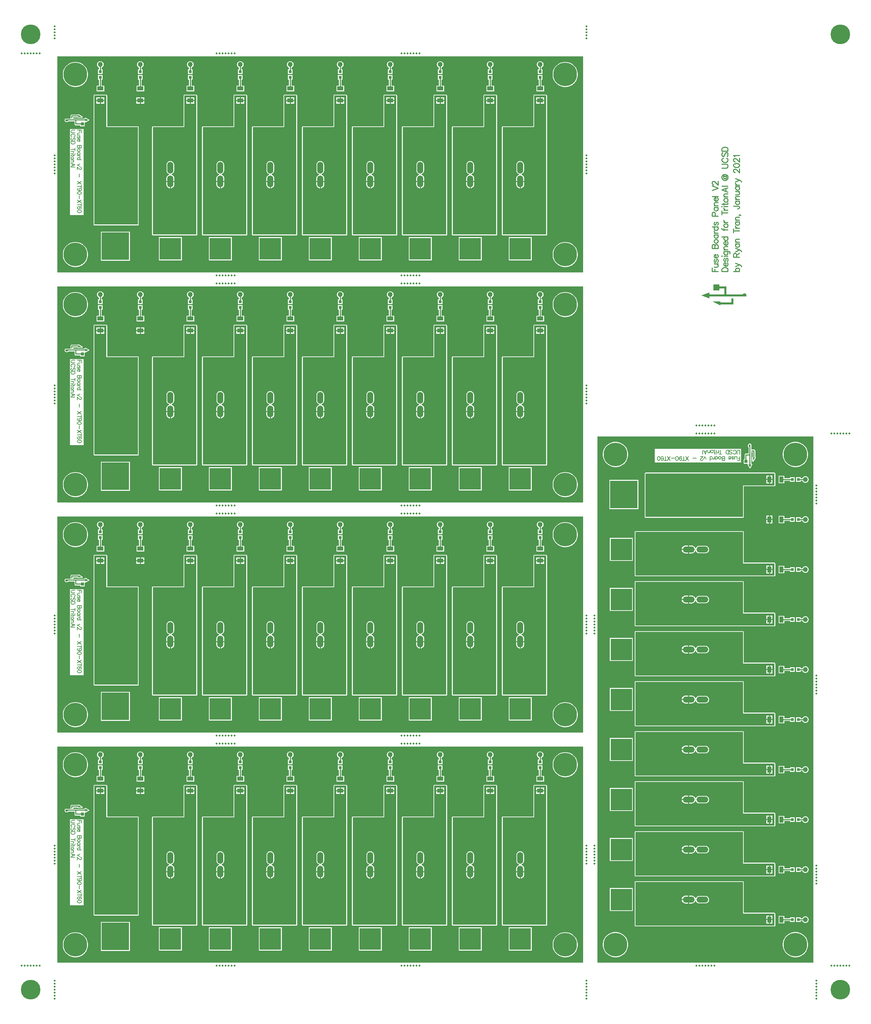
<source format=gtl>
G04*
G04 #@! TF.GenerationSoftware,Altium Limited,Altium Designer,22.0.2 (36)*
G04*
G04 Layer_Physical_Order=1*
G04 Layer_Color=255*
%FSLAX44Y44*%
%MOMM*%
G71*
G04*
G04 #@! TF.SameCoordinates,A2EA2B81-71FB-41A7-B433-9E60F2C241B4*
G04*
G04*
G04 #@! TF.FilePolarity,Positive*
G04*
G01*
G75*
%ADD10C,0.2540*%
%ADD11R,1.5000X1.0500*%
%ADD12R,0.8000X0.8000*%
%ADD13C,0.1524*%
%ADD14R,1.0500X1.5000*%
%ADD15R,0.8000X0.8000*%
%ADD16C,5.0000*%
%ADD17C,0.5080*%
%ADD18R,5.4610X5.4610*%
%ADD19C,5.4610*%
%ADD20O,1.5000X3.0000*%
%ADD21C,2.4000*%
%ADD22C,7.0000*%
%ADD23R,7.0000X7.0000*%
%ADD24C,6.0000*%
%ADD25C,1.2700*%
%ADD26R,5.4610X5.4610*%
%ADD27O,3.0000X1.5000*%
%ADD28R,7.0000X7.0000*%
G36*
X1441920Y2407435D02*
X1441920Y1858800D01*
X105880D01*
X105880Y2407441D01*
X1441920Y2407435D01*
D02*
G37*
G36*
X1788160Y1823720D02*
X1805940D01*
Y1803400D01*
X1846580D01*
X1847324Y1804144D01*
Y1804144D01*
X1847751Y1804571D01*
X1848755Y1805242D01*
X1849871Y1805704D01*
X1851056Y1805940D01*
X1852264D01*
X1853449Y1805704D01*
X1854565Y1805242D01*
X1855569Y1804571D01*
X1855996Y1804144D01*
X1856740Y1803400D01*
X1856740Y1798320D01*
X1762760D01*
Y1793240D01*
X1742440Y1800860D01*
X1762760Y1808480D01*
Y1803400D01*
X1800860D01*
Y1818640D01*
X1788160D01*
Y1813560D01*
X1772920D01*
Y1828800D01*
X1788160D01*
Y1823720D01*
D02*
G37*
G36*
X1823720Y1778000D02*
X1790700D01*
Y1775460D01*
X1770380Y1785620D01*
X1790700D01*
Y1783080D01*
X1818640D01*
Y1793240D01*
X1823720D01*
Y1778000D01*
D02*
G37*
G36*
X1441920Y1823235D02*
X1441920Y1274600D01*
X105880D01*
X105880Y1823241D01*
X1441920Y1823235D01*
D02*
G37*
G36*
Y1239035D02*
X1441920Y690400D01*
X105880D01*
X105880Y1239041D01*
X1441920Y1239035D01*
D02*
G37*
G36*
X2026915Y106680D02*
X1478280Y106680D01*
Y1442720D01*
X2026921Y1442720D01*
X2026915Y106680D01*
D02*
G37*
G36*
X1441920Y654836D02*
X1441920Y106200D01*
X105880D01*
X105880Y654841D01*
X1441920Y654836D01*
D02*
G37*
%LPC*%
G36*
X1333799Y2395470D02*
X1331601D01*
X1329477Y2394901D01*
X1327573Y2393802D01*
X1326018Y2392247D01*
X1324919Y2390343D01*
X1324350Y2388219D01*
Y2386021D01*
X1324919Y2383897D01*
X1326018Y2381993D01*
X1327573Y2380438D01*
X1329366Y2379403D01*
Y2375220D01*
X1326700D01*
Y2363220D01*
X1338700D01*
Y2375220D01*
X1336034D01*
Y2379403D01*
X1337827Y2380438D01*
X1339382Y2381993D01*
X1340481Y2383897D01*
X1341050Y2386021D01*
Y2388219D01*
X1340481Y2390343D01*
X1339382Y2392247D01*
X1337827Y2393802D01*
X1335923Y2394901D01*
X1333799Y2395470D01*
D02*
G37*
G36*
X1206799D02*
X1204601D01*
X1202477Y2394901D01*
X1200573Y2393802D01*
X1199018Y2392247D01*
X1197919Y2390343D01*
X1197350Y2388219D01*
Y2386021D01*
X1197919Y2383897D01*
X1199018Y2381993D01*
X1200573Y2380438D01*
X1202366Y2379403D01*
Y2375220D01*
X1199700D01*
Y2363220D01*
X1211700D01*
Y2375220D01*
X1209034D01*
Y2379403D01*
X1210827Y2380438D01*
X1212382Y2381993D01*
X1213481Y2383897D01*
X1214050Y2386021D01*
Y2388219D01*
X1213481Y2390343D01*
X1212382Y2392247D01*
X1210827Y2393802D01*
X1208923Y2394901D01*
X1206799Y2395470D01*
D02*
G37*
G36*
X1079799D02*
X1077601D01*
X1075477Y2394901D01*
X1073573Y2393802D01*
X1072018Y2392247D01*
X1070919Y2390343D01*
X1070350Y2388219D01*
Y2386021D01*
X1070919Y2383897D01*
X1072018Y2381993D01*
X1073573Y2380438D01*
X1075366Y2379403D01*
Y2375220D01*
X1072700D01*
Y2363220D01*
X1084700D01*
Y2375220D01*
X1082034D01*
Y2379403D01*
X1083827Y2380438D01*
X1085382Y2381993D01*
X1086481Y2383897D01*
X1087050Y2386021D01*
Y2388219D01*
X1086481Y2390343D01*
X1085382Y2392247D01*
X1083827Y2393802D01*
X1081923Y2394901D01*
X1079799Y2395470D01*
D02*
G37*
G36*
X952799D02*
X950601D01*
X948477Y2394901D01*
X946573Y2393802D01*
X945018Y2392247D01*
X943919Y2390343D01*
X943350Y2388219D01*
Y2386021D01*
X943919Y2383897D01*
X945018Y2381993D01*
X946573Y2380438D01*
X948366Y2379403D01*
Y2375220D01*
X945700D01*
Y2363220D01*
X957700D01*
Y2375220D01*
X955034D01*
Y2379403D01*
X956827Y2380438D01*
X958382Y2381993D01*
X959481Y2383897D01*
X960050Y2386021D01*
Y2388219D01*
X959481Y2390343D01*
X958382Y2392247D01*
X956827Y2393802D01*
X954923Y2394901D01*
X952799Y2395470D01*
D02*
G37*
G36*
X825799D02*
X823601D01*
X821477Y2394901D01*
X819573Y2393802D01*
X818018Y2392247D01*
X816919Y2390343D01*
X816350Y2388219D01*
Y2386021D01*
X816919Y2383897D01*
X818018Y2381993D01*
X819573Y2380438D01*
X821366Y2379403D01*
Y2375220D01*
X818700D01*
Y2363220D01*
X830700D01*
Y2375220D01*
X828034D01*
Y2379403D01*
X829827Y2380438D01*
X831382Y2381993D01*
X832481Y2383897D01*
X833050Y2386021D01*
Y2388219D01*
X832481Y2390343D01*
X831382Y2392247D01*
X829827Y2393802D01*
X827923Y2394901D01*
X825799Y2395470D01*
D02*
G37*
G36*
X698799D02*
X696601D01*
X694477Y2394901D01*
X692573Y2393802D01*
X691018Y2392247D01*
X689919Y2390343D01*
X689350Y2388219D01*
Y2386021D01*
X689919Y2383897D01*
X691018Y2381993D01*
X692573Y2380438D01*
X694366Y2379403D01*
Y2375220D01*
X691700D01*
Y2363220D01*
X703700D01*
Y2375220D01*
X701034D01*
Y2379403D01*
X702827Y2380438D01*
X704382Y2381993D01*
X705481Y2383897D01*
X706050Y2386021D01*
Y2388219D01*
X705481Y2390343D01*
X704382Y2392247D01*
X702827Y2393802D01*
X700923Y2394901D01*
X698799Y2395470D01*
D02*
G37*
G36*
X571799D02*
X569601D01*
X567477Y2394901D01*
X565573Y2393802D01*
X564018Y2392247D01*
X562919Y2390343D01*
X562350Y2388219D01*
Y2386021D01*
X562919Y2383897D01*
X564018Y2381993D01*
X565573Y2380438D01*
X567366Y2379403D01*
Y2375220D01*
X564700D01*
Y2363220D01*
X576700D01*
Y2375220D01*
X574034D01*
Y2379403D01*
X575827Y2380438D01*
X577382Y2381993D01*
X578481Y2383897D01*
X579050Y2386021D01*
Y2388219D01*
X578481Y2390343D01*
X577382Y2392247D01*
X575827Y2393802D01*
X573923Y2394901D01*
X571799Y2395470D01*
D02*
G37*
G36*
X444799D02*
X442601D01*
X440477Y2394901D01*
X438573Y2393802D01*
X437018Y2392247D01*
X435919Y2390343D01*
X435350Y2388219D01*
Y2386021D01*
X435919Y2383897D01*
X437018Y2381993D01*
X438573Y2380438D01*
X440366Y2379403D01*
Y2375220D01*
X437700D01*
Y2363220D01*
X449700D01*
Y2375220D01*
X447034D01*
Y2379403D01*
X448827Y2380438D01*
X450382Y2381993D01*
X451481Y2383897D01*
X452050Y2386021D01*
Y2388219D01*
X451481Y2390343D01*
X450382Y2392247D01*
X448827Y2393802D01*
X446923Y2394901D01*
X444799Y2395470D01*
D02*
G37*
G36*
X317799D02*
X315601D01*
X313477Y2394901D01*
X311573Y2393802D01*
X310018Y2392247D01*
X308919Y2390343D01*
X308350Y2388219D01*
Y2386021D01*
X308919Y2383897D01*
X310018Y2381993D01*
X311573Y2380438D01*
X313366Y2379403D01*
Y2375220D01*
X310700D01*
Y2363220D01*
X322700D01*
Y2375220D01*
X320034D01*
Y2379403D01*
X321827Y2380438D01*
X323382Y2381993D01*
X324481Y2383897D01*
X325050Y2386021D01*
Y2388219D01*
X324481Y2390343D01*
X323382Y2392247D01*
X321827Y2393802D01*
X319923Y2394901D01*
X317799Y2395470D01*
D02*
G37*
G36*
X216199D02*
X214001D01*
X211877Y2394901D01*
X209973Y2393802D01*
X208418Y2392247D01*
X207319Y2390343D01*
X206750Y2388219D01*
Y2386021D01*
X207319Y2383897D01*
X208418Y2381993D01*
X209973Y2380438D01*
X211766Y2379403D01*
Y2375220D01*
X209100D01*
Y2363220D01*
X221100D01*
Y2375220D01*
X218434D01*
Y2379403D01*
X220227Y2380438D01*
X221782Y2381993D01*
X222881Y2383897D01*
X223450Y2386021D01*
Y2388219D01*
X222881Y2390343D01*
X221782Y2392247D01*
X220227Y2393802D01*
X218323Y2394901D01*
X216199Y2395470D01*
D02*
G37*
G36*
X1398719Y2393720D02*
X1393681D01*
X1388707Y2392932D01*
X1383916Y2391376D01*
X1379428Y2389089D01*
X1375353Y2386128D01*
X1371792Y2382567D01*
X1368831Y2378492D01*
X1366544Y2374004D01*
X1364988Y2369213D01*
X1364200Y2364238D01*
Y2359202D01*
X1364988Y2354227D01*
X1366544Y2349436D01*
X1368831Y2344948D01*
X1371792Y2340873D01*
X1375353Y2337312D01*
X1379428Y2334351D01*
X1383916Y2332064D01*
X1388707Y2330508D01*
X1393681Y2329720D01*
X1398719D01*
X1403693Y2330508D01*
X1408484Y2332064D01*
X1412972Y2334351D01*
X1417047Y2337312D01*
X1420608Y2340873D01*
X1423569Y2344948D01*
X1425856Y2349436D01*
X1427412Y2354227D01*
X1428200Y2359202D01*
Y2364238D01*
X1427412Y2369213D01*
X1425856Y2374004D01*
X1423569Y2378492D01*
X1420608Y2382567D01*
X1417047Y2386128D01*
X1412972Y2389089D01*
X1408484Y2391376D01*
X1403693Y2392932D01*
X1398719Y2393720D01*
D02*
G37*
G36*
X154118D02*
X149081D01*
X144107Y2392932D01*
X139316Y2391376D01*
X134828Y2389089D01*
X130753Y2386128D01*
X127192Y2382567D01*
X124231Y2378492D01*
X121944Y2374004D01*
X120388Y2369213D01*
X119600Y2364238D01*
Y2359202D01*
X120388Y2354227D01*
X121944Y2349436D01*
X124231Y2344948D01*
X127192Y2340873D01*
X130753Y2337312D01*
X134828Y2334351D01*
X139316Y2332064D01*
X144107Y2330508D01*
X149081Y2329720D01*
X154118D01*
X159093Y2330508D01*
X163884Y2332064D01*
X168372Y2334351D01*
X172447Y2337312D01*
X176008Y2340873D01*
X178969Y2344948D01*
X181256Y2349436D01*
X182812Y2354227D01*
X183600Y2359202D01*
Y2364238D01*
X182812Y2369213D01*
X181256Y2374004D01*
X178969Y2378492D01*
X176008Y2382567D01*
X172447Y2386128D01*
X168372Y2389089D01*
X163884Y2391376D01*
X159093Y2392932D01*
X154118Y2393720D01*
D02*
G37*
G36*
X1338700Y2360220D02*
X1326700D01*
Y2348220D01*
X1329366D01*
Y2333420D01*
X1323200D01*
Y2318920D01*
X1342200D01*
Y2333420D01*
X1336034D01*
Y2348220D01*
X1338700D01*
Y2360220D01*
D02*
G37*
G36*
X1211700D02*
X1199700D01*
Y2348220D01*
X1202366D01*
Y2333420D01*
X1196200D01*
Y2318920D01*
X1215200D01*
Y2333420D01*
X1209034D01*
Y2348220D01*
X1211700D01*
Y2360220D01*
D02*
G37*
G36*
X1084700D02*
X1072700D01*
Y2348220D01*
X1075366D01*
Y2333420D01*
X1069200D01*
Y2318920D01*
X1088200D01*
Y2333420D01*
X1082034D01*
Y2348220D01*
X1084700D01*
Y2360220D01*
D02*
G37*
G36*
X957700D02*
X945700D01*
Y2348220D01*
X948366D01*
Y2333420D01*
X942200D01*
Y2318920D01*
X961200D01*
Y2333420D01*
X955034D01*
Y2348220D01*
X957700D01*
Y2360220D01*
D02*
G37*
G36*
X830700D02*
X818700D01*
Y2348220D01*
X821366D01*
Y2333420D01*
X815200D01*
Y2318920D01*
X834200D01*
Y2333420D01*
X828034D01*
Y2348220D01*
X830700D01*
Y2360220D01*
D02*
G37*
G36*
X703700D02*
X691700D01*
Y2348220D01*
X694366D01*
Y2333420D01*
X688200D01*
Y2318920D01*
X707200D01*
Y2333420D01*
X701034D01*
Y2348220D01*
X703700D01*
Y2360220D01*
D02*
G37*
G36*
X576700D02*
X564700D01*
Y2348220D01*
X567366D01*
Y2333420D01*
X561200D01*
Y2318920D01*
X580200D01*
Y2333420D01*
X574034D01*
Y2348220D01*
X576700D01*
Y2360220D01*
D02*
G37*
G36*
X449700D02*
X437700D01*
Y2348220D01*
X440366D01*
Y2333420D01*
X434200D01*
Y2318920D01*
X453200D01*
Y2333420D01*
X447034D01*
Y2348220D01*
X449700D01*
Y2360220D01*
D02*
G37*
G36*
X322700D02*
X310700D01*
Y2348220D01*
X313366D01*
Y2333420D01*
X307200D01*
Y2318920D01*
X326200D01*
Y2333420D01*
X320034D01*
Y2348220D01*
X322700D01*
Y2360220D01*
D02*
G37*
G36*
X221100D02*
X209100D01*
Y2348220D01*
X211766D01*
Y2333420D01*
X205600D01*
Y2318920D01*
X224600D01*
Y2333420D01*
X218434D01*
Y2348220D01*
X221100D01*
Y2360220D01*
D02*
G37*
G36*
X326740Y2303460D02*
X317970D01*
Y2296940D01*
X326740D01*
Y2303460D01*
D02*
G37*
G36*
X315430D02*
X306660D01*
Y2296940D01*
X315430D01*
Y2303460D01*
D02*
G37*
G36*
X326740Y2294400D02*
X317970D01*
Y2287880D01*
X326740D01*
Y2294400D01*
D02*
G37*
G36*
X315430D02*
X306660D01*
Y2287880D01*
X315430D01*
Y2294400D01*
D02*
G37*
G36*
X159220Y2260889D02*
X158954Y2260836D01*
X158684Y2260817D01*
X158567Y2260759D01*
X158440Y2260734D01*
X158214Y2260583D01*
X157971Y2260462D01*
X157886Y2260364D01*
X157778Y2260292D01*
X157627Y2260066D01*
X157450Y2259862D01*
X157408Y2259738D01*
X157336Y2259630D01*
X157334Y2259619D01*
X141440D01*
X140660Y2259464D01*
X139998Y2259022D01*
X139556Y2258360D01*
X139401Y2257580D01*
Y2249960D01*
X138990Y2249459D01*
X126200D01*
X125420Y2249304D01*
X124758Y2248862D01*
X124316Y2248200D01*
X124161Y2247420D01*
X124161Y2244880D01*
X124170Y2244832D01*
X124163Y2244784D01*
X124248Y2244444D01*
X124316Y2244100D01*
X124343Y2244059D01*
X124355Y2244012D01*
X124567Y2243560D01*
X124738Y2243329D01*
X124883Y2243080D01*
X125543Y2242330D01*
X125772Y2242156D01*
X125980Y2241957D01*
X126824Y2241422D01*
X127092Y2241318D01*
X127347Y2241185D01*
X128307Y2240907D01*
X128593Y2240882D01*
X128876Y2240826D01*
X129874Y2240826D01*
X130157Y2240882D01*
X130443Y2240907D01*
X131403Y2241186D01*
X131658Y2241319D01*
X131926Y2241422D01*
X132770Y2241958D01*
X132978Y2242156D01*
X133207Y2242331D01*
X133656Y2242841D01*
X149561Y2242841D01*
Y2234720D01*
X149716Y2233940D01*
X150158Y2233278D01*
X150820Y2232836D01*
X151600Y2232681D01*
X163531Y2232681D01*
Y2232180D01*
X163686Y2231400D01*
X164128Y2230738D01*
X164790Y2230296D01*
X165570Y2230141D01*
X173190D01*
X173970Y2230296D01*
X174632Y2230738D01*
X175074Y2231400D01*
X175229Y2232180D01*
Y2239585D01*
X175256Y2239624D01*
X175983Y2240252D01*
X176355Y2240405D01*
X176680Y2240365D01*
X177000Y2240301D01*
X177072Y2240315D01*
X177145Y2240306D01*
X177460Y2240392D01*
X177780Y2240456D01*
X177841Y2240497D01*
X177912Y2240516D01*
X185532Y2244326D01*
X185734Y2244483D01*
X185956Y2244610D01*
X186045Y2244725D01*
X186161Y2244814D01*
X186287Y2245036D01*
X186444Y2245238D01*
X186482Y2245379D01*
X186555Y2245505D01*
X186586Y2245759D01*
X186654Y2246006D01*
X186636Y2246150D01*
X186654Y2246295D01*
X186586Y2246541D01*
X186555Y2246795D01*
X186482Y2246922D01*
X186444Y2247062D01*
X186287Y2247264D01*
X186161Y2247486D01*
X186045Y2247575D01*
X185956Y2247690D01*
X185734Y2247817D01*
X185532Y2247974D01*
X177912Y2251784D01*
X177841Y2251803D01*
X177780Y2251844D01*
X177460Y2251908D01*
X177145Y2251994D01*
X177072Y2251985D01*
X177000Y2251999D01*
X176680Y2251935D01*
X176355Y2251895D01*
X176291Y2251858D01*
X176220Y2251844D01*
X175948Y2251662D01*
X175664Y2251501D01*
X175619Y2251443D01*
X175558Y2251402D01*
X175376Y2251130D01*
X175176Y2250872D01*
X175157Y2250801D01*
X175116Y2250740D01*
X175052Y2250420D01*
X174966Y2250105D01*
X173951Y2249459D01*
X146430D01*
X146019Y2249960D01*
Y2253001D01*
X157334D01*
X157336Y2252990D01*
X157778Y2252328D01*
X158440Y2251886D01*
X159220Y2251731D01*
X168110D01*
X168376Y2251784D01*
X168647Y2251803D01*
X168763Y2251861D01*
X168890Y2251886D01*
X169116Y2252037D01*
X169359Y2252158D01*
X169444Y2252256D01*
X169552Y2252328D01*
X169703Y2252554D01*
X169881Y2252758D01*
X169922Y2252881D01*
X169994Y2252990D01*
X170047Y2253256D01*
X170133Y2253513D01*
X170124Y2253642D01*
X170149Y2253770D01*
X170096Y2254036D01*
X170077Y2254307D01*
X170019Y2254423D01*
X169994Y2254550D01*
X169843Y2254776D01*
X169722Y2255019D01*
X169624Y2255104D01*
X169552Y2255212D01*
X169326Y2255363D01*
X169122Y2255540D01*
X160232Y2260621D01*
X160109Y2260662D01*
X160000Y2260734D01*
X159734Y2260787D01*
X159477Y2260873D01*
X159347Y2260864D01*
X159220Y2260889D01*
D02*
G37*
G36*
X172150Y2223520D02*
X137400D01*
Y2004620D01*
X172150D01*
Y2223520D01*
D02*
G37*
G36*
X230340Y2310419D02*
X199860D01*
X199080Y2310264D01*
X198418Y2309822D01*
X197976Y2309160D01*
X197821Y2308380D01*
Y1980720D01*
X197976Y1979940D01*
X198418Y1979278D01*
X199080Y1978836D01*
X199860Y1978681D01*
X310350D01*
X311130Y1978836D01*
X311792Y1979278D01*
X312234Y1979940D01*
X312389Y1980720D01*
Y2228370D01*
X312234Y2229150D01*
X311792Y2229812D01*
X311130Y2230254D01*
X310350Y2230409D01*
X232379D01*
Y2308380D01*
X232224Y2309160D01*
X231782Y2309822D01*
X231120Y2310264D01*
X230340Y2310419D01*
D02*
G37*
G36*
X1347940D02*
X1317460D01*
X1316680Y2310264D01*
X1316018Y2309822D01*
X1315576Y2309160D01*
X1315421Y2308380D01*
Y2230409D01*
X1237450D01*
X1236670Y2230254D01*
X1236008Y2229812D01*
X1235566Y2229150D01*
X1235411Y2228370D01*
Y1955320D01*
X1235566Y1954540D01*
X1236008Y1953878D01*
X1236670Y1953436D01*
X1237450Y1953281D01*
X1347940D01*
X1348720Y1953436D01*
X1349382Y1953878D01*
X1349824Y1954540D01*
X1349979Y1955320D01*
Y2308380D01*
X1349824Y2309160D01*
X1349382Y2309822D01*
X1348720Y2310264D01*
X1347940Y2310419D01*
D02*
G37*
G36*
X1220940D02*
X1190460D01*
X1189680Y2310264D01*
X1189018Y2309822D01*
X1188576Y2309160D01*
X1188421Y2308380D01*
Y2230409D01*
X1110450D01*
X1109670Y2230254D01*
X1109008Y2229812D01*
X1108566Y2229150D01*
X1108411Y2228370D01*
Y1955320D01*
X1108566Y1954540D01*
X1109008Y1953878D01*
X1109670Y1953436D01*
X1110450Y1953281D01*
X1220940D01*
X1221720Y1953436D01*
X1222382Y1953878D01*
X1222824Y1954540D01*
X1222979Y1955320D01*
Y2308380D01*
X1222824Y2309160D01*
X1222382Y2309822D01*
X1221720Y2310264D01*
X1220940Y2310419D01*
D02*
G37*
G36*
X1093940D02*
X1063460D01*
X1062680Y2310264D01*
X1062018Y2309822D01*
X1061576Y2309160D01*
X1061421Y2308380D01*
Y2230409D01*
X983450D01*
X982670Y2230254D01*
X982008Y2229812D01*
X981566Y2229150D01*
X981411Y2228370D01*
Y1955320D01*
X981566Y1954540D01*
X982008Y1953878D01*
X982670Y1953436D01*
X983450Y1953281D01*
X1093940D01*
X1094720Y1953436D01*
X1095382Y1953878D01*
X1095824Y1954540D01*
X1095979Y1955320D01*
Y2308380D01*
X1095824Y2309160D01*
X1095382Y2309822D01*
X1094720Y2310264D01*
X1093940Y2310419D01*
D02*
G37*
G36*
X966940D02*
X936460D01*
X935680Y2310264D01*
X935018Y2309822D01*
X934576Y2309160D01*
X934421Y2308380D01*
Y2230409D01*
X856450D01*
X855670Y2230254D01*
X855008Y2229812D01*
X854566Y2229150D01*
X854411Y2228370D01*
Y1955320D01*
X854566Y1954540D01*
X855008Y1953878D01*
X855670Y1953436D01*
X856450Y1953281D01*
X966940D01*
X967720Y1953436D01*
X968382Y1953878D01*
X968824Y1954540D01*
X968979Y1955320D01*
Y2308380D01*
X968824Y2309160D01*
X968382Y2309822D01*
X967720Y2310264D01*
X966940Y2310419D01*
D02*
G37*
G36*
X839940D02*
X809460D01*
X808680Y2310264D01*
X808018Y2309822D01*
X807576Y2309160D01*
X807421Y2308380D01*
Y2230409D01*
X729450D01*
X728670Y2230254D01*
X728008Y2229812D01*
X727566Y2229150D01*
X727411Y2228370D01*
Y1955320D01*
X727566Y1954540D01*
X728008Y1953878D01*
X728670Y1953436D01*
X729450Y1953281D01*
X839940D01*
X840720Y1953436D01*
X841382Y1953878D01*
X841824Y1954540D01*
X841979Y1955320D01*
Y2308380D01*
X841824Y2309160D01*
X841382Y2309822D01*
X840720Y2310264D01*
X839940Y2310419D01*
D02*
G37*
G36*
X712940D02*
X682460D01*
X681680Y2310264D01*
X681018Y2309822D01*
X680576Y2309160D01*
X680421Y2308380D01*
Y2230409D01*
X602450D01*
X601670Y2230254D01*
X601008Y2229812D01*
X600566Y2229150D01*
X600411Y2228370D01*
Y1955320D01*
X600566Y1954540D01*
X601008Y1953878D01*
X601670Y1953436D01*
X602450Y1953281D01*
X712940D01*
X713720Y1953436D01*
X714382Y1953878D01*
X714824Y1954540D01*
X714979Y1955320D01*
Y2308380D01*
X714824Y2309160D01*
X714382Y2309822D01*
X713720Y2310264D01*
X712940Y2310419D01*
D02*
G37*
G36*
X585940D02*
X555460D01*
X554680Y2310264D01*
X554018Y2309822D01*
X553576Y2309160D01*
X553421Y2308380D01*
Y2230409D01*
X475450D01*
X474670Y2230254D01*
X474008Y2229812D01*
X473566Y2229150D01*
X473411Y2228370D01*
Y1955320D01*
X473566Y1954540D01*
X474008Y1953878D01*
X474670Y1953436D01*
X475450Y1953281D01*
X585940D01*
X586720Y1953436D01*
X587382Y1953878D01*
X587824Y1954540D01*
X587979Y1955320D01*
Y2308380D01*
X587824Y2309160D01*
X587382Y2309822D01*
X586720Y2310264D01*
X585940Y2310419D01*
D02*
G37*
G36*
X458940D02*
X428460D01*
X427680Y2310264D01*
X427018Y2309822D01*
X426576Y2309160D01*
X426421Y2308380D01*
Y2230409D01*
X348450D01*
X347670Y2230254D01*
X347008Y2229812D01*
X346566Y2229150D01*
X346411Y2228370D01*
Y1955320D01*
X346566Y1954540D01*
X347008Y1953878D01*
X347670Y1953436D01*
X348450Y1953281D01*
X458940D01*
X459720Y1953436D01*
X460382Y1953878D01*
X460824Y1954540D01*
X460979Y1955320D01*
Y2308380D01*
X460824Y2309160D01*
X460382Y2309822D01*
X459720Y2310264D01*
X458940Y2310419D01*
D02*
G37*
G36*
X1311205Y1948625D02*
X1252595D01*
Y1890015D01*
X1311205D01*
Y1948625D01*
D02*
G37*
G36*
X1184205D02*
X1125595D01*
Y1890015D01*
X1184205D01*
Y1948625D01*
D02*
G37*
G36*
X1057205D02*
X998595D01*
Y1890015D01*
X1057205D01*
Y1948625D01*
D02*
G37*
G36*
X930205D02*
X871595D01*
Y1890015D01*
X930205D01*
Y1948625D01*
D02*
G37*
G36*
X803205D02*
X744595D01*
Y1890015D01*
X803205D01*
Y1948625D01*
D02*
G37*
G36*
X676205D02*
X617595D01*
Y1890015D01*
X676205D01*
Y1948625D01*
D02*
G37*
G36*
X549205D02*
X490595D01*
Y1890015D01*
X549205D01*
Y1948625D01*
D02*
G37*
G36*
X422205D02*
X363595D01*
Y1890015D01*
X422205D01*
Y1948625D01*
D02*
G37*
G36*
X290200Y1962720D02*
X216200D01*
Y1888720D01*
X290200D01*
Y1962720D01*
D02*
G37*
G36*
X1398719Y1936520D02*
X1393681D01*
X1388707Y1935732D01*
X1383916Y1934176D01*
X1379428Y1931889D01*
X1375353Y1928928D01*
X1371792Y1925367D01*
X1368831Y1921292D01*
X1366544Y1916804D01*
X1364988Y1912013D01*
X1364200Y1907039D01*
Y1902002D01*
X1364988Y1897027D01*
X1366544Y1892236D01*
X1368831Y1887748D01*
X1371792Y1883673D01*
X1375353Y1880112D01*
X1379428Y1877151D01*
X1383916Y1874864D01*
X1388707Y1873308D01*
X1393681Y1872520D01*
X1398719D01*
X1403693Y1873308D01*
X1408484Y1874864D01*
X1412972Y1877151D01*
X1417047Y1880112D01*
X1420608Y1883673D01*
X1423569Y1887748D01*
X1425856Y1892236D01*
X1427412Y1897027D01*
X1428200Y1902002D01*
Y1907039D01*
X1427412Y1912013D01*
X1425856Y1916804D01*
X1423569Y1921292D01*
X1420608Y1925367D01*
X1417047Y1928928D01*
X1412972Y1931889D01*
X1408484Y1934176D01*
X1403693Y1935732D01*
X1398719Y1936520D01*
D02*
G37*
G36*
X154118D02*
X149081D01*
X144107Y1935732D01*
X139316Y1934176D01*
X134828Y1931889D01*
X130753Y1928928D01*
X127192Y1925367D01*
X124231Y1921292D01*
X121944Y1916804D01*
X120388Y1912013D01*
X119600Y1907039D01*
Y1902002D01*
X120388Y1897027D01*
X121944Y1892236D01*
X124231Y1887748D01*
X127192Y1883673D01*
X130753Y1880112D01*
X134828Y1877151D01*
X139316Y1874864D01*
X144107Y1873308D01*
X149081Y1872520D01*
X154118D01*
X159093Y1873308D01*
X163884Y1874864D01*
X168372Y1877151D01*
X172447Y1880112D01*
X176008Y1883673D01*
X178969Y1887748D01*
X181256Y1892236D01*
X182812Y1897027D01*
X183600Y1902002D01*
Y1907039D01*
X182812Y1912013D01*
X181256Y1916804D01*
X178969Y1921292D01*
X176008Y1925367D01*
X172447Y1928928D01*
X168372Y1931889D01*
X163884Y1934176D01*
X159093Y1935732D01*
X154118Y1936520D01*
D02*
G37*
%LPD*%
G36*
X168110Y2253770D02*
X159220D01*
Y2255040D01*
X143980D01*
Y2249960D01*
X141440D01*
Y2257580D01*
X159220D01*
Y2258850D01*
X168110Y2253770D01*
D02*
G37*
G36*
X184620Y2246150D02*
X177000Y2242340D01*
Y2244880D01*
X154140D01*
Y2237260D01*
X165570Y2237260D01*
Y2239800D01*
X173190D01*
Y2232180D01*
X165570D01*
Y2234720D01*
X151600Y2234720D01*
Y2244880D01*
X132550Y2244880D01*
X132549Y2244881D01*
X132337Y2244429D01*
X131677Y2243679D01*
X130833Y2243144D01*
X129874Y2242865D01*
X128875Y2242865D01*
X127916Y2243144D01*
X127073Y2243679D01*
X126412Y2244428D01*
X126200Y2244880D01*
X126200Y2247420D01*
X177000D01*
Y2249960D01*
X184620Y2246150D01*
D02*
G37*
G36*
X230340Y2228370D02*
X310350D01*
Y1980720D01*
X199860D01*
Y2308380D01*
X230340D01*
Y2228370D01*
D02*
G37*
%LPC*%
G36*
X225140Y2303460D02*
X216370D01*
Y2296940D01*
X225140D01*
Y2303460D01*
D02*
G37*
G36*
X213830D02*
X205060D01*
Y2296940D01*
X213830D01*
Y2303460D01*
D02*
G37*
G36*
X225140Y2294400D02*
X216370D01*
Y2287880D01*
X225140D01*
Y2294400D01*
D02*
G37*
G36*
X213830D02*
X205060D01*
Y2287880D01*
X213830D01*
Y2294400D01*
D02*
G37*
%LPD*%
G36*
X1347940Y1955320D02*
X1237450D01*
Y2228370D01*
X1317460D01*
Y2308380D01*
X1347940D01*
Y1955320D01*
D02*
G37*
%LPC*%
G36*
X1342740Y2303460D02*
X1333970D01*
Y2296940D01*
X1342740D01*
Y2303460D01*
D02*
G37*
G36*
X1331430D02*
X1322660D01*
Y2296940D01*
X1331430D01*
Y2303460D01*
D02*
G37*
G36*
X1342740Y2294400D02*
X1333970D01*
Y2287880D01*
X1342740D01*
Y2294400D01*
D02*
G37*
G36*
X1331430D02*
X1322660D01*
Y2287880D01*
X1331430D01*
Y2294400D01*
D02*
G37*
G36*
X1281900Y2142302D02*
X1279420Y2141976D01*
X1277109Y2141018D01*
X1275125Y2139496D01*
X1273602Y2137511D01*
X1272645Y2135200D01*
X1272318Y2132720D01*
Y2117720D01*
X1272645Y2115240D01*
X1273602Y2112929D01*
X1275125Y2110945D01*
X1277109Y2109422D01*
X1278912Y2108675D01*
X1278852Y2107325D01*
X1276837Y2106490D01*
X1274739Y2104881D01*
X1273130Y2102783D01*
X1272118Y2100341D01*
X1271773Y2097720D01*
Y2091490D01*
X1281900D01*
X1292027D01*
Y2097720D01*
X1291682Y2100341D01*
X1290670Y2102783D01*
X1289061Y2104881D01*
X1286963Y2106490D01*
X1284948Y2107325D01*
X1284888Y2108675D01*
X1286691Y2109422D01*
X1288676Y2110945D01*
X1290198Y2112929D01*
X1291156Y2115240D01*
X1291482Y2117720D01*
Y2132720D01*
X1291156Y2135200D01*
X1290198Y2137511D01*
X1288676Y2139496D01*
X1286691Y2141018D01*
X1284380Y2141976D01*
X1281900Y2142302D01*
D02*
G37*
G36*
X1292027Y2088950D02*
X1283170D01*
Y2072761D01*
X1284521Y2072939D01*
X1286963Y2073950D01*
X1289061Y2075559D01*
X1290670Y2077657D01*
X1291682Y2080099D01*
X1292027Y2082720D01*
Y2088950D01*
D02*
G37*
G36*
X1280630D02*
X1271773D01*
Y2082720D01*
X1272118Y2080099D01*
X1273130Y2077657D01*
X1274739Y2075559D01*
X1276837Y2073950D01*
X1279279Y2072939D01*
X1280630Y2072761D01*
Y2088950D01*
D02*
G37*
%LPD*%
G36*
X1220940Y1955320D02*
X1110450D01*
Y2228370D01*
X1190460D01*
Y2308380D01*
X1220940D01*
Y1955320D01*
D02*
G37*
%LPC*%
G36*
X1215740Y2303460D02*
X1206970D01*
Y2296940D01*
X1215740D01*
Y2303460D01*
D02*
G37*
G36*
X1204430D02*
X1195660D01*
Y2296940D01*
X1204430D01*
Y2303460D01*
D02*
G37*
G36*
X1215740Y2294400D02*
X1206970D01*
Y2287880D01*
X1215740D01*
Y2294400D01*
D02*
G37*
G36*
X1204430D02*
X1195660D01*
Y2287880D01*
X1204430D01*
Y2294400D01*
D02*
G37*
G36*
X1154900Y2142302D02*
X1152420Y2141976D01*
X1150109Y2141018D01*
X1148125Y2139496D01*
X1146602Y2137511D01*
X1145645Y2135200D01*
X1145318Y2132720D01*
Y2117720D01*
X1145645Y2115240D01*
X1146602Y2112929D01*
X1148125Y2110945D01*
X1150109Y2109422D01*
X1151912Y2108675D01*
X1151852Y2107325D01*
X1149837Y2106490D01*
X1147739Y2104881D01*
X1146130Y2102783D01*
X1145118Y2100341D01*
X1144773Y2097720D01*
Y2091490D01*
X1154900D01*
X1165027D01*
Y2097720D01*
X1164682Y2100341D01*
X1163670Y2102783D01*
X1162061Y2104881D01*
X1159963Y2106490D01*
X1157947Y2107325D01*
X1157888Y2108675D01*
X1159691Y2109422D01*
X1161675Y2110945D01*
X1163198Y2112929D01*
X1164156Y2115240D01*
X1164482Y2117720D01*
Y2132720D01*
X1164156Y2135200D01*
X1163198Y2137511D01*
X1161675Y2139496D01*
X1159691Y2141018D01*
X1157380Y2141976D01*
X1154900Y2142302D01*
D02*
G37*
G36*
X1165027Y2088950D02*
X1156170D01*
Y2072761D01*
X1157521Y2072939D01*
X1159963Y2073950D01*
X1162061Y2075559D01*
X1163670Y2077657D01*
X1164682Y2080099D01*
X1165027Y2082720D01*
Y2088950D01*
D02*
G37*
G36*
X1153630D02*
X1144773D01*
Y2082720D01*
X1145118Y2080099D01*
X1146130Y2077657D01*
X1147739Y2075559D01*
X1149837Y2073950D01*
X1152279Y2072939D01*
X1153630Y2072761D01*
Y2088950D01*
D02*
G37*
%LPD*%
G36*
X1093940Y1955320D02*
X983450D01*
Y2228370D01*
X1063460D01*
Y2308380D01*
X1093940D01*
Y1955320D01*
D02*
G37*
%LPC*%
G36*
X1088740Y2303460D02*
X1079970D01*
Y2296940D01*
X1088740D01*
Y2303460D01*
D02*
G37*
G36*
X1077430D02*
X1068660D01*
Y2296940D01*
X1077430D01*
Y2303460D01*
D02*
G37*
G36*
X1088740Y2294400D02*
X1079970D01*
Y2287880D01*
X1088740D01*
Y2294400D01*
D02*
G37*
G36*
X1077430D02*
X1068660D01*
Y2287880D01*
X1077430D01*
Y2294400D01*
D02*
G37*
G36*
X1027900Y2142302D02*
X1025420Y2141976D01*
X1023109Y2141018D01*
X1021125Y2139496D01*
X1019602Y2137511D01*
X1018644Y2135200D01*
X1018318Y2132720D01*
Y2117720D01*
X1018644Y2115240D01*
X1019602Y2112929D01*
X1021125Y2110945D01*
X1023109Y2109422D01*
X1024912Y2108675D01*
X1024853Y2107325D01*
X1022837Y2106490D01*
X1020739Y2104881D01*
X1019130Y2102783D01*
X1018118Y2100341D01*
X1017773Y2097720D01*
Y2091490D01*
X1027900D01*
X1038027D01*
Y2097720D01*
X1037682Y2100341D01*
X1036670Y2102783D01*
X1035061Y2104881D01*
X1032963Y2106490D01*
X1030947Y2107325D01*
X1030888Y2108675D01*
X1032691Y2109422D01*
X1034676Y2110945D01*
X1036198Y2112929D01*
X1037156Y2115240D01*
X1037482Y2117720D01*
Y2132720D01*
X1037156Y2135200D01*
X1036198Y2137511D01*
X1034676Y2139496D01*
X1032691Y2141018D01*
X1030380Y2141976D01*
X1027900Y2142302D01*
D02*
G37*
G36*
X1038027Y2088950D02*
X1029170D01*
Y2072761D01*
X1030521Y2072939D01*
X1032963Y2073950D01*
X1035061Y2075559D01*
X1036670Y2077657D01*
X1037682Y2080099D01*
X1038027Y2082720D01*
Y2088950D01*
D02*
G37*
G36*
X1026630D02*
X1017773D01*
Y2082720D01*
X1018118Y2080099D01*
X1019130Y2077657D01*
X1020739Y2075559D01*
X1022837Y2073950D01*
X1025279Y2072939D01*
X1026630Y2072761D01*
Y2088950D01*
D02*
G37*
%LPD*%
G36*
X966940Y1955320D02*
X856450D01*
Y2228370D01*
X936460D01*
Y2308380D01*
X966940D01*
Y1955320D01*
D02*
G37*
%LPC*%
G36*
X961740Y2303460D02*
X952970D01*
Y2296940D01*
X961740D01*
Y2303460D01*
D02*
G37*
G36*
X950430D02*
X941660D01*
Y2296940D01*
X950430D01*
Y2303460D01*
D02*
G37*
G36*
X961740Y2294400D02*
X952970D01*
Y2287880D01*
X961740D01*
Y2294400D01*
D02*
G37*
G36*
X950430D02*
X941660D01*
Y2287880D01*
X950430D01*
Y2294400D01*
D02*
G37*
G36*
X900900Y2142302D02*
X898420Y2141976D01*
X896109Y2141018D01*
X894125Y2139496D01*
X892602Y2137511D01*
X891645Y2135200D01*
X891318Y2132720D01*
Y2117720D01*
X891645Y2115240D01*
X892602Y2112929D01*
X894125Y2110945D01*
X896109Y2109422D01*
X897912Y2108675D01*
X897852Y2107325D01*
X895837Y2106490D01*
X893739Y2104881D01*
X892130Y2102783D01*
X891118Y2100341D01*
X890773Y2097720D01*
Y2091490D01*
X900900D01*
X911027D01*
Y2097720D01*
X910682Y2100341D01*
X909670Y2102783D01*
X908061Y2104881D01*
X905963Y2106490D01*
X903948Y2107325D01*
X903888Y2108675D01*
X905691Y2109422D01*
X907675Y2110945D01*
X909198Y2112929D01*
X910155Y2115240D01*
X910482Y2117720D01*
Y2132720D01*
X910155Y2135200D01*
X909198Y2137511D01*
X907675Y2139496D01*
X905691Y2141018D01*
X903380Y2141976D01*
X900900Y2142302D01*
D02*
G37*
G36*
X911027Y2088950D02*
X902170D01*
Y2072761D01*
X903521Y2072939D01*
X905963Y2073950D01*
X908061Y2075559D01*
X909670Y2077657D01*
X910682Y2080099D01*
X911027Y2082720D01*
Y2088950D01*
D02*
G37*
G36*
X899630D02*
X890773D01*
Y2082720D01*
X891118Y2080099D01*
X892130Y2077657D01*
X893739Y2075559D01*
X895837Y2073950D01*
X898279Y2072939D01*
X899630Y2072761D01*
Y2088950D01*
D02*
G37*
%LPD*%
G36*
X839940Y1955320D02*
X729450D01*
Y2228370D01*
X809460D01*
Y2308380D01*
X839940D01*
Y1955320D01*
D02*
G37*
%LPC*%
G36*
X834740Y2303460D02*
X825970D01*
Y2296940D01*
X834740D01*
Y2303460D01*
D02*
G37*
G36*
X823430D02*
X814660D01*
Y2296940D01*
X823430D01*
Y2303460D01*
D02*
G37*
G36*
X834740Y2294400D02*
X825970D01*
Y2287880D01*
X834740D01*
Y2294400D01*
D02*
G37*
G36*
X823430D02*
X814660D01*
Y2287880D01*
X823430D01*
Y2294400D01*
D02*
G37*
G36*
X773900Y2142302D02*
X771420Y2141976D01*
X769109Y2141018D01*
X767125Y2139496D01*
X765602Y2137511D01*
X764644Y2135200D01*
X764318Y2132720D01*
Y2117720D01*
X764644Y2115240D01*
X765602Y2112929D01*
X767125Y2110945D01*
X769109Y2109422D01*
X770912Y2108675D01*
X770853Y2107325D01*
X768837Y2106490D01*
X766739Y2104881D01*
X765130Y2102783D01*
X764118Y2100341D01*
X763773Y2097720D01*
Y2091490D01*
X773900D01*
X784027D01*
Y2097720D01*
X783682Y2100341D01*
X782670Y2102783D01*
X781061Y2104881D01*
X778963Y2106490D01*
X776947Y2107325D01*
X776888Y2108675D01*
X778691Y2109422D01*
X780676Y2110945D01*
X782198Y2112929D01*
X783156Y2115240D01*
X783482Y2117720D01*
Y2132720D01*
X783156Y2135200D01*
X782198Y2137511D01*
X780676Y2139496D01*
X778691Y2141018D01*
X776380Y2141976D01*
X773900Y2142302D01*
D02*
G37*
G36*
X784027Y2088950D02*
X775170D01*
Y2072761D01*
X776521Y2072939D01*
X778963Y2073950D01*
X781061Y2075559D01*
X782670Y2077657D01*
X783682Y2080099D01*
X784027Y2082720D01*
Y2088950D01*
D02*
G37*
G36*
X772630D02*
X763773D01*
Y2082720D01*
X764118Y2080099D01*
X765130Y2077657D01*
X766739Y2075559D01*
X768837Y2073950D01*
X771279Y2072939D01*
X772630Y2072761D01*
Y2088950D01*
D02*
G37*
%LPD*%
G36*
X712940Y1955320D02*
X602450D01*
Y2228370D01*
X682460D01*
Y2308380D01*
X712940D01*
Y1955320D01*
D02*
G37*
%LPC*%
G36*
X707740Y2303460D02*
X698970D01*
Y2296940D01*
X707740D01*
Y2303460D01*
D02*
G37*
G36*
X696430D02*
X687660D01*
Y2296940D01*
X696430D01*
Y2303460D01*
D02*
G37*
G36*
X707740Y2294400D02*
X698970D01*
Y2287880D01*
X707740D01*
Y2294400D01*
D02*
G37*
G36*
X696430D02*
X687660D01*
Y2287880D01*
X696430D01*
Y2294400D01*
D02*
G37*
G36*
X646900Y2142302D02*
X644420Y2141976D01*
X642109Y2141018D01*
X640125Y2139496D01*
X638602Y2137511D01*
X637645Y2135200D01*
X637318Y2132720D01*
Y2117720D01*
X637645Y2115240D01*
X638602Y2112929D01*
X640125Y2110945D01*
X642109Y2109422D01*
X643912Y2108675D01*
X643852Y2107325D01*
X641837Y2106490D01*
X639739Y2104881D01*
X638130Y2102783D01*
X637118Y2100341D01*
X636773Y2097720D01*
Y2091490D01*
X646900D01*
X657027D01*
Y2097720D01*
X656682Y2100341D01*
X655670Y2102783D01*
X654061Y2104881D01*
X651963Y2106490D01*
X649948Y2107325D01*
X649888Y2108675D01*
X651691Y2109422D01*
X653676Y2110945D01*
X655198Y2112929D01*
X656155Y2115240D01*
X656482Y2117720D01*
Y2132720D01*
X656155Y2135200D01*
X655198Y2137511D01*
X653676Y2139496D01*
X651691Y2141018D01*
X649380Y2141976D01*
X646900Y2142302D01*
D02*
G37*
G36*
X657027Y2088950D02*
X648170D01*
Y2072761D01*
X649521Y2072939D01*
X651963Y2073950D01*
X654061Y2075559D01*
X655670Y2077657D01*
X656682Y2080099D01*
X657027Y2082720D01*
Y2088950D01*
D02*
G37*
G36*
X645630D02*
X636773D01*
Y2082720D01*
X637118Y2080099D01*
X638130Y2077657D01*
X639739Y2075559D01*
X641837Y2073950D01*
X644279Y2072939D01*
X645630Y2072761D01*
Y2088950D01*
D02*
G37*
%LPD*%
G36*
X585940Y1955320D02*
X475450D01*
Y2228370D01*
X555460D01*
Y2308380D01*
X585940D01*
Y1955320D01*
D02*
G37*
%LPC*%
G36*
X580740Y2303460D02*
X571970D01*
Y2296940D01*
X580740D01*
Y2303460D01*
D02*
G37*
G36*
X569430D02*
X560660D01*
Y2296940D01*
X569430D01*
Y2303460D01*
D02*
G37*
G36*
X580740Y2294400D02*
X571970D01*
Y2287880D01*
X580740D01*
Y2294400D01*
D02*
G37*
G36*
X569430D02*
X560660D01*
Y2287880D01*
X569430D01*
Y2294400D01*
D02*
G37*
G36*
X519900Y2142302D02*
X517420Y2141976D01*
X515109Y2141018D01*
X513125Y2139496D01*
X511602Y2137511D01*
X510644Y2135200D01*
X510318Y2132720D01*
Y2117720D01*
X510644Y2115240D01*
X511602Y2112929D01*
X513125Y2110945D01*
X515109Y2109422D01*
X516912Y2108675D01*
X516852Y2107325D01*
X514837Y2106490D01*
X512739Y2104881D01*
X511130Y2102783D01*
X510118Y2100341D01*
X509773Y2097720D01*
Y2091490D01*
X519900D01*
X530027D01*
Y2097720D01*
X529682Y2100341D01*
X528670Y2102783D01*
X527061Y2104881D01*
X524963Y2106490D01*
X522948Y2107325D01*
X522888Y2108675D01*
X524691Y2109422D01*
X526675Y2110945D01*
X528198Y2112929D01*
X529156Y2115240D01*
X529482Y2117720D01*
Y2132720D01*
X529156Y2135200D01*
X528198Y2137511D01*
X526675Y2139496D01*
X524691Y2141018D01*
X522380Y2141976D01*
X519900Y2142302D01*
D02*
G37*
G36*
X530027Y2088950D02*
X521170D01*
Y2072761D01*
X522521Y2072939D01*
X524963Y2073950D01*
X527061Y2075559D01*
X528670Y2077657D01*
X529682Y2080099D01*
X530027Y2082720D01*
Y2088950D01*
D02*
G37*
G36*
X518630D02*
X509773D01*
Y2082720D01*
X510118Y2080099D01*
X511130Y2077657D01*
X512739Y2075559D01*
X514837Y2073950D01*
X517279Y2072939D01*
X518630Y2072761D01*
Y2088950D01*
D02*
G37*
%LPD*%
G36*
X458940Y1955320D02*
X348450D01*
Y2228370D01*
X428460D01*
Y2308380D01*
X458940D01*
Y1955320D01*
D02*
G37*
%LPC*%
G36*
X453740Y2303460D02*
X444970D01*
Y2296940D01*
X453740D01*
Y2303460D01*
D02*
G37*
G36*
X442430D02*
X433660D01*
Y2296940D01*
X442430D01*
Y2303460D01*
D02*
G37*
G36*
X453740Y2294400D02*
X444970D01*
Y2287880D01*
X453740D01*
Y2294400D01*
D02*
G37*
G36*
X442430D02*
X433660D01*
Y2287880D01*
X442430D01*
Y2294400D01*
D02*
G37*
G36*
X392900Y2142302D02*
X390420Y2141976D01*
X388109Y2141018D01*
X386125Y2139496D01*
X384602Y2137511D01*
X383644Y2135200D01*
X383318Y2132720D01*
Y2117720D01*
X383644Y2115240D01*
X384602Y2112929D01*
X386125Y2110945D01*
X388109Y2109422D01*
X389912Y2108675D01*
X389852Y2107325D01*
X387837Y2106490D01*
X385739Y2104881D01*
X384130Y2102783D01*
X383118Y2100341D01*
X382773Y2097720D01*
Y2091490D01*
X392900D01*
X403027D01*
Y2097720D01*
X402682Y2100341D01*
X401670Y2102783D01*
X400061Y2104881D01*
X397963Y2106490D01*
X395947Y2107325D01*
X395888Y2108675D01*
X397691Y2109422D01*
X399675Y2110945D01*
X401198Y2112929D01*
X402155Y2115240D01*
X402482Y2117720D01*
Y2132720D01*
X402155Y2135200D01*
X401198Y2137511D01*
X399675Y2139496D01*
X397691Y2141018D01*
X395380Y2141976D01*
X392900Y2142302D01*
D02*
G37*
G36*
X403027Y2088950D02*
X394170D01*
Y2072761D01*
X395521Y2072939D01*
X397963Y2073950D01*
X400061Y2075559D01*
X401670Y2077657D01*
X402682Y2080099D01*
X403027Y2082720D01*
Y2088950D01*
D02*
G37*
G36*
X391630D02*
X382773D01*
Y2082720D01*
X383118Y2080099D01*
X384130Y2077657D01*
X385739Y2075559D01*
X387837Y2073950D01*
X390279Y2072939D01*
X391630Y2072761D01*
Y2088950D01*
D02*
G37*
G36*
X1333799Y1811270D02*
X1331601D01*
X1329477Y1810701D01*
X1327573Y1809602D01*
X1326018Y1808047D01*
X1324919Y1806143D01*
X1324350Y1804019D01*
Y1801821D01*
X1324919Y1799697D01*
X1326018Y1797793D01*
X1327573Y1796238D01*
X1329366Y1795203D01*
Y1791020D01*
X1326700D01*
Y1779020D01*
X1338700D01*
Y1791020D01*
X1336034D01*
Y1795203D01*
X1337827Y1796238D01*
X1339382Y1797793D01*
X1340481Y1799697D01*
X1341050Y1801821D01*
Y1804019D01*
X1340481Y1806143D01*
X1339382Y1808047D01*
X1337827Y1809602D01*
X1335923Y1810701D01*
X1333799Y1811270D01*
D02*
G37*
G36*
X1206799D02*
X1204601D01*
X1202477Y1810701D01*
X1200573Y1809602D01*
X1199018Y1808047D01*
X1197919Y1806143D01*
X1197350Y1804019D01*
Y1801821D01*
X1197919Y1799697D01*
X1199018Y1797793D01*
X1200573Y1796238D01*
X1202366Y1795203D01*
Y1791020D01*
X1199700D01*
Y1779020D01*
X1211700D01*
Y1791020D01*
X1209034D01*
Y1795203D01*
X1210827Y1796238D01*
X1212382Y1797793D01*
X1213481Y1799697D01*
X1214050Y1801821D01*
Y1804019D01*
X1213481Y1806143D01*
X1212382Y1808047D01*
X1210827Y1809602D01*
X1208923Y1810701D01*
X1206799Y1811270D01*
D02*
G37*
G36*
X1079799D02*
X1077601D01*
X1075477Y1810701D01*
X1073573Y1809602D01*
X1072018Y1808047D01*
X1070919Y1806143D01*
X1070350Y1804019D01*
Y1801821D01*
X1070919Y1799697D01*
X1072018Y1797793D01*
X1073573Y1796238D01*
X1075366Y1795203D01*
Y1791020D01*
X1072700D01*
Y1779020D01*
X1084700D01*
Y1791020D01*
X1082034D01*
Y1795203D01*
X1083827Y1796238D01*
X1085382Y1797793D01*
X1086481Y1799697D01*
X1087050Y1801821D01*
Y1804019D01*
X1086481Y1806143D01*
X1085382Y1808047D01*
X1083827Y1809602D01*
X1081923Y1810701D01*
X1079799Y1811270D01*
D02*
G37*
G36*
X952799D02*
X950601D01*
X948477Y1810701D01*
X946573Y1809602D01*
X945018Y1808047D01*
X943919Y1806143D01*
X943350Y1804019D01*
Y1801821D01*
X943919Y1799697D01*
X945018Y1797793D01*
X946573Y1796238D01*
X948366Y1795203D01*
Y1791020D01*
X945700D01*
Y1779020D01*
X957700D01*
Y1791020D01*
X955034D01*
Y1795203D01*
X956827Y1796238D01*
X958382Y1797793D01*
X959481Y1799697D01*
X960050Y1801821D01*
Y1804019D01*
X959481Y1806143D01*
X958382Y1808047D01*
X956827Y1809602D01*
X954923Y1810701D01*
X952799Y1811270D01*
D02*
G37*
G36*
X825799D02*
X823601D01*
X821477Y1810701D01*
X819573Y1809602D01*
X818018Y1808047D01*
X816919Y1806143D01*
X816350Y1804019D01*
Y1801821D01*
X816919Y1799697D01*
X818018Y1797793D01*
X819573Y1796238D01*
X821366Y1795203D01*
Y1791020D01*
X818700D01*
Y1779020D01*
X830700D01*
Y1791020D01*
X828034D01*
Y1795203D01*
X829827Y1796238D01*
X831382Y1797793D01*
X832481Y1799697D01*
X833050Y1801821D01*
Y1804019D01*
X832481Y1806143D01*
X831382Y1808047D01*
X829827Y1809602D01*
X827923Y1810701D01*
X825799Y1811270D01*
D02*
G37*
G36*
X698799D02*
X696601D01*
X694477Y1810701D01*
X692573Y1809602D01*
X691018Y1808047D01*
X689919Y1806143D01*
X689350Y1804019D01*
Y1801821D01*
X689919Y1799697D01*
X691018Y1797793D01*
X692573Y1796238D01*
X694366Y1795203D01*
Y1791020D01*
X691700D01*
Y1779020D01*
X703700D01*
Y1791020D01*
X701034D01*
Y1795203D01*
X702827Y1796238D01*
X704382Y1797793D01*
X705481Y1799697D01*
X706050Y1801821D01*
Y1804019D01*
X705481Y1806143D01*
X704382Y1808047D01*
X702827Y1809602D01*
X700923Y1810701D01*
X698799Y1811270D01*
D02*
G37*
G36*
X571799D02*
X569601D01*
X567477Y1810701D01*
X565573Y1809602D01*
X564018Y1808047D01*
X562919Y1806143D01*
X562350Y1804019D01*
Y1801821D01*
X562919Y1799697D01*
X564018Y1797793D01*
X565573Y1796238D01*
X567366Y1795203D01*
Y1791020D01*
X564700D01*
Y1779020D01*
X576700D01*
Y1791020D01*
X574034D01*
Y1795203D01*
X575827Y1796238D01*
X577382Y1797793D01*
X578481Y1799697D01*
X579050Y1801821D01*
Y1804019D01*
X578481Y1806143D01*
X577382Y1808047D01*
X575827Y1809602D01*
X573923Y1810701D01*
X571799Y1811270D01*
D02*
G37*
G36*
X444799D02*
X442601D01*
X440477Y1810701D01*
X438573Y1809602D01*
X437018Y1808047D01*
X435919Y1806143D01*
X435350Y1804019D01*
Y1801821D01*
X435919Y1799697D01*
X437018Y1797793D01*
X438573Y1796238D01*
X440366Y1795203D01*
Y1791020D01*
X437700D01*
Y1779020D01*
X449700D01*
Y1791020D01*
X447034D01*
Y1795203D01*
X448827Y1796238D01*
X450382Y1797793D01*
X451481Y1799697D01*
X452050Y1801821D01*
Y1804019D01*
X451481Y1806143D01*
X450382Y1808047D01*
X448827Y1809602D01*
X446923Y1810701D01*
X444799Y1811270D01*
D02*
G37*
G36*
X317799D02*
X315601D01*
X313477Y1810701D01*
X311573Y1809602D01*
X310018Y1808047D01*
X308919Y1806143D01*
X308350Y1804019D01*
Y1801821D01*
X308919Y1799697D01*
X310018Y1797793D01*
X311573Y1796238D01*
X313366Y1795203D01*
Y1791020D01*
X310700D01*
Y1779020D01*
X322700D01*
Y1791020D01*
X320034D01*
Y1795203D01*
X321827Y1796238D01*
X323382Y1797793D01*
X324481Y1799697D01*
X325050Y1801821D01*
Y1804019D01*
X324481Y1806143D01*
X323382Y1808047D01*
X321827Y1809602D01*
X319923Y1810701D01*
X317799Y1811270D01*
D02*
G37*
G36*
X216199D02*
X214001D01*
X211877Y1810701D01*
X209973Y1809602D01*
X208418Y1808047D01*
X207319Y1806143D01*
X206750Y1804019D01*
Y1801821D01*
X207319Y1799697D01*
X208418Y1797793D01*
X209973Y1796238D01*
X211766Y1795203D01*
Y1791020D01*
X209100D01*
Y1779020D01*
X221100D01*
Y1791020D01*
X218434D01*
Y1795203D01*
X220227Y1796238D01*
X221782Y1797793D01*
X222881Y1799697D01*
X223450Y1801821D01*
Y1804019D01*
X222881Y1806143D01*
X221782Y1808047D01*
X220227Y1809602D01*
X218323Y1810701D01*
X216199Y1811270D01*
D02*
G37*
G36*
X1398719Y1809520D02*
X1393681D01*
X1388707Y1808732D01*
X1383916Y1807176D01*
X1379428Y1804889D01*
X1375353Y1801928D01*
X1371792Y1798367D01*
X1368831Y1794292D01*
X1366544Y1789804D01*
X1364988Y1785013D01*
X1364200Y1780038D01*
Y1775002D01*
X1364988Y1770027D01*
X1366544Y1765236D01*
X1368831Y1760748D01*
X1371792Y1756673D01*
X1375353Y1753112D01*
X1379428Y1750151D01*
X1383916Y1747864D01*
X1388707Y1746308D01*
X1393681Y1745520D01*
X1398719D01*
X1403693Y1746308D01*
X1408484Y1747864D01*
X1412972Y1750151D01*
X1417047Y1753112D01*
X1420608Y1756673D01*
X1423569Y1760748D01*
X1425856Y1765236D01*
X1427412Y1770027D01*
X1428200Y1775002D01*
Y1780038D01*
X1427412Y1785013D01*
X1425856Y1789804D01*
X1423569Y1794292D01*
X1420608Y1798367D01*
X1417047Y1801928D01*
X1412972Y1804889D01*
X1408484Y1807176D01*
X1403693Y1808732D01*
X1398719Y1809520D01*
D02*
G37*
G36*
X154118D02*
X149081D01*
X144107Y1808732D01*
X139316Y1807176D01*
X134828Y1804889D01*
X130753Y1801928D01*
X127192Y1798367D01*
X124231Y1794292D01*
X121944Y1789804D01*
X120388Y1785013D01*
X119600Y1780038D01*
Y1775002D01*
X120388Y1770027D01*
X121944Y1765236D01*
X124231Y1760748D01*
X127192Y1756673D01*
X130753Y1753112D01*
X134828Y1750151D01*
X139316Y1747864D01*
X144107Y1746308D01*
X149081Y1745520D01*
X154118D01*
X159093Y1746308D01*
X163884Y1747864D01*
X168372Y1750151D01*
X172447Y1753112D01*
X176008Y1756673D01*
X178969Y1760748D01*
X181256Y1765236D01*
X182812Y1770027D01*
X183600Y1775002D01*
Y1780038D01*
X182812Y1785013D01*
X181256Y1789804D01*
X178969Y1794292D01*
X176008Y1798367D01*
X172447Y1801928D01*
X168372Y1804889D01*
X163884Y1807176D01*
X159093Y1808732D01*
X154118Y1809520D01*
D02*
G37*
G36*
X1338700Y1776020D02*
X1326700D01*
Y1764020D01*
X1329366D01*
Y1749220D01*
X1323200D01*
Y1734720D01*
X1342200D01*
Y1749220D01*
X1336034D01*
Y1764020D01*
X1338700D01*
Y1776020D01*
D02*
G37*
G36*
X1211700D02*
X1199700D01*
Y1764020D01*
X1202366D01*
Y1749220D01*
X1196200D01*
Y1734720D01*
X1215200D01*
Y1749220D01*
X1209034D01*
Y1764020D01*
X1211700D01*
Y1776020D01*
D02*
G37*
G36*
X1084700D02*
X1072700D01*
Y1764020D01*
X1075366D01*
Y1749220D01*
X1069200D01*
Y1734720D01*
X1088200D01*
Y1749220D01*
X1082034D01*
Y1764020D01*
X1084700D01*
Y1776020D01*
D02*
G37*
G36*
X957700D02*
X945700D01*
Y1764020D01*
X948366D01*
Y1749220D01*
X942200D01*
Y1734720D01*
X961200D01*
Y1749220D01*
X955034D01*
Y1764020D01*
X957700D01*
Y1776020D01*
D02*
G37*
G36*
X830700D02*
X818700D01*
Y1764020D01*
X821366D01*
Y1749220D01*
X815200D01*
Y1734720D01*
X834200D01*
Y1749220D01*
X828034D01*
Y1764020D01*
X830700D01*
Y1776020D01*
D02*
G37*
G36*
X703700D02*
X691700D01*
Y1764020D01*
X694366D01*
Y1749220D01*
X688200D01*
Y1734720D01*
X707200D01*
Y1749220D01*
X701034D01*
Y1764020D01*
X703700D01*
Y1776020D01*
D02*
G37*
G36*
X576700D02*
X564700D01*
Y1764020D01*
X567366D01*
Y1749220D01*
X561200D01*
Y1734720D01*
X580200D01*
Y1749220D01*
X574034D01*
Y1764020D01*
X576700D01*
Y1776020D01*
D02*
G37*
G36*
X449700D02*
X437700D01*
Y1764020D01*
X440366D01*
Y1749220D01*
X434200D01*
Y1734720D01*
X453200D01*
Y1749220D01*
X447034D01*
Y1764020D01*
X449700D01*
Y1776020D01*
D02*
G37*
G36*
X322700D02*
X310700D01*
Y1764020D01*
X313366D01*
Y1749220D01*
X307200D01*
Y1734720D01*
X326200D01*
Y1749220D01*
X320034D01*
Y1764020D01*
X322700D01*
Y1776020D01*
D02*
G37*
G36*
X221100D02*
X209100D01*
Y1764020D01*
X211766D01*
Y1749220D01*
X205600D01*
Y1734720D01*
X224600D01*
Y1749220D01*
X218434D01*
Y1764020D01*
X221100D01*
Y1776020D01*
D02*
G37*
G36*
X326740Y1719260D02*
X317970D01*
Y1712740D01*
X326740D01*
Y1719260D01*
D02*
G37*
G36*
X315430D02*
X306660D01*
Y1712740D01*
X315430D01*
Y1719260D01*
D02*
G37*
G36*
X326740Y1710200D02*
X317970D01*
Y1703680D01*
X326740D01*
Y1710200D01*
D02*
G37*
G36*
X315430D02*
X306660D01*
Y1703680D01*
X315430D01*
Y1710200D01*
D02*
G37*
G36*
X159220Y1676689D02*
X158954Y1676636D01*
X158684Y1676617D01*
X158567Y1676559D01*
X158440Y1676534D01*
X158214Y1676383D01*
X157971Y1676262D01*
X157886Y1676164D01*
X157778Y1676092D01*
X157627Y1675866D01*
X157450Y1675662D01*
X157408Y1675538D01*
X157336Y1675430D01*
X157334Y1675419D01*
X141440D01*
X140660Y1675264D01*
X139998Y1674822D01*
X139556Y1674160D01*
X139401Y1673380D01*
Y1665760D01*
X138990Y1665259D01*
X126200D01*
X125420Y1665104D01*
X124758Y1664662D01*
X124316Y1664000D01*
X124161Y1663220D01*
X124161Y1660680D01*
X124170Y1660632D01*
X124163Y1660584D01*
X124248Y1660244D01*
X124316Y1659900D01*
X124343Y1659859D01*
X124355Y1659812D01*
X124567Y1659360D01*
X124738Y1659129D01*
X124883Y1658880D01*
X125543Y1658130D01*
X125772Y1657956D01*
X125980Y1657757D01*
X126824Y1657222D01*
X127092Y1657118D01*
X127347Y1656985D01*
X128307Y1656707D01*
X128593Y1656682D01*
X128876Y1656626D01*
X129874Y1656626D01*
X130157Y1656682D01*
X130443Y1656707D01*
X131403Y1656986D01*
X131658Y1657119D01*
X131926Y1657222D01*
X132770Y1657758D01*
X132978Y1657956D01*
X133207Y1658131D01*
X133656Y1658641D01*
X149561Y1658641D01*
Y1650520D01*
X149716Y1649740D01*
X150158Y1649078D01*
X150820Y1648636D01*
X151600Y1648481D01*
X163531Y1648481D01*
Y1647980D01*
X163686Y1647200D01*
X164128Y1646538D01*
X164790Y1646096D01*
X165570Y1645941D01*
X173190D01*
X173970Y1646096D01*
X174632Y1646538D01*
X175074Y1647200D01*
X175229Y1647980D01*
Y1655385D01*
X175256Y1655424D01*
X175983Y1656052D01*
X176355Y1656205D01*
X176680Y1656165D01*
X177000Y1656101D01*
X177072Y1656115D01*
X177145Y1656106D01*
X177460Y1656192D01*
X177780Y1656256D01*
X177841Y1656297D01*
X177912Y1656316D01*
X185532Y1660126D01*
X185734Y1660283D01*
X185956Y1660410D01*
X186045Y1660525D01*
X186161Y1660614D01*
X186287Y1660836D01*
X186444Y1661038D01*
X186482Y1661178D01*
X186555Y1661305D01*
X186586Y1661559D01*
X186654Y1661806D01*
X186636Y1661950D01*
X186654Y1662095D01*
X186586Y1662341D01*
X186555Y1662595D01*
X186482Y1662722D01*
X186444Y1662862D01*
X186287Y1663064D01*
X186161Y1663286D01*
X186045Y1663375D01*
X185956Y1663490D01*
X185734Y1663617D01*
X185532Y1663774D01*
X177912Y1667584D01*
X177841Y1667603D01*
X177780Y1667644D01*
X177460Y1667708D01*
X177145Y1667794D01*
X177072Y1667785D01*
X177000Y1667799D01*
X176680Y1667735D01*
X176355Y1667695D01*
X176291Y1667658D01*
X176220Y1667644D01*
X175948Y1667462D01*
X175664Y1667301D01*
X175619Y1667243D01*
X175558Y1667202D01*
X175376Y1666930D01*
X175176Y1666672D01*
X175157Y1666601D01*
X175116Y1666540D01*
X175052Y1666220D01*
X174966Y1665905D01*
X173951Y1665259D01*
X146430D01*
X146019Y1665760D01*
Y1668801D01*
X157334D01*
X157336Y1668790D01*
X157778Y1668128D01*
X158440Y1667686D01*
X159220Y1667531D01*
X168110D01*
X168376Y1667584D01*
X168647Y1667603D01*
X168763Y1667661D01*
X168890Y1667686D01*
X169116Y1667837D01*
X169359Y1667958D01*
X169444Y1668056D01*
X169552Y1668128D01*
X169703Y1668354D01*
X169881Y1668558D01*
X169922Y1668681D01*
X169994Y1668790D01*
X170047Y1669056D01*
X170133Y1669313D01*
X170124Y1669442D01*
X170149Y1669570D01*
X170096Y1669836D01*
X170077Y1670107D01*
X170019Y1670223D01*
X169994Y1670350D01*
X169843Y1670576D01*
X169722Y1670819D01*
X169624Y1670904D01*
X169552Y1671012D01*
X169326Y1671163D01*
X169122Y1671340D01*
X160232Y1676420D01*
X160109Y1676462D01*
X160000Y1676534D01*
X159734Y1676587D01*
X159477Y1676673D01*
X159347Y1676664D01*
X159220Y1676689D01*
D02*
G37*
G36*
X172150Y1639320D02*
X137400D01*
Y1420420D01*
X172150D01*
Y1639320D01*
D02*
G37*
G36*
X230340Y1726219D02*
X199860D01*
X199080Y1726064D01*
X198418Y1725622D01*
X197976Y1724960D01*
X197821Y1724180D01*
Y1396520D01*
X197976Y1395740D01*
X198418Y1395078D01*
X199080Y1394636D01*
X199860Y1394481D01*
X310350D01*
X311130Y1394636D01*
X311792Y1395078D01*
X312234Y1395740D01*
X312389Y1396520D01*
Y1644170D01*
X312234Y1644950D01*
X311792Y1645612D01*
X311130Y1646054D01*
X310350Y1646209D01*
X232379D01*
Y1724180D01*
X232224Y1724960D01*
X231782Y1725622D01*
X231120Y1726064D01*
X230340Y1726219D01*
D02*
G37*
G36*
X1347940D02*
X1317460D01*
X1316680Y1726064D01*
X1316018Y1725622D01*
X1315576Y1724960D01*
X1315421Y1724180D01*
Y1646209D01*
X1237450D01*
X1236670Y1646054D01*
X1236008Y1645612D01*
X1235566Y1644950D01*
X1235411Y1644170D01*
Y1371120D01*
X1235566Y1370340D01*
X1236008Y1369678D01*
X1236670Y1369236D01*
X1237450Y1369081D01*
X1347940D01*
X1348720Y1369236D01*
X1349382Y1369678D01*
X1349824Y1370340D01*
X1349979Y1371120D01*
Y1724180D01*
X1349824Y1724960D01*
X1349382Y1725622D01*
X1348720Y1726064D01*
X1347940Y1726219D01*
D02*
G37*
G36*
X1220940D02*
X1190460D01*
X1189680Y1726064D01*
X1189018Y1725622D01*
X1188576Y1724960D01*
X1188421Y1724180D01*
Y1646209D01*
X1110450D01*
X1109670Y1646054D01*
X1109008Y1645612D01*
X1108566Y1644950D01*
X1108411Y1644170D01*
Y1371120D01*
X1108566Y1370340D01*
X1109008Y1369678D01*
X1109670Y1369236D01*
X1110450Y1369081D01*
X1220940D01*
X1221720Y1369236D01*
X1222382Y1369678D01*
X1222824Y1370340D01*
X1222979Y1371120D01*
Y1724180D01*
X1222824Y1724960D01*
X1222382Y1725622D01*
X1221720Y1726064D01*
X1220940Y1726219D01*
D02*
G37*
G36*
X1093940D02*
X1063460D01*
X1062680Y1726064D01*
X1062018Y1725622D01*
X1061576Y1724960D01*
X1061421Y1724180D01*
Y1646209D01*
X983450D01*
X982670Y1646054D01*
X982008Y1645612D01*
X981566Y1644950D01*
X981411Y1644170D01*
Y1371120D01*
X981566Y1370340D01*
X982008Y1369678D01*
X982670Y1369236D01*
X983450Y1369081D01*
X1093940D01*
X1094720Y1369236D01*
X1095382Y1369678D01*
X1095824Y1370340D01*
X1095979Y1371120D01*
Y1724180D01*
X1095824Y1724960D01*
X1095382Y1725622D01*
X1094720Y1726064D01*
X1093940Y1726219D01*
D02*
G37*
G36*
X966940D02*
X936460D01*
X935680Y1726064D01*
X935018Y1725622D01*
X934576Y1724960D01*
X934421Y1724180D01*
Y1646209D01*
X856450D01*
X855670Y1646054D01*
X855008Y1645612D01*
X854566Y1644950D01*
X854411Y1644170D01*
Y1371120D01*
X854566Y1370340D01*
X855008Y1369678D01*
X855670Y1369236D01*
X856450Y1369081D01*
X966940D01*
X967720Y1369236D01*
X968382Y1369678D01*
X968824Y1370340D01*
X968979Y1371120D01*
Y1724180D01*
X968824Y1724960D01*
X968382Y1725622D01*
X967720Y1726064D01*
X966940Y1726219D01*
D02*
G37*
G36*
X839940D02*
X809460D01*
X808680Y1726064D01*
X808018Y1725622D01*
X807576Y1724960D01*
X807421Y1724180D01*
Y1646209D01*
X729450D01*
X728670Y1646054D01*
X728008Y1645612D01*
X727566Y1644950D01*
X727411Y1644170D01*
Y1371120D01*
X727566Y1370340D01*
X728008Y1369678D01*
X728670Y1369236D01*
X729450Y1369081D01*
X839940D01*
X840720Y1369236D01*
X841382Y1369678D01*
X841824Y1370340D01*
X841979Y1371120D01*
Y1724180D01*
X841824Y1724960D01*
X841382Y1725622D01*
X840720Y1726064D01*
X839940Y1726219D01*
D02*
G37*
G36*
X712940D02*
X682460D01*
X681680Y1726064D01*
X681018Y1725622D01*
X680576Y1724960D01*
X680421Y1724180D01*
Y1646209D01*
X602450D01*
X601670Y1646054D01*
X601008Y1645612D01*
X600566Y1644950D01*
X600411Y1644170D01*
Y1371120D01*
X600566Y1370340D01*
X601008Y1369678D01*
X601670Y1369236D01*
X602450Y1369081D01*
X712940D01*
X713720Y1369236D01*
X714382Y1369678D01*
X714824Y1370340D01*
X714979Y1371120D01*
Y1724180D01*
X714824Y1724960D01*
X714382Y1725622D01*
X713720Y1726064D01*
X712940Y1726219D01*
D02*
G37*
G36*
X585940D02*
X555460D01*
X554680Y1726064D01*
X554018Y1725622D01*
X553576Y1724960D01*
X553421Y1724180D01*
Y1646209D01*
X475450D01*
X474670Y1646054D01*
X474008Y1645612D01*
X473566Y1644950D01*
X473411Y1644170D01*
Y1371120D01*
X473566Y1370340D01*
X474008Y1369678D01*
X474670Y1369236D01*
X475450Y1369081D01*
X585940D01*
X586720Y1369236D01*
X587382Y1369678D01*
X587824Y1370340D01*
X587979Y1371120D01*
Y1724180D01*
X587824Y1724960D01*
X587382Y1725622D01*
X586720Y1726064D01*
X585940Y1726219D01*
D02*
G37*
G36*
X458940D02*
X428460D01*
X427680Y1726064D01*
X427018Y1725622D01*
X426576Y1724960D01*
X426421Y1724180D01*
Y1646209D01*
X348450D01*
X347670Y1646054D01*
X347008Y1645612D01*
X346566Y1644950D01*
X346411Y1644170D01*
Y1371120D01*
X346566Y1370340D01*
X347008Y1369678D01*
X347670Y1369236D01*
X348450Y1369081D01*
X458940D01*
X459720Y1369236D01*
X460382Y1369678D01*
X460824Y1370340D01*
X460979Y1371120D01*
Y1724180D01*
X460824Y1724960D01*
X460382Y1725622D01*
X459720Y1726064D01*
X458940Y1726219D01*
D02*
G37*
G36*
X1311205Y1364425D02*
X1252595D01*
Y1305815D01*
X1311205D01*
Y1364425D01*
D02*
G37*
G36*
X1184205D02*
X1125595D01*
Y1305815D01*
X1184205D01*
Y1364425D01*
D02*
G37*
G36*
X1057205D02*
X998595D01*
Y1305815D01*
X1057205D01*
Y1364425D01*
D02*
G37*
G36*
X930205D02*
X871595D01*
Y1305815D01*
X930205D01*
Y1364425D01*
D02*
G37*
G36*
X803205D02*
X744595D01*
Y1305815D01*
X803205D01*
Y1364425D01*
D02*
G37*
G36*
X676205D02*
X617595D01*
Y1305815D01*
X676205D01*
Y1364425D01*
D02*
G37*
G36*
X549205D02*
X490595D01*
Y1305815D01*
X549205D01*
Y1364425D01*
D02*
G37*
G36*
X422205D02*
X363595D01*
Y1305815D01*
X422205D01*
Y1364425D01*
D02*
G37*
G36*
X290200Y1378520D02*
X216200D01*
Y1304520D01*
X290200D01*
Y1378520D01*
D02*
G37*
G36*
X1398719Y1352320D02*
X1393681D01*
X1388707Y1351532D01*
X1383916Y1349976D01*
X1379428Y1347689D01*
X1375353Y1344728D01*
X1371792Y1341167D01*
X1368831Y1337092D01*
X1366544Y1332604D01*
X1364988Y1327813D01*
X1364200Y1322838D01*
Y1317802D01*
X1364988Y1312827D01*
X1366544Y1308036D01*
X1368831Y1303548D01*
X1371792Y1299473D01*
X1375353Y1295912D01*
X1379428Y1292951D01*
X1383916Y1290664D01*
X1388707Y1289108D01*
X1393681Y1288320D01*
X1398719D01*
X1403693Y1289108D01*
X1408484Y1290664D01*
X1412972Y1292951D01*
X1417047Y1295912D01*
X1420608Y1299473D01*
X1423569Y1303548D01*
X1425856Y1308036D01*
X1427412Y1312827D01*
X1428200Y1317802D01*
Y1322838D01*
X1427412Y1327813D01*
X1425856Y1332604D01*
X1423569Y1337092D01*
X1420608Y1341167D01*
X1417047Y1344728D01*
X1412972Y1347689D01*
X1408484Y1349976D01*
X1403693Y1351532D01*
X1398719Y1352320D01*
D02*
G37*
G36*
X154118D02*
X149081D01*
X144107Y1351532D01*
X139316Y1349976D01*
X134828Y1347689D01*
X130753Y1344728D01*
X127192Y1341167D01*
X124231Y1337092D01*
X121944Y1332604D01*
X120388Y1327813D01*
X119600Y1322838D01*
Y1317802D01*
X120388Y1312827D01*
X121944Y1308036D01*
X124231Y1303548D01*
X127192Y1299473D01*
X130753Y1295912D01*
X134828Y1292951D01*
X139316Y1290664D01*
X144107Y1289108D01*
X149081Y1288320D01*
X154118D01*
X159093Y1289108D01*
X163884Y1290664D01*
X168372Y1292951D01*
X172447Y1295912D01*
X176008Y1299473D01*
X178969Y1303548D01*
X181256Y1308036D01*
X182812Y1312827D01*
X183600Y1317802D01*
Y1322838D01*
X182812Y1327813D01*
X181256Y1332604D01*
X178969Y1337092D01*
X176008Y1341167D01*
X172447Y1344728D01*
X168372Y1347689D01*
X163884Y1349976D01*
X159093Y1351532D01*
X154118Y1352320D01*
D02*
G37*
%LPD*%
G36*
X168110Y1669570D02*
X159220D01*
Y1670840D01*
X143980D01*
Y1665760D01*
X141440D01*
Y1673380D01*
X159220D01*
Y1674650D01*
X168110Y1669570D01*
D02*
G37*
G36*
X184620Y1661950D02*
X177000Y1658140D01*
Y1660680D01*
X154140D01*
Y1653060D01*
X165570Y1653060D01*
Y1655600D01*
X173190D01*
Y1647980D01*
X165570D01*
Y1650520D01*
X151600Y1650520D01*
Y1660680D01*
X132550Y1660680D01*
X132549Y1660681D01*
X132337Y1660229D01*
X131677Y1659479D01*
X130833Y1658944D01*
X129874Y1658665D01*
X128875Y1658665D01*
X127916Y1658944D01*
X127073Y1659479D01*
X126412Y1660228D01*
X126200Y1660680D01*
X126200Y1663220D01*
X177000D01*
Y1665760D01*
X184620Y1661950D01*
D02*
G37*
G36*
X230340Y1644170D02*
X310350D01*
Y1396520D01*
X199860D01*
Y1724180D01*
X230340D01*
Y1644170D01*
D02*
G37*
%LPC*%
G36*
X225140Y1719260D02*
X216370D01*
Y1712740D01*
X225140D01*
Y1719260D01*
D02*
G37*
G36*
X213830D02*
X205060D01*
Y1712740D01*
X213830D01*
Y1719260D01*
D02*
G37*
G36*
X225140Y1710200D02*
X216370D01*
Y1703680D01*
X225140D01*
Y1710200D01*
D02*
G37*
G36*
X213830D02*
X205060D01*
Y1703680D01*
X213830D01*
Y1710200D01*
D02*
G37*
%LPD*%
G36*
X1347940Y1371120D02*
X1237450D01*
Y1644170D01*
X1317460D01*
Y1724180D01*
X1347940D01*
Y1371120D01*
D02*
G37*
%LPC*%
G36*
X1342740Y1719260D02*
X1333970D01*
Y1712740D01*
X1342740D01*
Y1719260D01*
D02*
G37*
G36*
X1331430D02*
X1322660D01*
Y1712740D01*
X1331430D01*
Y1719260D01*
D02*
G37*
G36*
X1342740Y1710200D02*
X1333970D01*
Y1703680D01*
X1342740D01*
Y1710200D01*
D02*
G37*
G36*
X1331430D02*
X1322660D01*
Y1703680D01*
X1331430D01*
Y1710200D01*
D02*
G37*
G36*
X1281900Y1558102D02*
X1279420Y1557776D01*
X1277109Y1556818D01*
X1275125Y1555296D01*
X1273602Y1553311D01*
X1272645Y1551000D01*
X1272318Y1548520D01*
Y1533520D01*
X1272645Y1531040D01*
X1273602Y1528729D01*
X1275125Y1526745D01*
X1277109Y1525222D01*
X1278912Y1524475D01*
X1278852Y1523125D01*
X1276837Y1522290D01*
X1274739Y1520681D01*
X1273130Y1518583D01*
X1272118Y1516141D01*
X1271773Y1513520D01*
Y1507290D01*
X1281900D01*
X1292027D01*
Y1513520D01*
X1291682Y1516141D01*
X1290670Y1518583D01*
X1289061Y1520681D01*
X1286963Y1522290D01*
X1284948Y1523125D01*
X1284888Y1524475D01*
X1286691Y1525222D01*
X1288676Y1526745D01*
X1290198Y1528729D01*
X1291156Y1531040D01*
X1291482Y1533520D01*
Y1548520D01*
X1291156Y1551000D01*
X1290198Y1553311D01*
X1288676Y1555296D01*
X1286691Y1556818D01*
X1284380Y1557776D01*
X1281900Y1558102D01*
D02*
G37*
G36*
X1292027Y1504750D02*
X1283170D01*
Y1488561D01*
X1284521Y1488738D01*
X1286963Y1489750D01*
X1289061Y1491359D01*
X1290670Y1493457D01*
X1291682Y1495899D01*
X1292027Y1498520D01*
Y1504750D01*
D02*
G37*
G36*
X1280630D02*
X1271773D01*
Y1498520D01*
X1272118Y1495899D01*
X1273130Y1493457D01*
X1274739Y1491359D01*
X1276837Y1489750D01*
X1279279Y1488738D01*
X1280630Y1488561D01*
Y1504750D01*
D02*
G37*
%LPD*%
G36*
X1220940Y1371120D02*
X1110450D01*
Y1644170D01*
X1190460D01*
Y1724180D01*
X1220940D01*
Y1371120D01*
D02*
G37*
%LPC*%
G36*
X1215740Y1719260D02*
X1206970D01*
Y1712740D01*
X1215740D01*
Y1719260D01*
D02*
G37*
G36*
X1204430D02*
X1195660D01*
Y1712740D01*
X1204430D01*
Y1719260D01*
D02*
G37*
G36*
X1215740Y1710200D02*
X1206970D01*
Y1703680D01*
X1215740D01*
Y1710200D01*
D02*
G37*
G36*
X1204430D02*
X1195660D01*
Y1703680D01*
X1204430D01*
Y1710200D01*
D02*
G37*
G36*
X1154900Y1558102D02*
X1152420Y1557776D01*
X1150109Y1556818D01*
X1148125Y1555296D01*
X1146602Y1553311D01*
X1145645Y1551000D01*
X1145318Y1548520D01*
Y1533520D01*
X1145645Y1531040D01*
X1146602Y1528729D01*
X1148125Y1526745D01*
X1150109Y1525222D01*
X1151912Y1524475D01*
X1151852Y1523125D01*
X1149837Y1522290D01*
X1147739Y1520681D01*
X1146130Y1518583D01*
X1145118Y1516141D01*
X1144773Y1513520D01*
Y1507290D01*
X1154900D01*
X1165027D01*
Y1513520D01*
X1164682Y1516141D01*
X1163670Y1518583D01*
X1162061Y1520681D01*
X1159963Y1522290D01*
X1157947Y1523125D01*
X1157888Y1524475D01*
X1159691Y1525222D01*
X1161675Y1526745D01*
X1163198Y1528729D01*
X1164156Y1531040D01*
X1164482Y1533520D01*
Y1548520D01*
X1164156Y1551000D01*
X1163198Y1553311D01*
X1161675Y1555296D01*
X1159691Y1556818D01*
X1157380Y1557776D01*
X1154900Y1558102D01*
D02*
G37*
G36*
X1165027Y1504750D02*
X1156170D01*
Y1488561D01*
X1157521Y1488738D01*
X1159963Y1489750D01*
X1162061Y1491359D01*
X1163670Y1493457D01*
X1164682Y1495899D01*
X1165027Y1498520D01*
Y1504750D01*
D02*
G37*
G36*
X1153630D02*
X1144773D01*
Y1498520D01*
X1145118Y1495899D01*
X1146130Y1493457D01*
X1147739Y1491359D01*
X1149837Y1489750D01*
X1152279Y1488738D01*
X1153630Y1488561D01*
Y1504750D01*
D02*
G37*
%LPD*%
G36*
X1093940Y1371120D02*
X983450D01*
Y1644170D01*
X1063460D01*
Y1724180D01*
X1093940D01*
Y1371120D01*
D02*
G37*
%LPC*%
G36*
X1088740Y1719260D02*
X1079970D01*
Y1712740D01*
X1088740D01*
Y1719260D01*
D02*
G37*
G36*
X1077430D02*
X1068660D01*
Y1712740D01*
X1077430D01*
Y1719260D01*
D02*
G37*
G36*
X1088740Y1710200D02*
X1079970D01*
Y1703680D01*
X1088740D01*
Y1710200D01*
D02*
G37*
G36*
X1077430D02*
X1068660D01*
Y1703680D01*
X1077430D01*
Y1710200D01*
D02*
G37*
G36*
X1027900Y1558102D02*
X1025420Y1557776D01*
X1023109Y1556818D01*
X1021125Y1555296D01*
X1019602Y1553311D01*
X1018644Y1551000D01*
X1018318Y1548520D01*
Y1533520D01*
X1018644Y1531040D01*
X1019602Y1528729D01*
X1021125Y1526745D01*
X1023109Y1525222D01*
X1024912Y1524475D01*
X1024853Y1523125D01*
X1022837Y1522290D01*
X1020739Y1520681D01*
X1019130Y1518583D01*
X1018118Y1516141D01*
X1017773Y1513520D01*
Y1507290D01*
X1027900D01*
X1038027D01*
Y1513520D01*
X1037682Y1516141D01*
X1036670Y1518583D01*
X1035061Y1520681D01*
X1032963Y1522290D01*
X1030947Y1523125D01*
X1030888Y1524475D01*
X1032691Y1525222D01*
X1034676Y1526745D01*
X1036198Y1528729D01*
X1037156Y1531040D01*
X1037482Y1533520D01*
Y1548520D01*
X1037156Y1551000D01*
X1036198Y1553311D01*
X1034676Y1555296D01*
X1032691Y1556818D01*
X1030380Y1557776D01*
X1027900Y1558102D01*
D02*
G37*
G36*
X1038027Y1504750D02*
X1029170D01*
Y1488561D01*
X1030521Y1488738D01*
X1032963Y1489750D01*
X1035061Y1491359D01*
X1036670Y1493457D01*
X1037682Y1495899D01*
X1038027Y1498520D01*
Y1504750D01*
D02*
G37*
G36*
X1026630D02*
X1017773D01*
Y1498520D01*
X1018118Y1495899D01*
X1019130Y1493457D01*
X1020739Y1491359D01*
X1022837Y1489750D01*
X1025279Y1488738D01*
X1026630Y1488561D01*
Y1504750D01*
D02*
G37*
%LPD*%
G36*
X966940Y1371120D02*
X856450D01*
Y1644170D01*
X936460D01*
Y1724180D01*
X966940D01*
Y1371120D01*
D02*
G37*
%LPC*%
G36*
X961740Y1719260D02*
X952970D01*
Y1712740D01*
X961740D01*
Y1719260D01*
D02*
G37*
G36*
X950430D02*
X941660D01*
Y1712740D01*
X950430D01*
Y1719260D01*
D02*
G37*
G36*
X961740Y1710200D02*
X952970D01*
Y1703680D01*
X961740D01*
Y1710200D01*
D02*
G37*
G36*
X950430D02*
X941660D01*
Y1703680D01*
X950430D01*
Y1710200D01*
D02*
G37*
G36*
X900900Y1558102D02*
X898420Y1557776D01*
X896109Y1556818D01*
X894125Y1555296D01*
X892602Y1553311D01*
X891645Y1551000D01*
X891318Y1548520D01*
Y1533520D01*
X891645Y1531040D01*
X892602Y1528729D01*
X894125Y1526745D01*
X896109Y1525222D01*
X897912Y1524475D01*
X897852Y1523125D01*
X895837Y1522290D01*
X893739Y1520681D01*
X892130Y1518583D01*
X891118Y1516141D01*
X890773Y1513520D01*
Y1507290D01*
X900900D01*
X911027D01*
Y1513520D01*
X910682Y1516141D01*
X909670Y1518583D01*
X908061Y1520681D01*
X905963Y1522290D01*
X903948Y1523125D01*
X903888Y1524475D01*
X905691Y1525222D01*
X907675Y1526745D01*
X909198Y1528729D01*
X910155Y1531040D01*
X910482Y1533520D01*
Y1548520D01*
X910155Y1551000D01*
X909198Y1553311D01*
X907675Y1555296D01*
X905691Y1556818D01*
X903380Y1557776D01*
X900900Y1558102D01*
D02*
G37*
G36*
X911027Y1504750D02*
X902170D01*
Y1488561D01*
X903521Y1488738D01*
X905963Y1489750D01*
X908061Y1491359D01*
X909670Y1493457D01*
X910682Y1495899D01*
X911027Y1498520D01*
Y1504750D01*
D02*
G37*
G36*
X899630D02*
X890773D01*
Y1498520D01*
X891118Y1495899D01*
X892130Y1493457D01*
X893739Y1491359D01*
X895837Y1489750D01*
X898279Y1488738D01*
X899630Y1488561D01*
Y1504750D01*
D02*
G37*
%LPD*%
G36*
X839940Y1371120D02*
X729450D01*
Y1644170D01*
X809460D01*
Y1724180D01*
X839940D01*
Y1371120D01*
D02*
G37*
%LPC*%
G36*
X834740Y1719260D02*
X825970D01*
Y1712740D01*
X834740D01*
Y1719260D01*
D02*
G37*
G36*
X823430D02*
X814660D01*
Y1712740D01*
X823430D01*
Y1719260D01*
D02*
G37*
G36*
X834740Y1710200D02*
X825970D01*
Y1703680D01*
X834740D01*
Y1710200D01*
D02*
G37*
G36*
X823430D02*
X814660D01*
Y1703680D01*
X823430D01*
Y1710200D01*
D02*
G37*
G36*
X773900Y1558102D02*
X771420Y1557776D01*
X769109Y1556818D01*
X767125Y1555296D01*
X765602Y1553311D01*
X764644Y1551000D01*
X764318Y1548520D01*
Y1533520D01*
X764644Y1531040D01*
X765602Y1528729D01*
X767125Y1526745D01*
X769109Y1525222D01*
X770912Y1524475D01*
X770853Y1523125D01*
X768837Y1522290D01*
X766739Y1520681D01*
X765130Y1518583D01*
X764118Y1516141D01*
X763773Y1513520D01*
Y1507290D01*
X773900D01*
X784027D01*
Y1513520D01*
X783682Y1516141D01*
X782670Y1518583D01*
X781061Y1520681D01*
X778963Y1522290D01*
X776947Y1523125D01*
X776888Y1524475D01*
X778691Y1525222D01*
X780676Y1526745D01*
X782198Y1528729D01*
X783156Y1531040D01*
X783482Y1533520D01*
Y1548520D01*
X783156Y1551000D01*
X782198Y1553311D01*
X780676Y1555296D01*
X778691Y1556818D01*
X776380Y1557776D01*
X773900Y1558102D01*
D02*
G37*
G36*
X784027Y1504750D02*
X775170D01*
Y1488561D01*
X776521Y1488738D01*
X778963Y1489750D01*
X781061Y1491359D01*
X782670Y1493457D01*
X783682Y1495899D01*
X784027Y1498520D01*
Y1504750D01*
D02*
G37*
G36*
X772630D02*
X763773D01*
Y1498520D01*
X764118Y1495899D01*
X765130Y1493457D01*
X766739Y1491359D01*
X768837Y1489750D01*
X771279Y1488738D01*
X772630Y1488561D01*
Y1504750D01*
D02*
G37*
%LPD*%
G36*
X712940Y1371120D02*
X602450D01*
Y1644170D01*
X682460D01*
Y1724180D01*
X712940D01*
Y1371120D01*
D02*
G37*
%LPC*%
G36*
X707740Y1719260D02*
X698970D01*
Y1712740D01*
X707740D01*
Y1719260D01*
D02*
G37*
G36*
X696430D02*
X687660D01*
Y1712740D01*
X696430D01*
Y1719260D01*
D02*
G37*
G36*
X707740Y1710200D02*
X698970D01*
Y1703680D01*
X707740D01*
Y1710200D01*
D02*
G37*
G36*
X696430D02*
X687660D01*
Y1703680D01*
X696430D01*
Y1710200D01*
D02*
G37*
G36*
X646900Y1558102D02*
X644420Y1557776D01*
X642109Y1556818D01*
X640125Y1555296D01*
X638602Y1553311D01*
X637645Y1551000D01*
X637318Y1548520D01*
Y1533520D01*
X637645Y1531040D01*
X638602Y1528729D01*
X640125Y1526745D01*
X642109Y1525222D01*
X643912Y1524475D01*
X643852Y1523125D01*
X641837Y1522290D01*
X639739Y1520681D01*
X638130Y1518583D01*
X637118Y1516141D01*
X636773Y1513520D01*
Y1507290D01*
X646900D01*
X657027D01*
Y1513520D01*
X656682Y1516141D01*
X655670Y1518583D01*
X654061Y1520681D01*
X651963Y1522290D01*
X649948Y1523125D01*
X649888Y1524475D01*
X651691Y1525222D01*
X653676Y1526745D01*
X655198Y1528729D01*
X656155Y1531040D01*
X656482Y1533520D01*
Y1548520D01*
X656155Y1551000D01*
X655198Y1553311D01*
X653676Y1555296D01*
X651691Y1556818D01*
X649380Y1557776D01*
X646900Y1558102D01*
D02*
G37*
G36*
X657027Y1504750D02*
X648170D01*
Y1488561D01*
X649521Y1488738D01*
X651963Y1489750D01*
X654061Y1491359D01*
X655670Y1493457D01*
X656682Y1495899D01*
X657027Y1498520D01*
Y1504750D01*
D02*
G37*
G36*
X645630D02*
X636773D01*
Y1498520D01*
X637118Y1495899D01*
X638130Y1493457D01*
X639739Y1491359D01*
X641837Y1489750D01*
X644279Y1488738D01*
X645630Y1488561D01*
Y1504750D01*
D02*
G37*
%LPD*%
G36*
X585940Y1371120D02*
X475450D01*
Y1644170D01*
X555460D01*
Y1724180D01*
X585940D01*
Y1371120D01*
D02*
G37*
%LPC*%
G36*
X580740Y1719260D02*
X571970D01*
Y1712740D01*
X580740D01*
Y1719260D01*
D02*
G37*
G36*
X569430D02*
X560660D01*
Y1712740D01*
X569430D01*
Y1719260D01*
D02*
G37*
G36*
X580740Y1710200D02*
X571970D01*
Y1703680D01*
X580740D01*
Y1710200D01*
D02*
G37*
G36*
X569430D02*
X560660D01*
Y1703680D01*
X569430D01*
Y1710200D01*
D02*
G37*
G36*
X519900Y1558102D02*
X517420Y1557776D01*
X515109Y1556818D01*
X513125Y1555296D01*
X511602Y1553311D01*
X510644Y1551000D01*
X510318Y1548520D01*
Y1533520D01*
X510644Y1531040D01*
X511602Y1528729D01*
X513125Y1526745D01*
X515109Y1525222D01*
X516912Y1524475D01*
X516852Y1523125D01*
X514837Y1522290D01*
X512739Y1520681D01*
X511130Y1518583D01*
X510118Y1516141D01*
X509773Y1513520D01*
Y1507290D01*
X519900D01*
X530027D01*
Y1513520D01*
X529682Y1516141D01*
X528670Y1518583D01*
X527061Y1520681D01*
X524963Y1522290D01*
X522948Y1523125D01*
X522888Y1524475D01*
X524691Y1525222D01*
X526675Y1526745D01*
X528198Y1528729D01*
X529156Y1531040D01*
X529482Y1533520D01*
Y1548520D01*
X529156Y1551000D01*
X528198Y1553311D01*
X526675Y1555296D01*
X524691Y1556818D01*
X522380Y1557776D01*
X519900Y1558102D01*
D02*
G37*
G36*
X530027Y1504750D02*
X521170D01*
Y1488561D01*
X522521Y1488738D01*
X524963Y1489750D01*
X527061Y1491359D01*
X528670Y1493457D01*
X529682Y1495899D01*
X530027Y1498520D01*
Y1504750D01*
D02*
G37*
G36*
X518630D02*
X509773D01*
Y1498520D01*
X510118Y1495899D01*
X511130Y1493457D01*
X512739Y1491359D01*
X514837Y1489750D01*
X517279Y1488738D01*
X518630Y1488561D01*
Y1504750D01*
D02*
G37*
%LPD*%
G36*
X458940Y1371120D02*
X348450D01*
Y1644170D01*
X428460D01*
Y1724180D01*
X458940D01*
Y1371120D01*
D02*
G37*
%LPC*%
G36*
X453740Y1719260D02*
X444970D01*
Y1712740D01*
X453740D01*
Y1719260D01*
D02*
G37*
G36*
X442430D02*
X433660D01*
Y1712740D01*
X442430D01*
Y1719260D01*
D02*
G37*
G36*
X453740Y1710200D02*
X444970D01*
Y1703680D01*
X453740D01*
Y1710200D01*
D02*
G37*
G36*
X442430D02*
X433660D01*
Y1703680D01*
X442430D01*
Y1710200D01*
D02*
G37*
G36*
X392900Y1558102D02*
X390420Y1557776D01*
X388109Y1556818D01*
X386125Y1555296D01*
X384602Y1553311D01*
X383644Y1551000D01*
X383318Y1548520D01*
Y1533520D01*
X383644Y1531040D01*
X384602Y1528729D01*
X386125Y1526745D01*
X388109Y1525222D01*
X389912Y1524475D01*
X389852Y1523125D01*
X387837Y1522290D01*
X385739Y1520681D01*
X384130Y1518583D01*
X383118Y1516141D01*
X382773Y1513520D01*
Y1507290D01*
X392900D01*
X403027D01*
Y1513520D01*
X402682Y1516141D01*
X401670Y1518583D01*
X400061Y1520681D01*
X397963Y1522290D01*
X395947Y1523125D01*
X395888Y1524475D01*
X397691Y1525222D01*
X399675Y1526745D01*
X401198Y1528729D01*
X402155Y1531040D01*
X402482Y1533520D01*
Y1548520D01*
X402155Y1551000D01*
X401198Y1553311D01*
X399675Y1555296D01*
X397691Y1556818D01*
X395380Y1557776D01*
X392900Y1558102D01*
D02*
G37*
G36*
X403027Y1504750D02*
X394170D01*
Y1488561D01*
X395521Y1488738D01*
X397963Y1489750D01*
X400061Y1491359D01*
X401670Y1493457D01*
X402682Y1495899D01*
X403027Y1498520D01*
Y1504750D01*
D02*
G37*
G36*
X391630D02*
X382773D01*
Y1498520D01*
X383118Y1495899D01*
X384130Y1493457D01*
X385739Y1491359D01*
X387837Y1489750D01*
X390279Y1488738D01*
X391630Y1488561D01*
Y1504750D01*
D02*
G37*
G36*
X1333799Y1227070D02*
X1331601D01*
X1329477Y1226501D01*
X1327573Y1225402D01*
X1326018Y1223847D01*
X1324919Y1221943D01*
X1324350Y1219819D01*
Y1217621D01*
X1324919Y1215497D01*
X1326018Y1213593D01*
X1327573Y1212038D01*
X1329366Y1211003D01*
Y1206820D01*
X1326700D01*
Y1194820D01*
X1338700D01*
Y1206820D01*
X1336034D01*
Y1211003D01*
X1337827Y1212038D01*
X1339382Y1213593D01*
X1340481Y1215497D01*
X1341050Y1217621D01*
Y1219819D01*
X1340481Y1221943D01*
X1339382Y1223847D01*
X1337827Y1225402D01*
X1335923Y1226501D01*
X1333799Y1227070D01*
D02*
G37*
G36*
X1206799D02*
X1204601D01*
X1202477Y1226501D01*
X1200573Y1225402D01*
X1199018Y1223847D01*
X1197919Y1221943D01*
X1197350Y1219819D01*
Y1217621D01*
X1197919Y1215497D01*
X1199018Y1213593D01*
X1200573Y1212038D01*
X1202366Y1211003D01*
Y1206820D01*
X1199700D01*
Y1194820D01*
X1211700D01*
Y1206820D01*
X1209034D01*
Y1211003D01*
X1210827Y1212038D01*
X1212382Y1213593D01*
X1213481Y1215497D01*
X1214050Y1217621D01*
Y1219819D01*
X1213481Y1221943D01*
X1212382Y1223847D01*
X1210827Y1225402D01*
X1208923Y1226501D01*
X1206799Y1227070D01*
D02*
G37*
G36*
X1079799D02*
X1077601D01*
X1075477Y1226501D01*
X1073573Y1225402D01*
X1072018Y1223847D01*
X1070919Y1221943D01*
X1070350Y1219819D01*
Y1217621D01*
X1070919Y1215497D01*
X1072018Y1213593D01*
X1073573Y1212038D01*
X1075366Y1211003D01*
Y1206820D01*
X1072700D01*
Y1194820D01*
X1084700D01*
Y1206820D01*
X1082034D01*
Y1211003D01*
X1083827Y1212038D01*
X1085382Y1213593D01*
X1086481Y1215497D01*
X1087050Y1217621D01*
Y1219819D01*
X1086481Y1221943D01*
X1085382Y1223847D01*
X1083827Y1225402D01*
X1081923Y1226501D01*
X1079799Y1227070D01*
D02*
G37*
G36*
X952799D02*
X950601D01*
X948477Y1226501D01*
X946573Y1225402D01*
X945018Y1223847D01*
X943919Y1221943D01*
X943350Y1219819D01*
Y1217621D01*
X943919Y1215497D01*
X945018Y1213593D01*
X946573Y1212038D01*
X948366Y1211003D01*
Y1206820D01*
X945700D01*
Y1194820D01*
X957700D01*
Y1206820D01*
X955034D01*
Y1211003D01*
X956827Y1212038D01*
X958382Y1213593D01*
X959481Y1215497D01*
X960050Y1217621D01*
Y1219819D01*
X959481Y1221943D01*
X958382Y1223847D01*
X956827Y1225402D01*
X954923Y1226501D01*
X952799Y1227070D01*
D02*
G37*
G36*
X825799D02*
X823601D01*
X821477Y1226501D01*
X819573Y1225402D01*
X818018Y1223847D01*
X816919Y1221943D01*
X816350Y1219819D01*
Y1217621D01*
X816919Y1215497D01*
X818018Y1213593D01*
X819573Y1212038D01*
X821366Y1211003D01*
Y1206820D01*
X818700D01*
Y1194820D01*
X830700D01*
Y1206820D01*
X828034D01*
Y1211003D01*
X829827Y1212038D01*
X831382Y1213593D01*
X832481Y1215497D01*
X833050Y1217621D01*
Y1219819D01*
X832481Y1221943D01*
X831382Y1223847D01*
X829827Y1225402D01*
X827923Y1226501D01*
X825799Y1227070D01*
D02*
G37*
G36*
X698799D02*
X696601D01*
X694477Y1226501D01*
X692573Y1225402D01*
X691018Y1223847D01*
X689919Y1221943D01*
X689350Y1219819D01*
Y1217621D01*
X689919Y1215497D01*
X691018Y1213593D01*
X692573Y1212038D01*
X694366Y1211003D01*
Y1206820D01*
X691700D01*
Y1194820D01*
X703700D01*
Y1206820D01*
X701034D01*
Y1211003D01*
X702827Y1212038D01*
X704382Y1213593D01*
X705481Y1215497D01*
X706050Y1217621D01*
Y1219819D01*
X705481Y1221943D01*
X704382Y1223847D01*
X702827Y1225402D01*
X700923Y1226501D01*
X698799Y1227070D01*
D02*
G37*
G36*
X571799D02*
X569601D01*
X567477Y1226501D01*
X565573Y1225402D01*
X564018Y1223847D01*
X562919Y1221943D01*
X562350Y1219819D01*
Y1217621D01*
X562919Y1215497D01*
X564018Y1213593D01*
X565573Y1212038D01*
X567366Y1211003D01*
Y1206820D01*
X564700D01*
Y1194820D01*
X576700D01*
Y1206820D01*
X574034D01*
Y1211003D01*
X575827Y1212038D01*
X577382Y1213593D01*
X578481Y1215497D01*
X579050Y1217621D01*
Y1219819D01*
X578481Y1221943D01*
X577382Y1223847D01*
X575827Y1225402D01*
X573923Y1226501D01*
X571799Y1227070D01*
D02*
G37*
G36*
X444799D02*
X442601D01*
X440477Y1226501D01*
X438573Y1225402D01*
X437018Y1223847D01*
X435919Y1221943D01*
X435350Y1219819D01*
Y1217621D01*
X435919Y1215497D01*
X437018Y1213593D01*
X438573Y1212038D01*
X440366Y1211003D01*
Y1206820D01*
X437700D01*
Y1194820D01*
X449700D01*
Y1206820D01*
X447034D01*
Y1211003D01*
X448827Y1212038D01*
X450382Y1213593D01*
X451481Y1215497D01*
X452050Y1217621D01*
Y1219819D01*
X451481Y1221943D01*
X450382Y1223847D01*
X448827Y1225402D01*
X446923Y1226501D01*
X444799Y1227070D01*
D02*
G37*
G36*
X317799D02*
X315601D01*
X313477Y1226501D01*
X311573Y1225402D01*
X310018Y1223847D01*
X308919Y1221943D01*
X308350Y1219819D01*
Y1217621D01*
X308919Y1215497D01*
X310018Y1213593D01*
X311573Y1212038D01*
X313366Y1211003D01*
Y1206820D01*
X310700D01*
Y1194820D01*
X322700D01*
Y1206820D01*
X320034D01*
Y1211003D01*
X321827Y1212038D01*
X323382Y1213593D01*
X324481Y1215497D01*
X325050Y1217621D01*
Y1219819D01*
X324481Y1221943D01*
X323382Y1223847D01*
X321827Y1225402D01*
X319923Y1226501D01*
X317799Y1227070D01*
D02*
G37*
G36*
X216199D02*
X214001D01*
X211877Y1226501D01*
X209973Y1225402D01*
X208418Y1223847D01*
X207319Y1221943D01*
X206750Y1219819D01*
Y1217621D01*
X207319Y1215497D01*
X208418Y1213593D01*
X209973Y1212038D01*
X211766Y1211003D01*
Y1206820D01*
X209100D01*
Y1194820D01*
X221100D01*
Y1206820D01*
X218434D01*
Y1211003D01*
X220227Y1212038D01*
X221782Y1213593D01*
X222881Y1215497D01*
X223450Y1217621D01*
Y1219819D01*
X222881Y1221943D01*
X221782Y1223847D01*
X220227Y1225402D01*
X218323Y1226501D01*
X216199Y1227070D01*
D02*
G37*
G36*
X1398719Y1225320D02*
X1393681D01*
X1388707Y1224532D01*
X1383916Y1222976D01*
X1379428Y1220689D01*
X1375353Y1217728D01*
X1371792Y1214167D01*
X1368831Y1210092D01*
X1366544Y1205604D01*
X1364988Y1200813D01*
X1364200Y1195838D01*
Y1190802D01*
X1364988Y1185827D01*
X1366544Y1181036D01*
X1368831Y1176548D01*
X1371792Y1172473D01*
X1375353Y1168912D01*
X1379428Y1165951D01*
X1383916Y1163664D01*
X1388707Y1162108D01*
X1393681Y1161320D01*
X1398719D01*
X1403693Y1162108D01*
X1408484Y1163664D01*
X1412972Y1165951D01*
X1417047Y1168912D01*
X1420608Y1172473D01*
X1423569Y1176548D01*
X1425856Y1181036D01*
X1427412Y1185827D01*
X1428200Y1190802D01*
Y1195838D01*
X1427412Y1200813D01*
X1425856Y1205604D01*
X1423569Y1210092D01*
X1420608Y1214167D01*
X1417047Y1217728D01*
X1412972Y1220689D01*
X1408484Y1222976D01*
X1403693Y1224532D01*
X1398719Y1225320D01*
D02*
G37*
G36*
X154118D02*
X149081D01*
X144107Y1224532D01*
X139316Y1222976D01*
X134828Y1220689D01*
X130753Y1217728D01*
X127192Y1214167D01*
X124231Y1210092D01*
X121944Y1205604D01*
X120388Y1200813D01*
X119600Y1195838D01*
Y1190802D01*
X120388Y1185827D01*
X121944Y1181036D01*
X124231Y1176548D01*
X127192Y1172473D01*
X130753Y1168912D01*
X134828Y1165951D01*
X139316Y1163664D01*
X144107Y1162108D01*
X149081Y1161320D01*
X154118D01*
X159093Y1162108D01*
X163884Y1163664D01*
X168372Y1165951D01*
X172447Y1168912D01*
X176008Y1172473D01*
X178969Y1176548D01*
X181256Y1181036D01*
X182812Y1185827D01*
X183600Y1190802D01*
Y1195838D01*
X182812Y1200813D01*
X181256Y1205604D01*
X178969Y1210092D01*
X176008Y1214167D01*
X172447Y1217728D01*
X168372Y1220689D01*
X163884Y1222976D01*
X159093Y1224532D01*
X154118Y1225320D01*
D02*
G37*
G36*
X1338700Y1191820D02*
X1326700D01*
Y1179820D01*
X1329366D01*
Y1165020D01*
X1323200D01*
Y1150520D01*
X1342200D01*
Y1165020D01*
X1336034D01*
Y1179820D01*
X1338700D01*
Y1191820D01*
D02*
G37*
G36*
X1211700D02*
X1199700D01*
Y1179820D01*
X1202366D01*
Y1165020D01*
X1196200D01*
Y1150520D01*
X1215200D01*
Y1165020D01*
X1209034D01*
Y1179820D01*
X1211700D01*
Y1191820D01*
D02*
G37*
G36*
X1084700D02*
X1072700D01*
Y1179820D01*
X1075366D01*
Y1165020D01*
X1069200D01*
Y1150520D01*
X1088200D01*
Y1165020D01*
X1082034D01*
Y1179820D01*
X1084700D01*
Y1191820D01*
D02*
G37*
G36*
X957700D02*
X945700D01*
Y1179820D01*
X948366D01*
Y1165020D01*
X942200D01*
Y1150520D01*
X961200D01*
Y1165020D01*
X955034D01*
Y1179820D01*
X957700D01*
Y1191820D01*
D02*
G37*
G36*
X830700D02*
X818700D01*
Y1179820D01*
X821366D01*
Y1165020D01*
X815200D01*
Y1150520D01*
X834200D01*
Y1165020D01*
X828034D01*
Y1179820D01*
X830700D01*
Y1191820D01*
D02*
G37*
G36*
X703700D02*
X691700D01*
Y1179820D01*
X694366D01*
Y1165020D01*
X688200D01*
Y1150520D01*
X707200D01*
Y1165020D01*
X701034D01*
Y1179820D01*
X703700D01*
Y1191820D01*
D02*
G37*
G36*
X576700D02*
X564700D01*
Y1179820D01*
X567366D01*
Y1165020D01*
X561200D01*
Y1150520D01*
X580200D01*
Y1165020D01*
X574034D01*
Y1179820D01*
X576700D01*
Y1191820D01*
D02*
G37*
G36*
X449700D02*
X437700D01*
Y1179820D01*
X440366D01*
Y1165020D01*
X434200D01*
Y1150520D01*
X453200D01*
Y1165020D01*
X447034D01*
Y1179820D01*
X449700D01*
Y1191820D01*
D02*
G37*
G36*
X322700D02*
X310700D01*
Y1179820D01*
X313366D01*
Y1165020D01*
X307200D01*
Y1150520D01*
X326200D01*
Y1165020D01*
X320034D01*
Y1179820D01*
X322700D01*
Y1191820D01*
D02*
G37*
G36*
X221100D02*
X209100D01*
Y1179820D01*
X211766D01*
Y1165020D01*
X205600D01*
Y1150520D01*
X224600D01*
Y1165020D01*
X218434D01*
Y1179820D01*
X221100D01*
Y1191820D01*
D02*
G37*
G36*
X326740Y1135060D02*
X317970D01*
Y1128540D01*
X326740D01*
Y1135060D01*
D02*
G37*
G36*
X315430D02*
X306660D01*
Y1128540D01*
X315430D01*
Y1135060D01*
D02*
G37*
G36*
X326740Y1126000D02*
X317970D01*
Y1119480D01*
X326740D01*
Y1126000D01*
D02*
G37*
G36*
X315430D02*
X306660D01*
Y1119480D01*
X315430D01*
Y1126000D01*
D02*
G37*
G36*
X159220Y1092489D02*
X158954Y1092436D01*
X158684Y1092417D01*
X158567Y1092359D01*
X158440Y1092334D01*
X158214Y1092183D01*
X157971Y1092062D01*
X157886Y1091964D01*
X157778Y1091892D01*
X157627Y1091666D01*
X157450Y1091462D01*
X157408Y1091339D01*
X157336Y1091230D01*
X157334Y1091219D01*
X141440D01*
X140660Y1091064D01*
X139998Y1090622D01*
X139556Y1089960D01*
X139401Y1089180D01*
Y1081560D01*
X138990Y1081059D01*
X126200D01*
X125420Y1080904D01*
X124758Y1080462D01*
X124316Y1079800D01*
X124161Y1079020D01*
X124161Y1076480D01*
X124170Y1076432D01*
X124163Y1076384D01*
X124248Y1076044D01*
X124316Y1075700D01*
X124343Y1075659D01*
X124355Y1075612D01*
X124567Y1075160D01*
X124738Y1074929D01*
X124883Y1074680D01*
X125543Y1073931D01*
X125772Y1073756D01*
X125980Y1073557D01*
X126824Y1073022D01*
X127092Y1072918D01*
X127347Y1072785D01*
X128307Y1072507D01*
X128593Y1072482D01*
X128876Y1072426D01*
X129874Y1072426D01*
X130157Y1072482D01*
X130443Y1072507D01*
X131403Y1072786D01*
X131658Y1072918D01*
X131926Y1073022D01*
X132770Y1073558D01*
X132978Y1073756D01*
X133207Y1073931D01*
X133656Y1074441D01*
X149561Y1074441D01*
Y1066320D01*
X149716Y1065540D01*
X150158Y1064878D01*
X150820Y1064436D01*
X151600Y1064281D01*
X163531Y1064281D01*
Y1063780D01*
X163686Y1063000D01*
X164128Y1062338D01*
X164790Y1061896D01*
X165570Y1061741D01*
X173190D01*
X173970Y1061896D01*
X174632Y1062338D01*
X175074Y1063000D01*
X175229Y1063780D01*
Y1071185D01*
X175256Y1071224D01*
X175983Y1071852D01*
X176355Y1072005D01*
X176680Y1071965D01*
X177000Y1071901D01*
X177072Y1071915D01*
X177145Y1071906D01*
X177460Y1071992D01*
X177780Y1072056D01*
X177841Y1072097D01*
X177912Y1072116D01*
X185532Y1075926D01*
X185734Y1076083D01*
X185956Y1076209D01*
X186045Y1076325D01*
X186161Y1076414D01*
X186287Y1076636D01*
X186444Y1076838D01*
X186482Y1076979D01*
X186555Y1077105D01*
X186586Y1077359D01*
X186654Y1077606D01*
X186636Y1077750D01*
X186654Y1077895D01*
X186586Y1078141D01*
X186555Y1078395D01*
X186482Y1078521D01*
X186444Y1078662D01*
X186287Y1078864D01*
X186161Y1079086D01*
X186045Y1079175D01*
X185956Y1079290D01*
X185734Y1079417D01*
X185532Y1079574D01*
X177912Y1083384D01*
X177841Y1083403D01*
X177780Y1083444D01*
X177460Y1083508D01*
X177145Y1083594D01*
X177072Y1083585D01*
X177000Y1083599D01*
X176680Y1083536D01*
X176355Y1083495D01*
X176291Y1083458D01*
X176220Y1083444D01*
X175948Y1083262D01*
X175664Y1083101D01*
X175619Y1083043D01*
X175558Y1083002D01*
X175376Y1082730D01*
X175176Y1082472D01*
X175157Y1082401D01*
X175116Y1082340D01*
X175052Y1082020D01*
X174966Y1081705D01*
X173951Y1081059D01*
X146430D01*
X146019Y1081560D01*
Y1084601D01*
X157334D01*
X157336Y1084590D01*
X157778Y1083928D01*
X158440Y1083486D01*
X159220Y1083331D01*
X168110D01*
X168376Y1083384D01*
X168647Y1083403D01*
X168763Y1083461D01*
X168890Y1083486D01*
X169116Y1083637D01*
X169359Y1083758D01*
X169444Y1083856D01*
X169552Y1083928D01*
X169703Y1084154D01*
X169881Y1084358D01*
X169922Y1084482D01*
X169994Y1084590D01*
X170047Y1084856D01*
X170133Y1085113D01*
X170124Y1085242D01*
X170149Y1085370D01*
X170096Y1085636D01*
X170077Y1085907D01*
X170019Y1086023D01*
X169994Y1086150D01*
X169843Y1086376D01*
X169722Y1086619D01*
X169624Y1086704D01*
X169552Y1086812D01*
X169326Y1086963D01*
X169122Y1087141D01*
X160232Y1092221D01*
X160109Y1092262D01*
X160000Y1092334D01*
X159734Y1092387D01*
X159477Y1092473D01*
X159347Y1092464D01*
X159220Y1092489D01*
D02*
G37*
G36*
X172150Y1055120D02*
X137400D01*
Y836220D01*
X172150D01*
Y1055120D01*
D02*
G37*
G36*
X230340Y1142019D02*
X199860D01*
X199080Y1141864D01*
X198418Y1141422D01*
X197976Y1140760D01*
X197821Y1139980D01*
Y812320D01*
X197976Y811540D01*
X198418Y810878D01*
X199080Y810436D01*
X199860Y810281D01*
X310350D01*
X311130Y810436D01*
X311792Y810878D01*
X312234Y811540D01*
X312389Y812320D01*
Y1059970D01*
X312234Y1060750D01*
X311792Y1061412D01*
X311130Y1061854D01*
X310350Y1062009D01*
X232379D01*
Y1139980D01*
X232224Y1140760D01*
X231782Y1141422D01*
X231120Y1141864D01*
X230340Y1142019D01*
D02*
G37*
G36*
X1347940D02*
X1317460D01*
X1316680Y1141864D01*
X1316018Y1141422D01*
X1315576Y1140760D01*
X1315421Y1139980D01*
Y1062009D01*
X1237450D01*
X1236670Y1061854D01*
X1236008Y1061412D01*
X1235566Y1060750D01*
X1235411Y1059970D01*
Y786920D01*
X1235566Y786140D01*
X1236008Y785478D01*
X1236670Y785036D01*
X1237450Y784881D01*
X1347940D01*
X1348720Y785036D01*
X1349382Y785478D01*
X1349824Y786140D01*
X1349979Y786920D01*
Y1139980D01*
X1349824Y1140760D01*
X1349382Y1141422D01*
X1348720Y1141864D01*
X1347940Y1142019D01*
D02*
G37*
G36*
X1220940D02*
X1190460D01*
X1189680Y1141864D01*
X1189018Y1141422D01*
X1188576Y1140760D01*
X1188421Y1139980D01*
Y1062009D01*
X1110450D01*
X1109670Y1061854D01*
X1109008Y1061412D01*
X1108566Y1060750D01*
X1108411Y1059970D01*
Y786920D01*
X1108566Y786140D01*
X1109008Y785478D01*
X1109670Y785036D01*
X1110450Y784881D01*
X1220940D01*
X1221720Y785036D01*
X1222382Y785478D01*
X1222824Y786140D01*
X1222979Y786920D01*
Y1139980D01*
X1222824Y1140760D01*
X1222382Y1141422D01*
X1221720Y1141864D01*
X1220940Y1142019D01*
D02*
G37*
G36*
X1093940D02*
X1063460D01*
X1062680Y1141864D01*
X1062018Y1141422D01*
X1061576Y1140760D01*
X1061421Y1139980D01*
Y1062009D01*
X983450D01*
X982670Y1061854D01*
X982008Y1061412D01*
X981566Y1060750D01*
X981411Y1059970D01*
Y786920D01*
X981566Y786140D01*
X982008Y785478D01*
X982670Y785036D01*
X983450Y784881D01*
X1093940D01*
X1094720Y785036D01*
X1095382Y785478D01*
X1095824Y786140D01*
X1095979Y786920D01*
Y1139980D01*
X1095824Y1140760D01*
X1095382Y1141422D01*
X1094720Y1141864D01*
X1093940Y1142019D01*
D02*
G37*
G36*
X966940D02*
X936460D01*
X935680Y1141864D01*
X935018Y1141422D01*
X934576Y1140760D01*
X934421Y1139980D01*
Y1062009D01*
X856450D01*
X855670Y1061854D01*
X855008Y1061412D01*
X854566Y1060750D01*
X854411Y1059970D01*
Y786920D01*
X854566Y786140D01*
X855008Y785478D01*
X855670Y785036D01*
X856450Y784881D01*
X966940D01*
X967720Y785036D01*
X968382Y785478D01*
X968824Y786140D01*
X968979Y786920D01*
Y1139980D01*
X968824Y1140760D01*
X968382Y1141422D01*
X967720Y1141864D01*
X966940Y1142019D01*
D02*
G37*
G36*
X839940D02*
X809460D01*
X808680Y1141864D01*
X808018Y1141422D01*
X807576Y1140760D01*
X807421Y1139980D01*
Y1062009D01*
X729450D01*
X728670Y1061854D01*
X728008Y1061412D01*
X727566Y1060750D01*
X727411Y1059970D01*
Y786920D01*
X727566Y786140D01*
X728008Y785478D01*
X728670Y785036D01*
X729450Y784881D01*
X839940D01*
X840720Y785036D01*
X841382Y785478D01*
X841824Y786140D01*
X841979Y786920D01*
Y1139980D01*
X841824Y1140760D01*
X841382Y1141422D01*
X840720Y1141864D01*
X839940Y1142019D01*
D02*
G37*
G36*
X712940D02*
X682460D01*
X681680Y1141864D01*
X681018Y1141422D01*
X680576Y1140760D01*
X680421Y1139980D01*
Y1062009D01*
X602450D01*
X601670Y1061854D01*
X601008Y1061412D01*
X600566Y1060750D01*
X600411Y1059970D01*
Y786920D01*
X600566Y786140D01*
X601008Y785478D01*
X601670Y785036D01*
X602450Y784881D01*
X712940D01*
X713720Y785036D01*
X714382Y785478D01*
X714824Y786140D01*
X714979Y786920D01*
Y1139980D01*
X714824Y1140760D01*
X714382Y1141422D01*
X713720Y1141864D01*
X712940Y1142019D01*
D02*
G37*
G36*
X585940D02*
X555460D01*
X554680Y1141864D01*
X554018Y1141422D01*
X553576Y1140760D01*
X553421Y1139980D01*
Y1062009D01*
X475450D01*
X474670Y1061854D01*
X474008Y1061412D01*
X473566Y1060750D01*
X473411Y1059970D01*
Y786920D01*
X473566Y786140D01*
X474008Y785478D01*
X474670Y785036D01*
X475450Y784881D01*
X585940D01*
X586720Y785036D01*
X587382Y785478D01*
X587824Y786140D01*
X587979Y786920D01*
Y1139980D01*
X587824Y1140760D01*
X587382Y1141422D01*
X586720Y1141864D01*
X585940Y1142019D01*
D02*
G37*
G36*
X458940D02*
X428460D01*
X427680Y1141864D01*
X427018Y1141422D01*
X426576Y1140760D01*
X426421Y1139980D01*
Y1062009D01*
X348450D01*
X347670Y1061854D01*
X347008Y1061412D01*
X346566Y1060750D01*
X346411Y1059970D01*
Y786920D01*
X346566Y786140D01*
X347008Y785478D01*
X347670Y785036D01*
X348450Y784881D01*
X458940D01*
X459720Y785036D01*
X460382Y785478D01*
X460824Y786140D01*
X460979Y786920D01*
Y1139980D01*
X460824Y1140760D01*
X460382Y1141422D01*
X459720Y1141864D01*
X458940Y1142019D01*
D02*
G37*
G36*
X1311205Y780225D02*
X1252595D01*
Y721615D01*
X1311205D01*
Y780225D01*
D02*
G37*
G36*
X1184205D02*
X1125595D01*
Y721615D01*
X1184205D01*
Y780225D01*
D02*
G37*
G36*
X1057205D02*
X998595D01*
Y721615D01*
X1057205D01*
Y780225D01*
D02*
G37*
G36*
X930205D02*
X871595D01*
Y721615D01*
X930205D01*
Y780225D01*
D02*
G37*
G36*
X803205D02*
X744595D01*
Y721615D01*
X803205D01*
Y780225D01*
D02*
G37*
G36*
X676205D02*
X617595D01*
Y721615D01*
X676205D01*
Y780225D01*
D02*
G37*
G36*
X549205D02*
X490595D01*
Y721615D01*
X549205D01*
Y780225D01*
D02*
G37*
G36*
X422205D02*
X363595D01*
Y721615D01*
X422205D01*
Y780225D01*
D02*
G37*
G36*
X290200Y794320D02*
X216200D01*
Y720320D01*
X290200D01*
Y794320D01*
D02*
G37*
G36*
X1398719Y768120D02*
X1393681D01*
X1388707Y767332D01*
X1383916Y765776D01*
X1379428Y763489D01*
X1375353Y760528D01*
X1371792Y756967D01*
X1368831Y752892D01*
X1366544Y748404D01*
X1364988Y743613D01*
X1364200Y738639D01*
Y733602D01*
X1364988Y728627D01*
X1366544Y723836D01*
X1368831Y719348D01*
X1371792Y715273D01*
X1375353Y711712D01*
X1379428Y708751D01*
X1383916Y706464D01*
X1388707Y704908D01*
X1393681Y704120D01*
X1398719D01*
X1403693Y704908D01*
X1408484Y706464D01*
X1412972Y708751D01*
X1417047Y711712D01*
X1420608Y715273D01*
X1423569Y719348D01*
X1425856Y723836D01*
X1427412Y728627D01*
X1428200Y733602D01*
Y738639D01*
X1427412Y743613D01*
X1425856Y748404D01*
X1423569Y752892D01*
X1420608Y756967D01*
X1417047Y760528D01*
X1412972Y763489D01*
X1408484Y765776D01*
X1403693Y767332D01*
X1398719Y768120D01*
D02*
G37*
G36*
X154118D02*
X149081D01*
X144107Y767332D01*
X139316Y765776D01*
X134828Y763489D01*
X130753Y760528D01*
X127192Y756967D01*
X124231Y752892D01*
X121944Y748404D01*
X120388Y743613D01*
X119600Y738639D01*
Y733602D01*
X120388Y728627D01*
X121944Y723836D01*
X124231Y719348D01*
X127192Y715273D01*
X130753Y711712D01*
X134828Y708751D01*
X139316Y706464D01*
X144107Y704908D01*
X149081Y704120D01*
X154118D01*
X159093Y704908D01*
X163884Y706464D01*
X168372Y708751D01*
X172447Y711712D01*
X176008Y715273D01*
X178969Y719348D01*
X181256Y723836D01*
X182812Y728627D01*
X183600Y733602D01*
Y738639D01*
X182812Y743613D01*
X181256Y748404D01*
X178969Y752892D01*
X176008Y756967D01*
X172447Y760528D01*
X168372Y763489D01*
X163884Y765776D01*
X159093Y767332D01*
X154118Y768120D01*
D02*
G37*
%LPD*%
G36*
X168110Y1085370D02*
X159220D01*
Y1086640D01*
X143980D01*
Y1081560D01*
X141440D01*
Y1089180D01*
X159220D01*
Y1090450D01*
X168110Y1085370D01*
D02*
G37*
G36*
X184620Y1077750D02*
X177000Y1073940D01*
Y1076480D01*
X154140D01*
Y1068860D01*
X165570Y1068860D01*
Y1071400D01*
X173190D01*
Y1063780D01*
X165570D01*
Y1066320D01*
X151600Y1066320D01*
Y1076480D01*
X132550Y1076480D01*
X132549Y1076481D01*
X132337Y1076029D01*
X131677Y1075279D01*
X130833Y1074744D01*
X129874Y1074465D01*
X128875Y1074465D01*
X127916Y1074744D01*
X127073Y1075279D01*
X126412Y1076028D01*
X126200Y1076480D01*
X126200Y1079020D01*
X177000D01*
Y1081560D01*
X184620Y1077750D01*
D02*
G37*
G36*
X230340Y1059970D02*
X310350D01*
Y812320D01*
X199860D01*
Y1139980D01*
X230340D01*
Y1059970D01*
D02*
G37*
%LPC*%
G36*
X225140Y1135060D02*
X216370D01*
Y1128540D01*
X225140D01*
Y1135060D01*
D02*
G37*
G36*
X213830D02*
X205060D01*
Y1128540D01*
X213830D01*
Y1135060D01*
D02*
G37*
G36*
X225140Y1126000D02*
X216370D01*
Y1119480D01*
X225140D01*
Y1126000D01*
D02*
G37*
G36*
X213830D02*
X205060D01*
Y1119480D01*
X213830D01*
Y1126000D01*
D02*
G37*
%LPD*%
G36*
X1347940Y786920D02*
X1237450D01*
Y1059970D01*
X1317460D01*
Y1139980D01*
X1347940D01*
Y786920D01*
D02*
G37*
%LPC*%
G36*
X1342740Y1135060D02*
X1333970D01*
Y1128540D01*
X1342740D01*
Y1135060D01*
D02*
G37*
G36*
X1331430D02*
X1322660D01*
Y1128540D01*
X1331430D01*
Y1135060D01*
D02*
G37*
G36*
X1342740Y1126000D02*
X1333970D01*
Y1119480D01*
X1342740D01*
Y1126000D01*
D02*
G37*
G36*
X1331430D02*
X1322660D01*
Y1119480D01*
X1331430D01*
Y1126000D01*
D02*
G37*
G36*
X1281900Y973902D02*
X1279420Y973576D01*
X1277109Y972618D01*
X1275125Y971096D01*
X1273602Y969111D01*
X1272645Y966800D01*
X1272318Y964320D01*
Y949320D01*
X1272645Y946840D01*
X1273602Y944529D01*
X1275125Y942544D01*
X1277109Y941022D01*
X1278912Y940275D01*
X1278852Y938925D01*
X1276837Y938090D01*
X1274739Y936481D01*
X1273130Y934383D01*
X1272118Y931941D01*
X1271773Y929320D01*
Y923090D01*
X1281900D01*
X1292027D01*
Y929320D01*
X1291682Y931941D01*
X1290670Y934383D01*
X1289061Y936481D01*
X1286963Y938090D01*
X1284948Y938925D01*
X1284888Y940275D01*
X1286691Y941022D01*
X1288676Y942544D01*
X1290198Y944529D01*
X1291156Y946840D01*
X1291482Y949320D01*
Y964320D01*
X1291156Y966800D01*
X1290198Y969111D01*
X1288676Y971096D01*
X1286691Y972618D01*
X1284380Y973576D01*
X1281900Y973902D01*
D02*
G37*
G36*
X1292027Y920550D02*
X1283170D01*
Y904361D01*
X1284521Y904538D01*
X1286963Y905550D01*
X1289061Y907159D01*
X1290670Y909257D01*
X1291682Y911699D01*
X1292027Y914320D01*
Y920550D01*
D02*
G37*
G36*
X1280630D02*
X1271773D01*
Y914320D01*
X1272118Y911699D01*
X1273130Y909257D01*
X1274739Y907159D01*
X1276837Y905550D01*
X1279279Y904538D01*
X1280630Y904361D01*
Y920550D01*
D02*
G37*
%LPD*%
G36*
X1220940Y786920D02*
X1110450D01*
Y1059970D01*
X1190460D01*
Y1139980D01*
X1220940D01*
Y786920D01*
D02*
G37*
%LPC*%
G36*
X1215740Y1135060D02*
X1206970D01*
Y1128540D01*
X1215740D01*
Y1135060D01*
D02*
G37*
G36*
X1204430D02*
X1195660D01*
Y1128540D01*
X1204430D01*
Y1135060D01*
D02*
G37*
G36*
X1215740Y1126000D02*
X1206970D01*
Y1119480D01*
X1215740D01*
Y1126000D01*
D02*
G37*
G36*
X1204430D02*
X1195660D01*
Y1119480D01*
X1204430D01*
Y1126000D01*
D02*
G37*
G36*
X1154900Y973902D02*
X1152420Y973576D01*
X1150109Y972618D01*
X1148125Y971096D01*
X1146602Y969111D01*
X1145645Y966800D01*
X1145318Y964320D01*
Y949320D01*
X1145645Y946840D01*
X1146602Y944529D01*
X1148125Y942544D01*
X1150109Y941022D01*
X1151912Y940275D01*
X1151852Y938925D01*
X1149837Y938090D01*
X1147739Y936481D01*
X1146130Y934383D01*
X1145118Y931941D01*
X1144773Y929320D01*
Y923090D01*
X1154900D01*
X1165027D01*
Y929320D01*
X1164682Y931941D01*
X1163670Y934383D01*
X1162061Y936481D01*
X1159963Y938090D01*
X1157947Y938925D01*
X1157888Y940275D01*
X1159691Y941022D01*
X1161675Y942544D01*
X1163198Y944529D01*
X1164156Y946840D01*
X1164482Y949320D01*
Y964320D01*
X1164156Y966800D01*
X1163198Y969111D01*
X1161675Y971096D01*
X1159691Y972618D01*
X1157380Y973576D01*
X1154900Y973902D01*
D02*
G37*
G36*
X1165027Y920550D02*
X1156170D01*
Y904361D01*
X1157521Y904538D01*
X1159963Y905550D01*
X1162061Y907159D01*
X1163670Y909257D01*
X1164682Y911699D01*
X1165027Y914320D01*
Y920550D01*
D02*
G37*
G36*
X1153630D02*
X1144773D01*
Y914320D01*
X1145118Y911699D01*
X1146130Y909257D01*
X1147739Y907159D01*
X1149837Y905550D01*
X1152279Y904538D01*
X1153630Y904361D01*
Y920550D01*
D02*
G37*
%LPD*%
G36*
X1093940Y786920D02*
X983450D01*
Y1059970D01*
X1063460D01*
Y1139980D01*
X1093940D01*
Y786920D01*
D02*
G37*
%LPC*%
G36*
X1088740Y1135060D02*
X1079970D01*
Y1128540D01*
X1088740D01*
Y1135060D01*
D02*
G37*
G36*
X1077430D02*
X1068660D01*
Y1128540D01*
X1077430D01*
Y1135060D01*
D02*
G37*
G36*
X1088740Y1126000D02*
X1079970D01*
Y1119480D01*
X1088740D01*
Y1126000D01*
D02*
G37*
G36*
X1077430D02*
X1068660D01*
Y1119480D01*
X1077430D01*
Y1126000D01*
D02*
G37*
G36*
X1027900Y973902D02*
X1025420Y973576D01*
X1023109Y972618D01*
X1021125Y971096D01*
X1019602Y969111D01*
X1018644Y966800D01*
X1018318Y964320D01*
Y949320D01*
X1018644Y946840D01*
X1019602Y944529D01*
X1021125Y942544D01*
X1023109Y941022D01*
X1024912Y940275D01*
X1024853Y938925D01*
X1022837Y938090D01*
X1020739Y936481D01*
X1019130Y934383D01*
X1018118Y931941D01*
X1017773Y929320D01*
Y923090D01*
X1027900D01*
X1038027D01*
Y929320D01*
X1037682Y931941D01*
X1036670Y934383D01*
X1035061Y936481D01*
X1032963Y938090D01*
X1030947Y938925D01*
X1030888Y940275D01*
X1032691Y941022D01*
X1034676Y942544D01*
X1036198Y944529D01*
X1037156Y946840D01*
X1037482Y949320D01*
Y964320D01*
X1037156Y966800D01*
X1036198Y969111D01*
X1034676Y971096D01*
X1032691Y972618D01*
X1030380Y973576D01*
X1027900Y973902D01*
D02*
G37*
G36*
X1038027Y920550D02*
X1029170D01*
Y904361D01*
X1030521Y904538D01*
X1032963Y905550D01*
X1035061Y907159D01*
X1036670Y909257D01*
X1037682Y911699D01*
X1038027Y914320D01*
Y920550D01*
D02*
G37*
G36*
X1026630D02*
X1017773D01*
Y914320D01*
X1018118Y911699D01*
X1019130Y909257D01*
X1020739Y907159D01*
X1022837Y905550D01*
X1025279Y904538D01*
X1026630Y904361D01*
Y920550D01*
D02*
G37*
%LPD*%
G36*
X966940Y786920D02*
X856450D01*
Y1059970D01*
X936460D01*
Y1139980D01*
X966940D01*
Y786920D01*
D02*
G37*
%LPC*%
G36*
X961740Y1135060D02*
X952970D01*
Y1128540D01*
X961740D01*
Y1135060D01*
D02*
G37*
G36*
X950430D02*
X941660D01*
Y1128540D01*
X950430D01*
Y1135060D01*
D02*
G37*
G36*
X961740Y1126000D02*
X952970D01*
Y1119480D01*
X961740D01*
Y1126000D01*
D02*
G37*
G36*
X950430D02*
X941660D01*
Y1119480D01*
X950430D01*
Y1126000D01*
D02*
G37*
G36*
X900900Y973902D02*
X898420Y973576D01*
X896109Y972618D01*
X894125Y971096D01*
X892602Y969111D01*
X891645Y966800D01*
X891318Y964320D01*
Y949320D01*
X891645Y946840D01*
X892602Y944529D01*
X894125Y942544D01*
X896109Y941022D01*
X897912Y940275D01*
X897852Y938925D01*
X895837Y938090D01*
X893739Y936481D01*
X892130Y934383D01*
X891118Y931941D01*
X890773Y929320D01*
Y923090D01*
X900900D01*
X911027D01*
Y929320D01*
X910682Y931941D01*
X909670Y934383D01*
X908061Y936481D01*
X905963Y938090D01*
X903948Y938925D01*
X903888Y940275D01*
X905691Y941022D01*
X907675Y942544D01*
X909198Y944529D01*
X910155Y946840D01*
X910482Y949320D01*
Y964320D01*
X910155Y966800D01*
X909198Y969111D01*
X907675Y971096D01*
X905691Y972618D01*
X903380Y973576D01*
X900900Y973902D01*
D02*
G37*
G36*
X911027Y920550D02*
X902170D01*
Y904361D01*
X903521Y904538D01*
X905963Y905550D01*
X908061Y907159D01*
X909670Y909257D01*
X910682Y911699D01*
X911027Y914320D01*
Y920550D01*
D02*
G37*
G36*
X899630D02*
X890773D01*
Y914320D01*
X891118Y911699D01*
X892130Y909257D01*
X893739Y907159D01*
X895837Y905550D01*
X898279Y904538D01*
X899630Y904361D01*
Y920550D01*
D02*
G37*
%LPD*%
G36*
X839940Y786920D02*
X729450D01*
Y1059970D01*
X809460D01*
Y1139980D01*
X839940D01*
Y786920D01*
D02*
G37*
%LPC*%
G36*
X834740Y1135060D02*
X825970D01*
Y1128540D01*
X834740D01*
Y1135060D01*
D02*
G37*
G36*
X823430D02*
X814660D01*
Y1128540D01*
X823430D01*
Y1135060D01*
D02*
G37*
G36*
X834740Y1126000D02*
X825970D01*
Y1119480D01*
X834740D01*
Y1126000D01*
D02*
G37*
G36*
X823430D02*
X814660D01*
Y1119480D01*
X823430D01*
Y1126000D01*
D02*
G37*
G36*
X773900Y973902D02*
X771420Y973576D01*
X769109Y972618D01*
X767125Y971096D01*
X765602Y969111D01*
X764644Y966800D01*
X764318Y964320D01*
Y949320D01*
X764644Y946840D01*
X765602Y944529D01*
X767125Y942544D01*
X769109Y941022D01*
X770912Y940275D01*
X770853Y938925D01*
X768837Y938090D01*
X766739Y936481D01*
X765130Y934383D01*
X764118Y931941D01*
X763773Y929320D01*
Y923090D01*
X773900D01*
X784027D01*
Y929320D01*
X783682Y931941D01*
X782670Y934383D01*
X781061Y936481D01*
X778963Y938090D01*
X776947Y938925D01*
X776888Y940275D01*
X778691Y941022D01*
X780676Y942544D01*
X782198Y944529D01*
X783156Y946840D01*
X783482Y949320D01*
Y964320D01*
X783156Y966800D01*
X782198Y969111D01*
X780676Y971096D01*
X778691Y972618D01*
X776380Y973576D01*
X773900Y973902D01*
D02*
G37*
G36*
X784027Y920550D02*
X775170D01*
Y904361D01*
X776521Y904538D01*
X778963Y905550D01*
X781061Y907159D01*
X782670Y909257D01*
X783682Y911699D01*
X784027Y914320D01*
Y920550D01*
D02*
G37*
G36*
X772630D02*
X763773D01*
Y914320D01*
X764118Y911699D01*
X765130Y909257D01*
X766739Y907159D01*
X768837Y905550D01*
X771279Y904538D01*
X772630Y904361D01*
Y920550D01*
D02*
G37*
%LPD*%
G36*
X712940Y786920D02*
X602450D01*
Y1059970D01*
X682460D01*
Y1139980D01*
X712940D01*
Y786920D01*
D02*
G37*
%LPC*%
G36*
X707740Y1135060D02*
X698970D01*
Y1128540D01*
X707740D01*
Y1135060D01*
D02*
G37*
G36*
X696430D02*
X687660D01*
Y1128540D01*
X696430D01*
Y1135060D01*
D02*
G37*
G36*
X707740Y1126000D02*
X698970D01*
Y1119480D01*
X707740D01*
Y1126000D01*
D02*
G37*
G36*
X696430D02*
X687660D01*
Y1119480D01*
X696430D01*
Y1126000D01*
D02*
G37*
G36*
X646900Y973902D02*
X644420Y973576D01*
X642109Y972618D01*
X640125Y971096D01*
X638602Y969111D01*
X637645Y966800D01*
X637318Y964320D01*
Y949320D01*
X637645Y946840D01*
X638602Y944529D01*
X640125Y942544D01*
X642109Y941022D01*
X643912Y940275D01*
X643852Y938925D01*
X641837Y938090D01*
X639739Y936481D01*
X638130Y934383D01*
X637118Y931941D01*
X636773Y929320D01*
Y923090D01*
X646900D01*
X657027D01*
Y929320D01*
X656682Y931941D01*
X655670Y934383D01*
X654061Y936481D01*
X651963Y938090D01*
X649948Y938925D01*
X649888Y940275D01*
X651691Y941022D01*
X653676Y942544D01*
X655198Y944529D01*
X656155Y946840D01*
X656482Y949320D01*
Y964320D01*
X656155Y966800D01*
X655198Y969111D01*
X653676Y971096D01*
X651691Y972618D01*
X649380Y973576D01*
X646900Y973902D01*
D02*
G37*
G36*
X657027Y920550D02*
X648170D01*
Y904361D01*
X649521Y904538D01*
X651963Y905550D01*
X654061Y907159D01*
X655670Y909257D01*
X656682Y911699D01*
X657027Y914320D01*
Y920550D01*
D02*
G37*
G36*
X645630D02*
X636773D01*
Y914320D01*
X637118Y911699D01*
X638130Y909257D01*
X639739Y907159D01*
X641837Y905550D01*
X644279Y904538D01*
X645630Y904361D01*
Y920550D01*
D02*
G37*
%LPD*%
G36*
X585940Y786920D02*
X475450D01*
Y1059970D01*
X555460D01*
Y1139980D01*
X585940D01*
Y786920D01*
D02*
G37*
%LPC*%
G36*
X580740Y1135060D02*
X571970D01*
Y1128540D01*
X580740D01*
Y1135060D01*
D02*
G37*
G36*
X569430D02*
X560660D01*
Y1128540D01*
X569430D01*
Y1135060D01*
D02*
G37*
G36*
X580740Y1126000D02*
X571970D01*
Y1119480D01*
X580740D01*
Y1126000D01*
D02*
G37*
G36*
X569430D02*
X560660D01*
Y1119480D01*
X569430D01*
Y1126000D01*
D02*
G37*
G36*
X519900Y973902D02*
X517420Y973576D01*
X515109Y972618D01*
X513125Y971096D01*
X511602Y969111D01*
X510644Y966800D01*
X510318Y964320D01*
Y949320D01*
X510644Y946840D01*
X511602Y944529D01*
X513125Y942544D01*
X515109Y941022D01*
X516912Y940275D01*
X516852Y938925D01*
X514837Y938090D01*
X512739Y936481D01*
X511130Y934383D01*
X510118Y931941D01*
X509773Y929320D01*
Y923090D01*
X519900D01*
X530027D01*
Y929320D01*
X529682Y931941D01*
X528670Y934383D01*
X527061Y936481D01*
X524963Y938090D01*
X522948Y938925D01*
X522888Y940275D01*
X524691Y941022D01*
X526675Y942544D01*
X528198Y944529D01*
X529156Y946840D01*
X529482Y949320D01*
Y964320D01*
X529156Y966800D01*
X528198Y969111D01*
X526675Y971096D01*
X524691Y972618D01*
X522380Y973576D01*
X519900Y973902D01*
D02*
G37*
G36*
X530027Y920550D02*
X521170D01*
Y904361D01*
X522521Y904538D01*
X524963Y905550D01*
X527061Y907159D01*
X528670Y909257D01*
X529682Y911699D01*
X530027Y914320D01*
Y920550D01*
D02*
G37*
G36*
X518630D02*
X509773D01*
Y914320D01*
X510118Y911699D01*
X511130Y909257D01*
X512739Y907159D01*
X514837Y905550D01*
X517279Y904538D01*
X518630Y904361D01*
Y920550D01*
D02*
G37*
%LPD*%
G36*
X458940Y786920D02*
X348450D01*
Y1059970D01*
X428460D01*
Y1139980D01*
X458940D01*
Y786920D01*
D02*
G37*
%LPC*%
G36*
X453740Y1135060D02*
X444970D01*
Y1128540D01*
X453740D01*
Y1135060D01*
D02*
G37*
G36*
X442430D02*
X433660D01*
Y1128540D01*
X442430D01*
Y1135060D01*
D02*
G37*
G36*
X453740Y1126000D02*
X444970D01*
Y1119480D01*
X453740D01*
Y1126000D01*
D02*
G37*
G36*
X442430D02*
X433660D01*
Y1119480D01*
X442430D01*
Y1126000D01*
D02*
G37*
G36*
X392900Y973902D02*
X390420Y973576D01*
X388109Y972618D01*
X386125Y971096D01*
X384602Y969111D01*
X383644Y966800D01*
X383318Y964320D01*
Y949320D01*
X383644Y946840D01*
X384602Y944529D01*
X386125Y942544D01*
X388109Y941022D01*
X389912Y940275D01*
X389852Y938925D01*
X387837Y938090D01*
X385739Y936481D01*
X384130Y934383D01*
X383118Y931941D01*
X382773Y929320D01*
Y923090D01*
X392900D01*
X403027D01*
Y929320D01*
X402682Y931941D01*
X401670Y934383D01*
X400061Y936481D01*
X397963Y938090D01*
X395947Y938925D01*
X395888Y940275D01*
X397691Y941022D01*
X399675Y942544D01*
X401198Y944529D01*
X402155Y946840D01*
X402482Y949320D01*
Y964320D01*
X402155Y966800D01*
X401198Y969111D01*
X399675Y971096D01*
X397691Y972618D01*
X395380Y973576D01*
X392900Y973902D01*
D02*
G37*
G36*
X403027Y920550D02*
X394170D01*
Y904361D01*
X395521Y904538D01*
X397963Y905550D01*
X400061Y907159D01*
X401670Y909257D01*
X402682Y911699D01*
X403027Y914320D01*
Y920550D01*
D02*
G37*
G36*
X391630D02*
X382773D01*
Y914320D01*
X383118Y911699D01*
X384130Y909257D01*
X385739Y907159D01*
X387837Y905550D01*
X390279Y904538D01*
X391630Y904361D01*
Y920550D01*
D02*
G37*
G36*
X1864360Y1424439D02*
X1864312Y1424430D01*
X1864264Y1424437D01*
X1863924Y1424352D01*
X1863580Y1424284D01*
X1863539Y1424257D01*
X1863492Y1424245D01*
X1863040Y1424033D01*
X1862809Y1423862D01*
X1862560Y1423717D01*
X1861810Y1423057D01*
X1861636Y1422828D01*
X1861437Y1422620D01*
X1860902Y1421776D01*
X1860798Y1421508D01*
X1860665Y1421253D01*
X1860387Y1420293D01*
X1860362Y1420007D01*
X1860306Y1419724D01*
X1860306Y1418726D01*
X1860362Y1418443D01*
X1860387Y1418156D01*
X1860666Y1417197D01*
X1860798Y1416942D01*
X1860902Y1416674D01*
X1861438Y1415830D01*
X1861636Y1415622D01*
X1861811Y1415394D01*
X1862321Y1414944D01*
X1862321Y1399039D01*
X1854200D01*
X1853420Y1398884D01*
X1852758Y1398442D01*
X1852316Y1397780D01*
X1852161Y1397000D01*
X1852161Y1385069D01*
X1851660D01*
X1850880Y1384914D01*
X1850218Y1384472D01*
X1849776Y1383810D01*
X1849621Y1383030D01*
Y1375410D01*
X1849776Y1374630D01*
X1850218Y1373968D01*
X1850880Y1373526D01*
X1851660Y1373371D01*
X1859065D01*
X1859104Y1373344D01*
X1859732Y1372617D01*
X1859885Y1372245D01*
X1859845Y1371920D01*
X1859781Y1371600D01*
X1859795Y1371528D01*
X1859786Y1371455D01*
X1859872Y1371140D01*
X1859936Y1370820D01*
X1859977Y1370759D01*
X1859996Y1370688D01*
X1863806Y1363068D01*
X1863963Y1362866D01*
X1864090Y1362644D01*
X1864205Y1362555D01*
X1864294Y1362440D01*
X1864516Y1362313D01*
X1864718Y1362156D01*
X1864859Y1362118D01*
X1864985Y1362045D01*
X1865239Y1362014D01*
X1865485Y1361946D01*
X1865630Y1361964D01*
X1865775Y1361946D01*
X1866021Y1362014D01*
X1866275Y1362045D01*
X1866401Y1362118D01*
X1866542Y1362156D01*
X1866744Y1362313D01*
X1866966Y1362440D01*
X1867055Y1362555D01*
X1867171Y1362644D01*
X1867297Y1362866D01*
X1867454Y1363068D01*
X1871264Y1370688D01*
X1871283Y1370759D01*
X1871324Y1370820D01*
X1871388Y1371140D01*
X1871474Y1371455D01*
X1871465Y1371528D01*
X1871479Y1371600D01*
X1871416Y1371920D01*
X1871375Y1372245D01*
X1871338Y1372309D01*
X1871324Y1372380D01*
X1871142Y1372652D01*
X1870981Y1372936D01*
X1870923Y1372981D01*
X1870882Y1373042D01*
X1870610Y1373224D01*
X1870352Y1373424D01*
X1870281Y1373443D01*
X1870220Y1373484D01*
X1869900Y1373548D01*
X1869585Y1373634D01*
X1868939Y1374649D01*
Y1402170D01*
X1869440Y1402581D01*
X1872481D01*
Y1391266D01*
X1872470Y1391264D01*
X1871808Y1390822D01*
X1871366Y1390160D01*
X1871211Y1389380D01*
Y1380490D01*
X1871264Y1380224D01*
X1871283Y1379953D01*
X1871341Y1379837D01*
X1871366Y1379710D01*
X1871517Y1379484D01*
X1871638Y1379241D01*
X1871736Y1379156D01*
X1871808Y1379048D01*
X1872034Y1378897D01*
X1872238Y1378719D01*
X1872361Y1378678D01*
X1872470Y1378606D01*
X1872736Y1378553D01*
X1872993Y1378467D01*
X1873123Y1378476D01*
X1873250Y1378451D01*
X1873516Y1378504D01*
X1873786Y1378523D01*
X1873903Y1378581D01*
X1874030Y1378606D01*
X1874256Y1378757D01*
X1874499Y1378878D01*
X1874584Y1378976D01*
X1874692Y1379048D01*
X1874843Y1379274D01*
X1875020Y1379478D01*
X1880101Y1388368D01*
X1880142Y1388492D01*
X1880214Y1388600D01*
X1880267Y1388866D01*
X1880353Y1389123D01*
X1880344Y1389252D01*
X1880369Y1389380D01*
X1880316Y1389646D01*
X1880297Y1389917D01*
X1880239Y1390033D01*
X1880214Y1390160D01*
X1880063Y1390386D01*
X1879942Y1390629D01*
X1879844Y1390714D01*
X1879772Y1390822D01*
X1879546Y1390973D01*
X1879342Y1391151D01*
X1879218Y1391192D01*
X1879110Y1391264D01*
X1879099Y1391266D01*
Y1407160D01*
X1878944Y1407940D01*
X1878502Y1408602D01*
X1877840Y1409044D01*
X1877060Y1409199D01*
X1869440D01*
X1868939Y1409610D01*
Y1422400D01*
X1868784Y1423180D01*
X1868342Y1423842D01*
X1867680Y1424284D01*
X1866900Y1424439D01*
X1864360Y1424439D01*
D02*
G37*
G36*
X1843000Y1411200D02*
X1624100D01*
Y1376450D01*
X1843000D01*
Y1411200D01*
D02*
G37*
G36*
X1983719Y1429000D02*
X1978681D01*
X1973707Y1428212D01*
X1968916Y1426656D01*
X1964428Y1424369D01*
X1960353Y1421408D01*
X1956792Y1417847D01*
X1953831Y1413772D01*
X1951544Y1409284D01*
X1949988Y1404493D01*
X1949200Y1399518D01*
Y1394482D01*
X1949988Y1389507D01*
X1951544Y1384716D01*
X1953831Y1380228D01*
X1956792Y1376153D01*
X1960353Y1372592D01*
X1964428Y1369631D01*
X1968916Y1367344D01*
X1973707Y1365788D01*
X1978681Y1365000D01*
X1983719D01*
X1988693Y1365788D01*
X1993484Y1367344D01*
X1997972Y1369631D01*
X2002047Y1372592D01*
X2005608Y1376153D01*
X2008569Y1380228D01*
X2010856Y1384716D01*
X2012412Y1389507D01*
X2013200Y1394482D01*
Y1399518D01*
X2012412Y1404493D01*
X2010856Y1409284D01*
X2008569Y1413772D01*
X2005608Y1417847D01*
X2002047Y1421408D01*
X1997972Y1424369D01*
X1993484Y1426656D01*
X1988693Y1428212D01*
X1983719Y1429000D01*
D02*
G37*
G36*
X1526519D02*
X1521481D01*
X1516507Y1428212D01*
X1511716Y1426656D01*
X1507228Y1424369D01*
X1503153Y1421408D01*
X1499592Y1417847D01*
X1496631Y1413772D01*
X1494344Y1409284D01*
X1492788Y1404493D01*
X1492000Y1399518D01*
Y1394482D01*
X1492788Y1389507D01*
X1494344Y1384716D01*
X1496631Y1380228D01*
X1499592Y1376153D01*
X1503153Y1372592D01*
X1507228Y1369631D01*
X1511716Y1367344D01*
X1516507Y1365788D01*
X1521481Y1365000D01*
X1526519D01*
X1531493Y1365788D01*
X1536284Y1367344D01*
X1540772Y1369631D01*
X1544847Y1372592D01*
X1548408Y1376153D01*
X1551369Y1380228D01*
X1553656Y1384716D01*
X1555212Y1389507D01*
X1556000Y1394482D01*
Y1399518D01*
X1555212Y1404493D01*
X1553656Y1409284D01*
X1551369Y1413772D01*
X1548408Y1417847D01*
X1544847Y1421408D01*
X1540772Y1424369D01*
X1536284Y1426656D01*
X1531493Y1428212D01*
X1526519Y1429000D01*
D02*
G37*
G36*
X2007699Y1341850D02*
X2005501D01*
X2003377Y1341281D01*
X2001473Y1340182D01*
X1999918Y1338627D01*
X1998883Y1336834D01*
X1994700D01*
Y1339500D01*
X1982700D01*
Y1327500D01*
X1994700D01*
Y1330166D01*
X1998883D01*
X1999918Y1328373D01*
X2001473Y1326818D01*
X2003377Y1325719D01*
X2005501Y1325150D01*
X2007699D01*
X2009823Y1325719D01*
X2011727Y1326818D01*
X2013282Y1328373D01*
X2014381Y1330277D01*
X2014950Y1332401D01*
Y1334599D01*
X2014381Y1336723D01*
X2013282Y1338627D01*
X2011727Y1340182D01*
X2009823Y1341281D01*
X2007699Y1341850D01*
D02*
G37*
G36*
X1952900Y1343000D02*
X1938400D01*
Y1324000D01*
X1952900D01*
Y1330166D01*
X1967700D01*
Y1327500D01*
X1979700D01*
Y1339500D01*
X1967700D01*
Y1336834D01*
X1952900D01*
Y1343000D01*
D02*
G37*
G36*
X1582200Y1332400D02*
X1508200D01*
Y1258400D01*
X1582200D01*
Y1332400D01*
D02*
G37*
G36*
X1927860Y1350779D02*
X1600200D01*
X1599420Y1350624D01*
X1598758Y1350182D01*
X1598316Y1349520D01*
X1598161Y1348740D01*
Y1238250D01*
X1598316Y1237470D01*
X1598758Y1236808D01*
X1599420Y1236366D01*
X1600200Y1236211D01*
X1847850D01*
X1848630Y1236366D01*
X1849292Y1236808D01*
X1849734Y1237470D01*
X1849889Y1238250D01*
Y1316221D01*
X1927860D01*
X1928640Y1316376D01*
X1929302Y1316818D01*
X1929744Y1317480D01*
X1929899Y1318260D01*
Y1348740D01*
X1929744Y1349520D01*
X1929302Y1350182D01*
X1928640Y1350624D01*
X1927860Y1350779D01*
D02*
G37*
G36*
X2007699Y1240250D02*
X2005501D01*
X2003377Y1239681D01*
X2001473Y1238582D01*
X1999918Y1237027D01*
X1998883Y1235234D01*
X1994700D01*
Y1237900D01*
X1982700D01*
Y1225900D01*
X1994700D01*
Y1228566D01*
X1998883D01*
X1999918Y1226773D01*
X2001473Y1225218D01*
X2003377Y1224119D01*
X2005501Y1223550D01*
X2007699D01*
X2009823Y1224119D01*
X2011727Y1225218D01*
X2013282Y1226773D01*
X2014381Y1228677D01*
X2014950Y1230801D01*
Y1232999D01*
X2014381Y1235123D01*
X2013282Y1237027D01*
X2011727Y1238582D01*
X2009823Y1239681D01*
X2007699Y1240250D01*
D02*
G37*
G36*
X1922940Y1241940D02*
X1916420D01*
Y1233170D01*
X1922940D01*
Y1241940D01*
D02*
G37*
G36*
X1913880D02*
X1907360D01*
Y1233170D01*
X1913880D01*
Y1241940D01*
D02*
G37*
G36*
X1952900Y1241400D02*
X1938400D01*
Y1222400D01*
X1952900D01*
Y1228566D01*
X1967700D01*
Y1225900D01*
X1979700D01*
Y1237900D01*
X1967700D01*
Y1235234D01*
X1952900D01*
Y1241400D01*
D02*
G37*
G36*
X1922940Y1230630D02*
X1916420D01*
Y1221860D01*
X1922940D01*
Y1230630D01*
D02*
G37*
G36*
X1913880D02*
X1907360D01*
Y1221860D01*
X1913880D01*
Y1230630D01*
D02*
G37*
G36*
X1568105Y1185005D02*
X1509495D01*
Y1126395D01*
X1568105D01*
Y1185005D01*
D02*
G37*
G36*
X2007699Y1113250D02*
X2005501D01*
X2003377Y1112681D01*
X2001473Y1111582D01*
X1999918Y1110027D01*
X1998883Y1108234D01*
X1994700D01*
Y1110900D01*
X1982700D01*
Y1098900D01*
X1994700D01*
Y1101566D01*
X1998883D01*
X1999918Y1099773D01*
X2001473Y1098218D01*
X2003377Y1097119D01*
X2005501Y1096550D01*
X2007699D01*
X2009823Y1097119D01*
X2011727Y1098218D01*
X2013282Y1099773D01*
X2014381Y1101677D01*
X2014950Y1103801D01*
Y1105999D01*
X2014381Y1108123D01*
X2013282Y1110027D01*
X2011727Y1111582D01*
X2009823Y1112681D01*
X2007699Y1113250D01*
D02*
G37*
G36*
X1952900Y1114400D02*
X1938400D01*
Y1095400D01*
X1952900D01*
Y1101566D01*
X1967700D01*
Y1098900D01*
X1979700D01*
Y1110900D01*
X1967700D01*
Y1108234D01*
X1952900D01*
Y1114400D01*
D02*
G37*
G36*
X1847850Y1202189D02*
X1574800D01*
X1574020Y1202034D01*
X1573358Y1201592D01*
X1572916Y1200930D01*
X1572761Y1200150D01*
Y1089660D01*
X1572916Y1088880D01*
X1573358Y1088218D01*
X1574020Y1087776D01*
X1574800Y1087621D01*
X1927860D01*
X1928640Y1087776D01*
X1929302Y1088218D01*
X1929744Y1088880D01*
X1929899Y1089660D01*
Y1120140D01*
X1929744Y1120920D01*
X1929302Y1121582D01*
X1928640Y1122024D01*
X1927860Y1122179D01*
X1849889D01*
Y1200150D01*
X1849734Y1200930D01*
X1849292Y1201592D01*
X1848630Y1202034D01*
X1847850Y1202189D01*
D02*
G37*
G36*
X1568105Y1058005D02*
X1509495D01*
Y999395D01*
X1568105D01*
Y1058005D01*
D02*
G37*
G36*
X2007699Y986250D02*
X2005501D01*
X2003377Y985681D01*
X2001473Y984582D01*
X1999918Y983027D01*
X1998883Y981234D01*
X1994700D01*
Y983900D01*
X1982700D01*
Y971900D01*
X1994700D01*
Y974566D01*
X1998883D01*
X1999918Y972773D01*
X2001473Y971218D01*
X2003377Y970119D01*
X2005501Y969550D01*
X2007699D01*
X2009823Y970119D01*
X2011727Y971218D01*
X2013282Y972773D01*
X2014381Y974677D01*
X2014950Y976801D01*
Y978999D01*
X2014381Y981123D01*
X2013282Y983027D01*
X2011727Y984582D01*
X2009823Y985681D01*
X2007699Y986250D01*
D02*
G37*
G36*
X1952900Y987400D02*
X1938400D01*
Y968400D01*
X1952900D01*
Y974566D01*
X1967700D01*
Y971900D01*
X1979700D01*
Y983900D01*
X1967700D01*
Y981234D01*
X1952900D01*
Y987400D01*
D02*
G37*
G36*
X1847850Y1075189D02*
X1574800D01*
X1574020Y1075034D01*
X1573358Y1074592D01*
X1572916Y1073930D01*
X1572761Y1073150D01*
Y962660D01*
X1572916Y961880D01*
X1573358Y961218D01*
X1574020Y960776D01*
X1574800Y960621D01*
X1927860D01*
X1928640Y960776D01*
X1929302Y961218D01*
X1929744Y961880D01*
X1929899Y962660D01*
Y993140D01*
X1929744Y993920D01*
X1929302Y994582D01*
X1928640Y995024D01*
X1927860Y995179D01*
X1849889D01*
Y1073150D01*
X1849734Y1073930D01*
X1849292Y1074592D01*
X1848630Y1075034D01*
X1847850Y1075189D01*
D02*
G37*
G36*
X1568105Y931005D02*
X1509495D01*
Y872395D01*
X1568105D01*
Y931005D01*
D02*
G37*
G36*
X2007699Y859250D02*
X2005501D01*
X2003377Y858681D01*
X2001473Y857582D01*
X1999918Y856027D01*
X1998883Y854234D01*
X1994700D01*
Y856900D01*
X1982700D01*
Y844900D01*
X1994700D01*
Y847566D01*
X1998883D01*
X1999918Y845773D01*
X2001473Y844218D01*
X2003377Y843119D01*
X2005501Y842550D01*
X2007699D01*
X2009823Y843119D01*
X2011727Y844218D01*
X2013282Y845773D01*
X2014381Y847677D01*
X2014950Y849801D01*
Y851999D01*
X2014381Y854123D01*
X2013282Y856027D01*
X2011727Y857582D01*
X2009823Y858681D01*
X2007699Y859250D01*
D02*
G37*
G36*
X1952900Y860400D02*
X1938400D01*
Y841400D01*
X1952900D01*
Y847566D01*
X1967700D01*
Y844900D01*
X1979700D01*
Y856900D01*
X1967700D01*
Y854234D01*
X1952900D01*
Y860400D01*
D02*
G37*
G36*
X1847850Y948189D02*
X1574800D01*
X1574020Y948034D01*
X1573358Y947592D01*
X1572916Y946930D01*
X1572761Y946150D01*
Y835660D01*
X1572916Y834880D01*
X1573358Y834218D01*
X1574020Y833776D01*
X1574800Y833621D01*
X1927860D01*
X1928640Y833776D01*
X1929302Y834218D01*
X1929744Y834880D01*
X1929899Y835660D01*
Y866140D01*
X1929744Y866920D01*
X1929302Y867582D01*
X1928640Y868024D01*
X1927860Y868179D01*
X1849889D01*
Y946150D01*
X1849734Y946930D01*
X1849292Y947592D01*
X1848630Y948034D01*
X1847850Y948189D01*
D02*
G37*
G36*
X1568105Y804005D02*
X1509495D01*
Y745395D01*
X1568105D01*
Y804005D01*
D02*
G37*
G36*
X2007699Y732250D02*
X2005501D01*
X2003377Y731681D01*
X2001473Y730582D01*
X1999918Y729027D01*
X1998883Y727234D01*
X1994700D01*
Y729900D01*
X1982700D01*
Y717900D01*
X1994700D01*
Y720566D01*
X1998883D01*
X1999918Y718773D01*
X2001473Y717218D01*
X2003377Y716119D01*
X2005501Y715550D01*
X2007699D01*
X2009823Y716119D01*
X2011727Y717218D01*
X2013282Y718773D01*
X2014381Y720677D01*
X2014950Y722801D01*
Y724999D01*
X2014381Y727123D01*
X2013282Y729027D01*
X2011727Y730582D01*
X2009823Y731681D01*
X2007699Y732250D01*
D02*
G37*
G36*
X1952900Y733400D02*
X1938400D01*
Y714400D01*
X1952900D01*
Y720566D01*
X1967700D01*
Y717900D01*
X1979700D01*
Y729900D01*
X1967700D01*
Y727234D01*
X1952900D01*
Y733400D01*
D02*
G37*
G36*
X1847850Y821189D02*
X1574800D01*
X1574020Y821034D01*
X1573358Y820592D01*
X1572916Y819930D01*
X1572761Y819150D01*
Y708660D01*
X1572916Y707880D01*
X1573358Y707218D01*
X1574020Y706776D01*
X1574800Y706621D01*
X1927860D01*
X1928640Y706776D01*
X1929302Y707218D01*
X1929744Y707880D01*
X1929899Y708660D01*
Y739140D01*
X1929744Y739920D01*
X1929302Y740582D01*
X1928640Y741024D01*
X1927860Y741179D01*
X1849889D01*
Y819150D01*
X1849734Y819930D01*
X1849292Y820592D01*
X1848630Y821034D01*
X1847850Y821189D01*
D02*
G37*
G36*
X1568105Y677005D02*
X1509495D01*
Y618395D01*
X1568105D01*
Y677005D01*
D02*
G37*
G36*
X2007699Y605250D02*
X2005501D01*
X2003377Y604681D01*
X2001473Y603582D01*
X1999918Y602027D01*
X1998883Y600234D01*
X1994700D01*
Y602900D01*
X1982700D01*
Y590900D01*
X1994700D01*
Y593566D01*
X1998883D01*
X1999918Y591773D01*
X2001473Y590218D01*
X2003377Y589119D01*
X2005501Y588550D01*
X2007699D01*
X2009823Y589119D01*
X2011727Y590218D01*
X2013282Y591773D01*
X2014381Y593677D01*
X2014950Y595801D01*
Y597999D01*
X2014381Y600123D01*
X2013282Y602027D01*
X2011727Y603582D01*
X2009823Y604681D01*
X2007699Y605250D01*
D02*
G37*
G36*
X1952900Y606400D02*
X1938400D01*
Y587400D01*
X1952900D01*
Y593566D01*
X1967700D01*
Y590900D01*
X1979700D01*
Y602900D01*
X1967700D01*
Y600234D01*
X1952900D01*
Y606400D01*
D02*
G37*
G36*
X1847850Y694189D02*
X1574800D01*
X1574020Y694034D01*
X1573358Y693592D01*
X1572916Y692930D01*
X1572761Y692150D01*
Y581660D01*
X1572916Y580880D01*
X1573358Y580218D01*
X1574020Y579776D01*
X1574800Y579621D01*
X1927860D01*
X1928640Y579776D01*
X1929302Y580218D01*
X1929744Y580880D01*
X1929899Y581660D01*
Y612140D01*
X1929744Y612920D01*
X1929302Y613582D01*
X1928640Y614024D01*
X1927860Y614179D01*
X1849889D01*
Y692150D01*
X1849734Y692930D01*
X1849292Y693592D01*
X1848630Y694034D01*
X1847850Y694189D01*
D02*
G37*
G36*
X1568105Y550005D02*
X1509495D01*
Y491395D01*
X1568105D01*
Y550005D01*
D02*
G37*
G36*
X2007699Y478250D02*
X2005501D01*
X2003377Y477681D01*
X2001473Y476582D01*
X1999918Y475027D01*
X1998883Y473234D01*
X1994700D01*
Y475900D01*
X1982700D01*
Y463900D01*
X1994700D01*
Y466566D01*
X1998883D01*
X1999918Y464773D01*
X2001473Y463218D01*
X2003377Y462119D01*
X2005501Y461550D01*
X2007699D01*
X2009823Y462119D01*
X2011727Y463218D01*
X2013282Y464773D01*
X2014381Y466677D01*
X2014950Y468801D01*
Y470999D01*
X2014381Y473123D01*
X2013282Y475027D01*
X2011727Y476582D01*
X2009823Y477681D01*
X2007699Y478250D01*
D02*
G37*
G36*
X1952900Y479400D02*
X1938400D01*
Y460400D01*
X1952900D01*
Y466566D01*
X1967700D01*
Y463900D01*
X1979700D01*
Y475900D01*
X1967700D01*
Y473234D01*
X1952900D01*
Y479400D01*
D02*
G37*
G36*
X1847850Y567189D02*
X1574800D01*
X1574020Y567034D01*
X1573358Y566592D01*
X1572916Y565930D01*
X1572761Y565150D01*
Y454660D01*
X1572916Y453880D01*
X1573358Y453218D01*
X1574020Y452776D01*
X1574800Y452621D01*
X1927860D01*
X1928640Y452776D01*
X1929302Y453218D01*
X1929744Y453880D01*
X1929899Y454660D01*
Y485140D01*
X1929744Y485920D01*
X1929302Y486582D01*
X1928640Y487024D01*
X1927860Y487179D01*
X1849889D01*
Y565150D01*
X1849734Y565930D01*
X1849292Y566592D01*
X1848630Y567034D01*
X1847850Y567189D01*
D02*
G37*
G36*
X1568105Y423005D02*
X1509495D01*
Y364395D01*
X1568105D01*
Y423005D01*
D02*
G37*
G36*
X2007699Y351250D02*
X2005501D01*
X2003377Y350681D01*
X2001473Y349582D01*
X1999918Y348027D01*
X1998883Y346234D01*
X1994700D01*
Y348900D01*
X1982700D01*
Y336900D01*
X1994700D01*
Y339566D01*
X1998883D01*
X1999918Y337773D01*
X2001473Y336218D01*
X2003377Y335119D01*
X2005501Y334550D01*
X2007699D01*
X2009823Y335119D01*
X2011727Y336218D01*
X2013282Y337773D01*
X2014381Y339677D01*
X2014950Y341801D01*
Y343999D01*
X2014381Y346123D01*
X2013282Y348027D01*
X2011727Y349582D01*
X2009823Y350681D01*
X2007699Y351250D01*
D02*
G37*
G36*
X1952900Y352400D02*
X1938400D01*
Y333400D01*
X1952900D01*
Y339566D01*
X1967700D01*
Y336900D01*
X1979700D01*
Y348900D01*
X1967700D01*
Y346234D01*
X1952900D01*
Y352400D01*
D02*
G37*
G36*
X1847850Y440189D02*
X1574800D01*
X1574020Y440034D01*
X1573358Y439592D01*
X1572916Y438930D01*
X1572761Y438150D01*
Y327660D01*
X1572916Y326880D01*
X1573358Y326218D01*
X1574020Y325776D01*
X1574800Y325621D01*
X1927860D01*
X1928640Y325776D01*
X1929302Y326218D01*
X1929744Y326880D01*
X1929899Y327660D01*
Y358140D01*
X1929744Y358920D01*
X1929302Y359582D01*
X1928640Y360024D01*
X1927860Y360179D01*
X1849889D01*
Y438150D01*
X1849734Y438930D01*
X1849292Y439592D01*
X1848630Y440034D01*
X1847850Y440189D01*
D02*
G37*
G36*
X1568105Y296005D02*
X1509495D01*
Y237395D01*
X1568105D01*
Y296005D01*
D02*
G37*
G36*
X2007699Y224250D02*
X2005501D01*
X2003377Y223681D01*
X2001473Y222582D01*
X1999918Y221027D01*
X1998883Y219234D01*
X1994700D01*
Y221900D01*
X1982700D01*
Y209900D01*
X1994700D01*
Y212566D01*
X1998883D01*
X1999918Y210773D01*
X2001473Y209218D01*
X2003377Y208119D01*
X2005501Y207550D01*
X2007699D01*
X2009823Y208119D01*
X2011727Y209218D01*
X2013282Y210773D01*
X2014381Y212677D01*
X2014950Y214801D01*
Y216999D01*
X2014381Y219123D01*
X2013282Y221027D01*
X2011727Y222582D01*
X2009823Y223681D01*
X2007699Y224250D01*
D02*
G37*
G36*
X1952900Y225400D02*
X1938400D01*
Y206400D01*
X1952900D01*
Y212566D01*
X1967700D01*
Y209900D01*
X1979700D01*
Y221900D01*
X1967700D01*
Y219234D01*
X1952900D01*
Y225400D01*
D02*
G37*
G36*
X1847850Y313189D02*
X1574800D01*
X1574020Y313034D01*
X1573358Y312592D01*
X1572916Y311930D01*
X1572761Y311150D01*
Y200660D01*
X1572916Y199880D01*
X1573358Y199218D01*
X1574020Y198776D01*
X1574800Y198621D01*
X1927860D01*
X1928640Y198776D01*
X1929302Y199218D01*
X1929744Y199880D01*
X1929899Y200660D01*
Y231140D01*
X1929744Y231920D01*
X1929302Y232582D01*
X1928640Y233024D01*
X1927860Y233179D01*
X1849889D01*
Y311150D01*
X1849734Y311930D01*
X1849292Y312592D01*
X1848630Y313034D01*
X1847850Y313189D01*
D02*
G37*
G36*
X1983719Y184400D02*
X1978681D01*
X1973707Y183612D01*
X1968916Y182056D01*
X1964428Y179769D01*
X1960353Y176808D01*
X1956792Y173247D01*
X1953831Y169172D01*
X1951544Y164684D01*
X1949988Y159893D01*
X1949200Y154918D01*
Y149881D01*
X1949988Y144907D01*
X1951544Y140116D01*
X1953831Y135628D01*
X1956792Y131553D01*
X1960353Y127992D01*
X1964428Y125031D01*
X1968916Y122744D01*
X1973707Y121188D01*
X1978681Y120400D01*
X1983719D01*
X1988693Y121188D01*
X1993484Y122744D01*
X1997972Y125031D01*
X2002047Y127992D01*
X2005608Y131553D01*
X2008569Y135628D01*
X2010856Y140116D01*
X2012412Y144907D01*
X2013200Y149881D01*
Y154918D01*
X2012412Y159893D01*
X2010856Y164684D01*
X2008569Y169172D01*
X2005608Y173247D01*
X2002047Y176808D01*
X1997972Y179769D01*
X1993484Y182056D01*
X1988693Y183612D01*
X1983719Y184400D01*
D02*
G37*
G36*
X1526519D02*
X1521481D01*
X1516507Y183612D01*
X1511716Y182056D01*
X1507228Y179769D01*
X1503153Y176808D01*
X1499592Y173247D01*
X1496631Y169172D01*
X1494344Y164684D01*
X1492788Y159893D01*
X1492000Y154918D01*
Y149881D01*
X1492788Y144907D01*
X1494344Y140116D01*
X1496631Y135628D01*
X1499592Y131553D01*
X1503153Y127992D01*
X1507228Y125031D01*
X1511716Y122744D01*
X1516507Y121188D01*
X1521481Y120400D01*
X1526519D01*
X1531493Y121188D01*
X1536284Y122744D01*
X1540772Y125031D01*
X1544847Y127992D01*
X1548408Y131553D01*
X1551369Y135628D01*
X1553656Y140116D01*
X1555212Y144907D01*
X1556000Y149881D01*
Y154918D01*
X1555212Y159893D01*
X1553656Y164684D01*
X1551369Y169172D01*
X1548408Y173247D01*
X1544847Y176808D01*
X1540772Y179769D01*
X1536284Y182056D01*
X1531493Y183612D01*
X1526519Y184400D01*
D02*
G37*
%LPD*%
G36*
X1877060Y1389380D02*
X1878330D01*
X1873250Y1380490D01*
Y1389380D01*
X1874520D01*
Y1404620D01*
X1869440D01*
Y1407160D01*
X1877060D01*
Y1389380D01*
D02*
G37*
G36*
X1866900Y1422400D02*
Y1371600D01*
X1869440D01*
X1865630Y1363980D01*
X1861820Y1371600D01*
X1864360D01*
Y1394460D01*
X1856740D01*
X1856740Y1383030D01*
X1859280D01*
Y1375410D01*
X1851660D01*
Y1383030D01*
X1854200D01*
X1854200Y1397000D01*
X1864360D01*
X1864360Y1416050D01*
X1864361Y1416051D01*
X1863909Y1416263D01*
X1863159Y1416924D01*
X1862624Y1417767D01*
X1862345Y1418726D01*
X1862345Y1419725D01*
X1862624Y1420684D01*
X1863159Y1421527D01*
X1863908Y1422188D01*
X1864360Y1422400D01*
X1866900Y1422400D01*
D02*
G37*
G36*
X1927860Y1318260D02*
X1847850D01*
Y1238250D01*
X1600200D01*
Y1348740D01*
X1927860D01*
Y1318260D01*
D02*
G37*
%LPC*%
G36*
X1922940Y1343540D02*
X1916420D01*
Y1334770D01*
X1922940D01*
Y1343540D01*
D02*
G37*
G36*
X1913880D02*
X1907360D01*
Y1334770D01*
X1913880D01*
Y1343540D01*
D02*
G37*
G36*
X1922940Y1332230D02*
X1916420D01*
Y1323460D01*
X1922940D01*
Y1332230D01*
D02*
G37*
G36*
X1913880D02*
X1907360D01*
Y1323460D01*
X1913880D01*
Y1332230D01*
D02*
G37*
%LPD*%
G36*
X1847850Y1120140D02*
X1927860D01*
Y1089660D01*
X1574800D01*
Y1200150D01*
X1847850D01*
Y1120140D01*
D02*
G37*
%LPC*%
G36*
X1708430Y1165827D02*
X1702200D01*
X1699579Y1165482D01*
X1697137Y1164470D01*
X1695039Y1162861D01*
X1693430Y1160763D01*
X1692418Y1158321D01*
X1692241Y1156970D01*
X1708430D01*
Y1165827D01*
D02*
G37*
G36*
X1717200D02*
X1710970D01*
Y1155700D01*
Y1145573D01*
X1717200D01*
X1719821Y1145918D01*
X1722263Y1146930D01*
X1724361Y1148539D01*
X1725970Y1150637D01*
X1726805Y1152653D01*
X1728155Y1152712D01*
X1728902Y1150909D01*
X1730424Y1148924D01*
X1732409Y1147402D01*
X1734720Y1146444D01*
X1737200Y1146118D01*
X1752200D01*
X1754680Y1146444D01*
X1756991Y1147402D01*
X1758976Y1148924D01*
X1760498Y1150909D01*
X1761456Y1153220D01*
X1761782Y1155700D01*
X1761456Y1158180D01*
X1760498Y1160491D01*
X1758976Y1162476D01*
X1756991Y1163998D01*
X1754680Y1164956D01*
X1752200Y1165282D01*
X1737200D01*
X1734720Y1164956D01*
X1732409Y1163998D01*
X1730424Y1162476D01*
X1728902Y1160491D01*
X1728155Y1158688D01*
X1726805Y1158747D01*
X1725970Y1160763D01*
X1724361Y1162861D01*
X1722263Y1164470D01*
X1719821Y1165482D01*
X1717200Y1165827D01*
D02*
G37*
G36*
X1708430Y1154430D02*
X1692241D01*
X1692418Y1153079D01*
X1693430Y1150637D01*
X1695039Y1148539D01*
X1697137Y1146930D01*
X1699579Y1145918D01*
X1702200Y1145573D01*
X1708430D01*
Y1154430D01*
D02*
G37*
G36*
X1922940Y1114940D02*
X1916420D01*
Y1106170D01*
X1922940D01*
Y1114940D01*
D02*
G37*
G36*
X1913880D02*
X1907360D01*
Y1106170D01*
X1913880D01*
Y1114940D01*
D02*
G37*
G36*
X1922940Y1103630D02*
X1916420D01*
Y1094860D01*
X1922940D01*
Y1103630D01*
D02*
G37*
G36*
X1913880D02*
X1907360D01*
Y1094860D01*
X1913880D01*
Y1103630D01*
D02*
G37*
%LPD*%
G36*
X1847850Y993140D02*
X1927860D01*
Y962660D01*
X1574800D01*
Y1073150D01*
X1847850D01*
Y993140D01*
D02*
G37*
%LPC*%
G36*
X1708430Y1038827D02*
X1702200D01*
X1699579Y1038482D01*
X1697137Y1037470D01*
X1695039Y1035861D01*
X1693430Y1033763D01*
X1692418Y1031321D01*
X1692241Y1029970D01*
X1708430D01*
Y1038827D01*
D02*
G37*
G36*
X1717200D02*
X1710970D01*
Y1028700D01*
Y1018573D01*
X1717200D01*
X1719821Y1018918D01*
X1722263Y1019930D01*
X1724361Y1021539D01*
X1725970Y1023637D01*
X1726805Y1025652D01*
X1728155Y1025712D01*
X1728902Y1023909D01*
X1730424Y1021925D01*
X1732409Y1020402D01*
X1734720Y1019445D01*
X1737200Y1019118D01*
X1752200D01*
X1754680Y1019445D01*
X1756991Y1020402D01*
X1758976Y1021925D01*
X1760498Y1023909D01*
X1761456Y1026220D01*
X1761782Y1028700D01*
X1761456Y1031180D01*
X1760498Y1033491D01*
X1758976Y1035475D01*
X1756991Y1036998D01*
X1754680Y1037955D01*
X1752200Y1038282D01*
X1737200D01*
X1734720Y1037955D01*
X1732409Y1036998D01*
X1730424Y1035475D01*
X1728902Y1033491D01*
X1728155Y1031688D01*
X1726805Y1031748D01*
X1725970Y1033763D01*
X1724361Y1035861D01*
X1722263Y1037470D01*
X1719821Y1038482D01*
X1717200Y1038827D01*
D02*
G37*
G36*
X1708430Y1027430D02*
X1692241D01*
X1692418Y1026079D01*
X1693430Y1023637D01*
X1695039Y1021539D01*
X1697137Y1019930D01*
X1699579Y1018918D01*
X1702200Y1018573D01*
X1708430D01*
Y1027430D01*
D02*
G37*
G36*
X1922940Y987940D02*
X1916420D01*
Y979170D01*
X1922940D01*
Y987940D01*
D02*
G37*
G36*
X1913880D02*
X1907360D01*
Y979170D01*
X1913880D01*
Y987940D01*
D02*
G37*
G36*
X1922940Y976630D02*
X1916420D01*
Y967860D01*
X1922940D01*
Y976630D01*
D02*
G37*
G36*
X1913880D02*
X1907360D01*
Y967860D01*
X1913880D01*
Y976630D01*
D02*
G37*
%LPD*%
G36*
X1847850Y866140D02*
X1927860D01*
Y835660D01*
X1574800D01*
Y946150D01*
X1847850D01*
Y866140D01*
D02*
G37*
%LPC*%
G36*
X1708430Y911827D02*
X1702200D01*
X1699579Y911482D01*
X1697137Y910470D01*
X1695039Y908861D01*
X1693430Y906763D01*
X1692418Y904321D01*
X1692241Y902970D01*
X1708430D01*
Y911827D01*
D02*
G37*
G36*
X1717200D02*
X1710970D01*
Y901700D01*
Y891573D01*
X1717200D01*
X1719821Y891918D01*
X1722263Y892930D01*
X1724361Y894539D01*
X1725970Y896637D01*
X1726805Y898652D01*
X1728155Y898712D01*
X1728902Y896909D01*
X1730424Y894924D01*
X1732409Y893402D01*
X1734720Y892445D01*
X1737200Y892118D01*
X1752200D01*
X1754680Y892445D01*
X1756991Y893402D01*
X1758976Y894924D01*
X1760498Y896909D01*
X1761456Y899220D01*
X1761782Y901700D01*
X1761456Y904180D01*
X1760498Y906491D01*
X1758976Y908475D01*
X1756991Y909998D01*
X1754680Y910956D01*
X1752200Y911282D01*
X1737200D01*
X1734720Y910956D01*
X1732409Y909998D01*
X1730424Y908475D01*
X1728902Y906491D01*
X1728155Y904688D01*
X1726805Y904747D01*
X1725970Y906763D01*
X1724361Y908861D01*
X1722263Y910470D01*
X1719821Y911482D01*
X1717200Y911827D01*
D02*
G37*
G36*
X1708430Y900430D02*
X1692241D01*
X1692418Y899079D01*
X1693430Y896637D01*
X1695039Y894539D01*
X1697137Y892930D01*
X1699579Y891918D01*
X1702200Y891573D01*
X1708430D01*
Y900430D01*
D02*
G37*
G36*
X1922940Y860940D02*
X1916420D01*
Y852170D01*
X1922940D01*
Y860940D01*
D02*
G37*
G36*
X1913880D02*
X1907360D01*
Y852170D01*
X1913880D01*
Y860940D01*
D02*
G37*
G36*
X1922940Y849630D02*
X1916420D01*
Y840860D01*
X1922940D01*
Y849630D01*
D02*
G37*
G36*
X1913880D02*
X1907360D01*
Y840860D01*
X1913880D01*
Y849630D01*
D02*
G37*
%LPD*%
G36*
X1847850Y739140D02*
X1927860D01*
Y708660D01*
X1574800D01*
Y819150D01*
X1847850D01*
Y739140D01*
D02*
G37*
%LPC*%
G36*
X1708430Y784827D02*
X1702200D01*
X1699579Y784482D01*
X1697137Y783470D01*
X1695039Y781861D01*
X1693430Y779763D01*
X1692418Y777321D01*
X1692241Y775970D01*
X1708430D01*
Y784827D01*
D02*
G37*
G36*
X1717200D02*
X1710970D01*
Y774700D01*
Y764573D01*
X1717200D01*
X1719821Y764918D01*
X1722263Y765930D01*
X1724361Y767539D01*
X1725970Y769637D01*
X1726805Y771653D01*
X1728155Y771712D01*
X1728902Y769909D01*
X1730424Y767924D01*
X1732409Y766402D01*
X1734720Y765444D01*
X1737200Y765118D01*
X1752200D01*
X1754680Y765444D01*
X1756991Y766402D01*
X1758976Y767924D01*
X1760498Y769909D01*
X1761456Y772220D01*
X1761782Y774700D01*
X1761456Y777180D01*
X1760498Y779491D01*
X1758976Y781475D01*
X1756991Y782998D01*
X1754680Y783956D01*
X1752200Y784282D01*
X1737200D01*
X1734720Y783956D01*
X1732409Y782998D01*
X1730424Y781475D01*
X1728902Y779491D01*
X1728155Y777688D01*
X1726805Y777747D01*
X1725970Y779763D01*
X1724361Y781861D01*
X1722263Y783470D01*
X1719821Y784482D01*
X1717200Y784827D01*
D02*
G37*
G36*
X1708430Y773430D02*
X1692241D01*
X1692418Y772079D01*
X1693430Y769637D01*
X1695039Y767539D01*
X1697137Y765930D01*
X1699579Y764918D01*
X1702200Y764573D01*
X1708430D01*
Y773430D01*
D02*
G37*
G36*
X1922940Y733940D02*
X1916420D01*
Y725170D01*
X1922940D01*
Y733940D01*
D02*
G37*
G36*
X1913880D02*
X1907360D01*
Y725170D01*
X1913880D01*
Y733940D01*
D02*
G37*
G36*
X1922940Y722630D02*
X1916420D01*
Y713860D01*
X1922940D01*
Y722630D01*
D02*
G37*
G36*
X1913880D02*
X1907360D01*
Y713860D01*
X1913880D01*
Y722630D01*
D02*
G37*
%LPD*%
G36*
X1847850Y612140D02*
X1927860D01*
Y581660D01*
X1574800D01*
Y692150D01*
X1847850D01*
Y612140D01*
D02*
G37*
%LPC*%
G36*
X1708430Y657827D02*
X1702200D01*
X1699579Y657482D01*
X1697137Y656470D01*
X1695039Y654861D01*
X1693430Y652763D01*
X1692418Y650321D01*
X1692241Y648970D01*
X1708430D01*
Y657827D01*
D02*
G37*
G36*
X1717200D02*
X1710970D01*
Y647700D01*
Y637573D01*
X1717200D01*
X1719821Y637918D01*
X1722263Y638930D01*
X1724361Y640539D01*
X1725970Y642637D01*
X1726805Y644652D01*
X1728155Y644712D01*
X1728902Y642909D01*
X1730424Y640925D01*
X1732409Y639402D01*
X1734720Y638445D01*
X1737200Y638118D01*
X1752200D01*
X1754680Y638445D01*
X1756991Y639402D01*
X1758976Y640925D01*
X1760498Y642909D01*
X1761456Y645220D01*
X1761782Y647700D01*
X1761456Y650180D01*
X1760498Y652491D01*
X1758976Y654475D01*
X1756991Y655998D01*
X1754680Y656955D01*
X1752200Y657282D01*
X1737200D01*
X1734720Y656955D01*
X1732409Y655998D01*
X1730424Y654475D01*
X1728902Y652491D01*
X1728155Y650688D01*
X1726805Y650748D01*
X1725970Y652763D01*
X1724361Y654861D01*
X1722263Y656470D01*
X1719821Y657482D01*
X1717200Y657827D01*
D02*
G37*
G36*
X1708430Y646430D02*
X1692241D01*
X1692418Y645079D01*
X1693430Y642637D01*
X1695039Y640539D01*
X1697137Y638930D01*
X1699579Y637918D01*
X1702200Y637573D01*
X1708430D01*
Y646430D01*
D02*
G37*
G36*
X1922940Y606940D02*
X1916420D01*
Y598170D01*
X1922940D01*
Y606940D01*
D02*
G37*
G36*
X1913880D02*
X1907360D01*
Y598170D01*
X1913880D01*
Y606940D01*
D02*
G37*
G36*
X1922940Y595630D02*
X1916420D01*
Y586860D01*
X1922940D01*
Y595630D01*
D02*
G37*
G36*
X1913880D02*
X1907360D01*
Y586860D01*
X1913880D01*
Y595630D01*
D02*
G37*
%LPD*%
G36*
X1847850Y485140D02*
X1927860D01*
Y454660D01*
X1574800D01*
Y565150D01*
X1847850D01*
Y485140D01*
D02*
G37*
%LPC*%
G36*
X1708430Y530827D02*
X1702200D01*
X1699579Y530482D01*
X1697137Y529470D01*
X1695039Y527861D01*
X1693430Y525763D01*
X1692418Y523321D01*
X1692241Y521970D01*
X1708430D01*
Y530827D01*
D02*
G37*
G36*
X1717200D02*
X1710970D01*
Y520700D01*
Y510573D01*
X1717200D01*
X1719821Y510918D01*
X1722263Y511930D01*
X1724361Y513539D01*
X1725970Y515637D01*
X1726805Y517653D01*
X1728155Y517712D01*
X1728902Y515909D01*
X1730424Y513924D01*
X1732409Y512402D01*
X1734720Y511445D01*
X1737200Y511118D01*
X1752200D01*
X1754680Y511445D01*
X1756991Y512402D01*
X1758976Y513924D01*
X1760498Y515909D01*
X1761456Y518220D01*
X1761782Y520700D01*
X1761456Y523180D01*
X1760498Y525491D01*
X1758976Y527475D01*
X1756991Y528998D01*
X1754680Y529955D01*
X1752200Y530282D01*
X1737200D01*
X1734720Y529955D01*
X1732409Y528998D01*
X1730424Y527475D01*
X1728902Y525491D01*
X1728155Y523688D01*
X1726805Y523747D01*
X1725970Y525763D01*
X1724361Y527861D01*
X1722263Y529470D01*
X1719821Y530482D01*
X1717200Y530827D01*
D02*
G37*
G36*
X1708430Y519430D02*
X1692241D01*
X1692418Y518079D01*
X1693430Y515637D01*
X1695039Y513539D01*
X1697137Y511930D01*
X1699579Y510918D01*
X1702200Y510573D01*
X1708430D01*
Y519430D01*
D02*
G37*
G36*
X1922940Y479940D02*
X1916420D01*
Y471170D01*
X1922940D01*
Y479940D01*
D02*
G37*
G36*
X1913880D02*
X1907360D01*
Y471170D01*
X1913880D01*
Y479940D01*
D02*
G37*
G36*
X1922940Y468630D02*
X1916420D01*
Y459860D01*
X1922940D01*
Y468630D01*
D02*
G37*
G36*
X1913880D02*
X1907360D01*
Y459860D01*
X1913880D01*
Y468630D01*
D02*
G37*
%LPD*%
G36*
X1847850Y358140D02*
X1927860D01*
Y327660D01*
X1574800D01*
Y438150D01*
X1847850D01*
Y358140D01*
D02*
G37*
%LPC*%
G36*
X1708430Y403827D02*
X1702200D01*
X1699579Y403482D01*
X1697137Y402470D01*
X1695039Y400861D01*
X1693430Y398763D01*
X1692418Y396321D01*
X1692241Y394970D01*
X1708430D01*
Y403827D01*
D02*
G37*
G36*
X1717200D02*
X1710970D01*
Y393700D01*
Y383573D01*
X1717200D01*
X1719821Y383918D01*
X1722263Y384930D01*
X1724361Y386539D01*
X1725970Y388637D01*
X1726805Y390653D01*
X1728155Y390712D01*
X1728902Y388909D01*
X1730424Y386925D01*
X1732409Y385402D01*
X1734720Y384445D01*
X1737200Y384118D01*
X1752200D01*
X1754680Y384445D01*
X1756991Y385402D01*
X1758976Y386925D01*
X1760498Y388909D01*
X1761456Y391220D01*
X1761782Y393700D01*
X1761456Y396180D01*
X1760498Y398491D01*
X1758976Y400475D01*
X1756991Y401998D01*
X1754680Y402956D01*
X1752200Y403282D01*
X1737200D01*
X1734720Y402956D01*
X1732409Y401998D01*
X1730424Y400475D01*
X1728902Y398491D01*
X1728155Y396688D01*
X1726805Y396748D01*
X1725970Y398763D01*
X1724361Y400861D01*
X1722263Y402470D01*
X1719821Y403482D01*
X1717200Y403827D01*
D02*
G37*
G36*
X1708430Y392430D02*
X1692241D01*
X1692418Y391079D01*
X1693430Y388637D01*
X1695039Y386539D01*
X1697137Y384930D01*
X1699579Y383918D01*
X1702200Y383573D01*
X1708430D01*
Y392430D01*
D02*
G37*
G36*
X1922940Y352940D02*
X1916420D01*
Y344170D01*
X1922940D01*
Y352940D01*
D02*
G37*
G36*
X1913880D02*
X1907360D01*
Y344170D01*
X1913880D01*
Y352940D01*
D02*
G37*
G36*
X1922940Y341630D02*
X1916420D01*
Y332860D01*
X1922940D01*
Y341630D01*
D02*
G37*
G36*
X1913880D02*
X1907360D01*
Y332860D01*
X1913880D01*
Y341630D01*
D02*
G37*
%LPD*%
G36*
X1847850Y231140D02*
X1927860D01*
Y200660D01*
X1574800D01*
Y311150D01*
X1847850D01*
Y231140D01*
D02*
G37*
%LPC*%
G36*
X1708430Y276827D02*
X1702200D01*
X1699579Y276482D01*
X1697137Y275470D01*
X1695039Y273861D01*
X1693430Y271763D01*
X1692418Y269321D01*
X1692241Y267970D01*
X1708430D01*
Y276827D01*
D02*
G37*
G36*
X1717200D02*
X1710970D01*
Y266700D01*
Y256573D01*
X1717200D01*
X1719821Y256918D01*
X1722263Y257930D01*
X1724361Y259539D01*
X1725970Y261637D01*
X1726805Y263652D01*
X1728155Y263712D01*
X1728902Y261909D01*
X1730424Y259925D01*
X1732409Y258402D01*
X1734720Y257444D01*
X1737200Y257118D01*
X1752200D01*
X1754680Y257444D01*
X1756991Y258402D01*
X1758976Y259925D01*
X1760498Y261909D01*
X1761456Y264220D01*
X1761782Y266700D01*
X1761456Y269180D01*
X1760498Y271491D01*
X1758976Y273475D01*
X1756991Y274998D01*
X1754680Y275956D01*
X1752200Y276282D01*
X1737200D01*
X1734720Y275956D01*
X1732409Y274998D01*
X1730424Y273475D01*
X1728902Y271491D01*
X1728155Y269688D01*
X1726805Y269748D01*
X1725970Y271763D01*
X1724361Y273861D01*
X1722263Y275470D01*
X1719821Y276482D01*
X1717200Y276827D01*
D02*
G37*
G36*
X1708430Y265430D02*
X1692241D01*
X1692418Y264079D01*
X1693430Y261637D01*
X1695039Y259539D01*
X1697137Y257930D01*
X1699579Y256918D01*
X1702200Y256573D01*
X1708430D01*
Y265430D01*
D02*
G37*
G36*
X1922940Y225940D02*
X1916420D01*
Y217170D01*
X1922940D01*
Y225940D01*
D02*
G37*
G36*
X1913880D02*
X1907360D01*
Y217170D01*
X1913880D01*
Y225940D01*
D02*
G37*
G36*
X1922940Y214630D02*
X1916420D01*
Y205860D01*
X1922940D01*
Y214630D01*
D02*
G37*
G36*
X1913880D02*
X1907360D01*
Y205860D01*
X1913880D01*
Y214630D01*
D02*
G37*
G36*
X1333799Y642870D02*
X1331601D01*
X1329477Y642301D01*
X1327573Y641202D01*
X1326018Y639647D01*
X1324919Y637743D01*
X1324350Y635619D01*
Y633421D01*
X1324919Y631297D01*
X1326018Y629393D01*
X1327573Y627838D01*
X1329366Y626803D01*
Y622620D01*
X1326700D01*
Y610620D01*
X1338700D01*
Y622620D01*
X1336034D01*
Y626803D01*
X1337827Y627838D01*
X1339382Y629393D01*
X1340481Y631297D01*
X1341050Y633421D01*
Y635619D01*
X1340481Y637743D01*
X1339382Y639647D01*
X1337827Y641202D01*
X1335923Y642301D01*
X1333799Y642870D01*
D02*
G37*
G36*
X1206799D02*
X1204601D01*
X1202477Y642301D01*
X1200573Y641202D01*
X1199018Y639647D01*
X1197919Y637743D01*
X1197350Y635619D01*
Y633421D01*
X1197919Y631297D01*
X1199018Y629393D01*
X1200573Y627838D01*
X1202366Y626803D01*
Y622620D01*
X1199700D01*
Y610620D01*
X1211700D01*
Y622620D01*
X1209034D01*
Y626803D01*
X1210827Y627838D01*
X1212382Y629393D01*
X1213481Y631297D01*
X1214050Y633421D01*
Y635619D01*
X1213481Y637743D01*
X1212382Y639647D01*
X1210827Y641202D01*
X1208923Y642301D01*
X1206799Y642870D01*
D02*
G37*
G36*
X1079799D02*
X1077601D01*
X1075477Y642301D01*
X1073573Y641202D01*
X1072018Y639647D01*
X1070919Y637743D01*
X1070350Y635619D01*
Y633421D01*
X1070919Y631297D01*
X1072018Y629393D01*
X1073573Y627838D01*
X1075366Y626803D01*
Y622620D01*
X1072700D01*
Y610620D01*
X1084700D01*
Y622620D01*
X1082034D01*
Y626803D01*
X1083827Y627838D01*
X1085382Y629393D01*
X1086481Y631297D01*
X1087050Y633421D01*
Y635619D01*
X1086481Y637743D01*
X1085382Y639647D01*
X1083827Y641202D01*
X1081923Y642301D01*
X1079799Y642870D01*
D02*
G37*
G36*
X952799D02*
X950601D01*
X948477Y642301D01*
X946573Y641202D01*
X945018Y639647D01*
X943919Y637743D01*
X943350Y635619D01*
Y633421D01*
X943919Y631297D01*
X945018Y629393D01*
X946573Y627838D01*
X948366Y626803D01*
Y622620D01*
X945700D01*
Y610620D01*
X957700D01*
Y622620D01*
X955034D01*
Y626803D01*
X956827Y627838D01*
X958382Y629393D01*
X959481Y631297D01*
X960050Y633421D01*
Y635619D01*
X959481Y637743D01*
X958382Y639647D01*
X956827Y641202D01*
X954923Y642301D01*
X952799Y642870D01*
D02*
G37*
G36*
X825799D02*
X823601D01*
X821477Y642301D01*
X819573Y641202D01*
X818018Y639647D01*
X816919Y637743D01*
X816350Y635619D01*
Y633421D01*
X816919Y631297D01*
X818018Y629393D01*
X819573Y627838D01*
X821366Y626803D01*
Y622620D01*
X818700D01*
Y610620D01*
X830700D01*
Y622620D01*
X828034D01*
Y626803D01*
X829827Y627838D01*
X831382Y629393D01*
X832481Y631297D01*
X833050Y633421D01*
Y635619D01*
X832481Y637743D01*
X831382Y639647D01*
X829827Y641202D01*
X827923Y642301D01*
X825799Y642870D01*
D02*
G37*
G36*
X698799D02*
X696601D01*
X694477Y642301D01*
X692573Y641202D01*
X691018Y639647D01*
X689919Y637743D01*
X689350Y635619D01*
Y633421D01*
X689919Y631297D01*
X691018Y629393D01*
X692573Y627838D01*
X694366Y626803D01*
Y622620D01*
X691700D01*
Y610620D01*
X703700D01*
Y622620D01*
X701034D01*
Y626803D01*
X702827Y627838D01*
X704382Y629393D01*
X705481Y631297D01*
X706050Y633421D01*
Y635619D01*
X705481Y637743D01*
X704382Y639647D01*
X702827Y641202D01*
X700923Y642301D01*
X698799Y642870D01*
D02*
G37*
G36*
X571799D02*
X569601D01*
X567477Y642301D01*
X565573Y641202D01*
X564018Y639647D01*
X562919Y637743D01*
X562350Y635619D01*
Y633421D01*
X562919Y631297D01*
X564018Y629393D01*
X565573Y627838D01*
X567366Y626803D01*
Y622620D01*
X564700D01*
Y610620D01*
X576700D01*
Y622620D01*
X574034D01*
Y626803D01*
X575827Y627838D01*
X577382Y629393D01*
X578481Y631297D01*
X579050Y633421D01*
Y635619D01*
X578481Y637743D01*
X577382Y639647D01*
X575827Y641202D01*
X573923Y642301D01*
X571799Y642870D01*
D02*
G37*
G36*
X444799D02*
X442601D01*
X440477Y642301D01*
X438573Y641202D01*
X437018Y639647D01*
X435919Y637743D01*
X435350Y635619D01*
Y633421D01*
X435919Y631297D01*
X437018Y629393D01*
X438573Y627838D01*
X440366Y626803D01*
Y622620D01*
X437700D01*
Y610620D01*
X449700D01*
Y622620D01*
X447034D01*
Y626803D01*
X448827Y627838D01*
X450382Y629393D01*
X451481Y631297D01*
X452050Y633421D01*
Y635619D01*
X451481Y637743D01*
X450382Y639647D01*
X448827Y641202D01*
X446923Y642301D01*
X444799Y642870D01*
D02*
G37*
G36*
X317799D02*
X315601D01*
X313477Y642301D01*
X311573Y641202D01*
X310018Y639647D01*
X308919Y637743D01*
X308350Y635619D01*
Y633421D01*
X308919Y631297D01*
X310018Y629393D01*
X311573Y627838D01*
X313366Y626803D01*
Y622620D01*
X310700D01*
Y610620D01*
X322700D01*
Y622620D01*
X320034D01*
Y626803D01*
X321827Y627838D01*
X323382Y629393D01*
X324481Y631297D01*
X325050Y633421D01*
Y635619D01*
X324481Y637743D01*
X323382Y639647D01*
X321827Y641202D01*
X319923Y642301D01*
X317799Y642870D01*
D02*
G37*
G36*
X216199D02*
X214001D01*
X211877Y642301D01*
X209973Y641202D01*
X208418Y639647D01*
X207319Y637743D01*
X206750Y635619D01*
Y633421D01*
X207319Y631297D01*
X208418Y629393D01*
X209973Y627838D01*
X211766Y626803D01*
Y622620D01*
X209100D01*
Y610620D01*
X221100D01*
Y622620D01*
X218434D01*
Y626803D01*
X220227Y627838D01*
X221782Y629393D01*
X222881Y631297D01*
X223450Y633421D01*
Y635619D01*
X222881Y637743D01*
X221782Y639647D01*
X220227Y641202D01*
X218323Y642301D01*
X216199Y642870D01*
D02*
G37*
G36*
X1398719Y641120D02*
X1393681D01*
X1388707Y640332D01*
X1383916Y638776D01*
X1379428Y636489D01*
X1375353Y633528D01*
X1371792Y629967D01*
X1368831Y625892D01*
X1366544Y621404D01*
X1364988Y616613D01*
X1364200Y611638D01*
Y606602D01*
X1364988Y601627D01*
X1366544Y596836D01*
X1368831Y592348D01*
X1371792Y588273D01*
X1375353Y584712D01*
X1379428Y581751D01*
X1383916Y579464D01*
X1388707Y577908D01*
X1393681Y577120D01*
X1398719D01*
X1403693Y577908D01*
X1408484Y579464D01*
X1412972Y581751D01*
X1417047Y584712D01*
X1420608Y588273D01*
X1423569Y592348D01*
X1425856Y596836D01*
X1427412Y601627D01*
X1428200Y606602D01*
Y611638D01*
X1427412Y616613D01*
X1425856Y621404D01*
X1423569Y625892D01*
X1420608Y629967D01*
X1417047Y633528D01*
X1412972Y636489D01*
X1408484Y638776D01*
X1403693Y640332D01*
X1398719Y641120D01*
D02*
G37*
G36*
X154118D02*
X149081D01*
X144107Y640332D01*
X139316Y638776D01*
X134828Y636489D01*
X130753Y633528D01*
X127192Y629967D01*
X124231Y625892D01*
X121944Y621404D01*
X120388Y616613D01*
X119600Y611638D01*
Y606602D01*
X120388Y601627D01*
X121944Y596836D01*
X124231Y592348D01*
X127192Y588273D01*
X130753Y584712D01*
X134828Y581751D01*
X139316Y579464D01*
X144107Y577908D01*
X149081Y577120D01*
X154118D01*
X159093Y577908D01*
X163884Y579464D01*
X168372Y581751D01*
X172447Y584712D01*
X176008Y588273D01*
X178969Y592348D01*
X181256Y596836D01*
X182812Y601627D01*
X183600Y606602D01*
Y611638D01*
X182812Y616613D01*
X181256Y621404D01*
X178969Y625892D01*
X176008Y629967D01*
X172447Y633528D01*
X168372Y636489D01*
X163884Y638776D01*
X159093Y640332D01*
X154118Y641120D01*
D02*
G37*
G36*
X1338700Y607620D02*
X1326700D01*
Y595620D01*
X1329366D01*
Y580820D01*
X1323200D01*
Y566320D01*
X1342200D01*
Y580820D01*
X1336034D01*
Y595620D01*
X1338700D01*
Y607620D01*
D02*
G37*
G36*
X1211700D02*
X1199700D01*
Y595620D01*
X1202366D01*
Y580820D01*
X1196200D01*
Y566320D01*
X1215200D01*
Y580820D01*
X1209034D01*
Y595620D01*
X1211700D01*
Y607620D01*
D02*
G37*
G36*
X1084700D02*
X1072700D01*
Y595620D01*
X1075366D01*
Y580820D01*
X1069200D01*
Y566320D01*
X1088200D01*
Y580820D01*
X1082034D01*
Y595620D01*
X1084700D01*
Y607620D01*
D02*
G37*
G36*
X957700D02*
X945700D01*
Y595620D01*
X948366D01*
Y580820D01*
X942200D01*
Y566320D01*
X961200D01*
Y580820D01*
X955034D01*
Y595620D01*
X957700D01*
Y607620D01*
D02*
G37*
G36*
X830700D02*
X818700D01*
Y595620D01*
X821366D01*
Y580820D01*
X815200D01*
Y566320D01*
X834200D01*
Y580820D01*
X828034D01*
Y595620D01*
X830700D01*
Y607620D01*
D02*
G37*
G36*
X703700D02*
X691700D01*
Y595620D01*
X694366D01*
Y580820D01*
X688200D01*
Y566320D01*
X707200D01*
Y580820D01*
X701034D01*
Y595620D01*
X703700D01*
Y607620D01*
D02*
G37*
G36*
X576700D02*
X564700D01*
Y595620D01*
X567366D01*
Y580820D01*
X561200D01*
Y566320D01*
X580200D01*
Y580820D01*
X574034D01*
Y595620D01*
X576700D01*
Y607620D01*
D02*
G37*
G36*
X449700D02*
X437700D01*
Y595620D01*
X440366D01*
Y580820D01*
X434200D01*
Y566320D01*
X453200D01*
Y580820D01*
X447034D01*
Y595620D01*
X449700D01*
Y607620D01*
D02*
G37*
G36*
X322700D02*
X310700D01*
Y595620D01*
X313366D01*
Y580820D01*
X307200D01*
Y566320D01*
X326200D01*
Y580820D01*
X320034D01*
Y595620D01*
X322700D01*
Y607620D01*
D02*
G37*
G36*
X221100D02*
X209100D01*
Y595620D01*
X211766D01*
Y580820D01*
X205600D01*
Y566320D01*
X224600D01*
Y580820D01*
X218434D01*
Y595620D01*
X221100D01*
Y607620D01*
D02*
G37*
G36*
X326740Y550860D02*
X317970D01*
Y544340D01*
X326740D01*
Y550860D01*
D02*
G37*
G36*
X315430D02*
X306660D01*
Y544340D01*
X315430D01*
Y550860D01*
D02*
G37*
G36*
X326740Y541800D02*
X317970D01*
Y535280D01*
X326740D01*
Y541800D01*
D02*
G37*
G36*
X315430D02*
X306660D01*
Y535280D01*
X315430D01*
Y541800D01*
D02*
G37*
G36*
X159220Y508289D02*
X158954Y508236D01*
X158684Y508217D01*
X158567Y508159D01*
X158440Y508134D01*
X158214Y507983D01*
X157971Y507862D01*
X157886Y507764D01*
X157778Y507692D01*
X157627Y507466D01*
X157450Y507262D01*
X157408Y507138D01*
X157336Y507030D01*
X157334Y507019D01*
X141440D01*
X140660Y506864D01*
X139998Y506422D01*
X139556Y505760D01*
X139401Y504980D01*
Y497360D01*
X138990Y496859D01*
X126200D01*
X125420Y496704D01*
X124758Y496262D01*
X124316Y495600D01*
X124161Y494820D01*
X124161Y492280D01*
X124170Y492232D01*
X124163Y492184D01*
X124248Y491844D01*
X124316Y491500D01*
X124343Y491459D01*
X124355Y491412D01*
X124567Y490960D01*
X124738Y490729D01*
X124883Y490480D01*
X125543Y489730D01*
X125772Y489556D01*
X125980Y489357D01*
X126824Y488822D01*
X127092Y488718D01*
X127347Y488585D01*
X128307Y488307D01*
X128593Y488282D01*
X128876Y488226D01*
X129874Y488226D01*
X130157Y488282D01*
X130443Y488307D01*
X131403Y488586D01*
X131658Y488718D01*
X131926Y488822D01*
X132770Y489358D01*
X132978Y489556D01*
X133207Y489731D01*
X133656Y490241D01*
X149561Y490241D01*
Y482120D01*
X149716Y481340D01*
X150158Y480678D01*
X150820Y480236D01*
X151600Y480081D01*
X163531Y480081D01*
Y479580D01*
X163686Y478800D01*
X164128Y478138D01*
X164790Y477696D01*
X165570Y477541D01*
X173190D01*
X173970Y477696D01*
X174632Y478138D01*
X175074Y478800D01*
X175229Y479580D01*
Y486985D01*
X175256Y487024D01*
X175983Y487652D01*
X176355Y487805D01*
X176680Y487765D01*
X177000Y487701D01*
X177072Y487715D01*
X177145Y487706D01*
X177460Y487792D01*
X177780Y487856D01*
X177841Y487897D01*
X177912Y487916D01*
X185532Y491726D01*
X185734Y491883D01*
X185956Y492010D01*
X186045Y492125D01*
X186161Y492214D01*
X186287Y492436D01*
X186444Y492638D01*
X186482Y492779D01*
X186555Y492905D01*
X186586Y493159D01*
X186654Y493405D01*
X186636Y493550D01*
X186654Y493695D01*
X186586Y493941D01*
X186555Y494195D01*
X186482Y494322D01*
X186444Y494462D01*
X186287Y494664D01*
X186161Y494886D01*
X186045Y494975D01*
X185956Y495090D01*
X185734Y495217D01*
X185532Y495374D01*
X177912Y499184D01*
X177841Y499203D01*
X177780Y499244D01*
X177460Y499308D01*
X177145Y499394D01*
X177072Y499385D01*
X177000Y499399D01*
X176680Y499336D01*
X176355Y499295D01*
X176291Y499258D01*
X176220Y499244D01*
X175948Y499062D01*
X175664Y498900D01*
X175619Y498843D01*
X175558Y498802D01*
X175376Y498530D01*
X175176Y498272D01*
X175157Y498201D01*
X175116Y498140D01*
X175052Y497820D01*
X174966Y497505D01*
X173951Y496859D01*
X146430D01*
X146019Y497360D01*
Y500401D01*
X157334D01*
X157336Y500390D01*
X157778Y499728D01*
X158440Y499286D01*
X159220Y499131D01*
X168110D01*
X168376Y499184D01*
X168647Y499203D01*
X168763Y499261D01*
X168890Y499286D01*
X169116Y499437D01*
X169359Y499558D01*
X169444Y499656D01*
X169552Y499728D01*
X169703Y499954D01*
X169881Y500158D01*
X169922Y500281D01*
X169994Y500390D01*
X170047Y500656D01*
X170133Y500913D01*
X170124Y501043D01*
X170149Y501170D01*
X170096Y501436D01*
X170077Y501707D01*
X170019Y501823D01*
X169994Y501950D01*
X169843Y502176D01*
X169722Y502419D01*
X169624Y502504D01*
X169552Y502612D01*
X169326Y502763D01*
X169122Y502940D01*
X160232Y508021D01*
X160109Y508062D01*
X160000Y508134D01*
X159734Y508187D01*
X159477Y508273D01*
X159347Y508264D01*
X159220Y508289D01*
D02*
G37*
G36*
X172150Y470920D02*
X137400D01*
Y252020D01*
X172150D01*
Y470920D01*
D02*
G37*
G36*
X230340Y557819D02*
X199860D01*
X199080Y557664D01*
X198418Y557222D01*
X197976Y556560D01*
X197821Y555780D01*
Y228120D01*
X197976Y227340D01*
X198418Y226678D01*
X199080Y226236D01*
X199860Y226081D01*
X310350D01*
X311130Y226236D01*
X311792Y226678D01*
X312234Y227340D01*
X312389Y228120D01*
Y475770D01*
X312234Y476550D01*
X311792Y477212D01*
X311130Y477654D01*
X310350Y477809D01*
X232379D01*
Y555780D01*
X232224Y556560D01*
X231782Y557222D01*
X231120Y557664D01*
X230340Y557819D01*
D02*
G37*
G36*
X1347940D02*
X1317460D01*
X1316680Y557664D01*
X1316018Y557222D01*
X1315576Y556560D01*
X1315421Y555780D01*
Y477809D01*
X1237450D01*
X1236670Y477654D01*
X1236008Y477212D01*
X1235566Y476550D01*
X1235411Y475770D01*
Y202720D01*
X1235566Y201940D01*
X1236008Y201278D01*
X1236670Y200836D01*
X1237450Y200681D01*
X1347940D01*
X1348720Y200836D01*
X1349382Y201278D01*
X1349824Y201940D01*
X1349979Y202720D01*
Y555780D01*
X1349824Y556560D01*
X1349382Y557222D01*
X1348720Y557664D01*
X1347940Y557819D01*
D02*
G37*
G36*
X1220940D02*
X1190460D01*
X1189680Y557664D01*
X1189018Y557222D01*
X1188576Y556560D01*
X1188421Y555780D01*
Y477809D01*
X1110450D01*
X1109670Y477654D01*
X1109008Y477212D01*
X1108566Y476550D01*
X1108411Y475770D01*
Y202720D01*
X1108566Y201940D01*
X1109008Y201278D01*
X1109670Y200836D01*
X1110450Y200681D01*
X1220940D01*
X1221720Y200836D01*
X1222382Y201278D01*
X1222824Y201940D01*
X1222979Y202720D01*
Y555780D01*
X1222824Y556560D01*
X1222382Y557222D01*
X1221720Y557664D01*
X1220940Y557819D01*
D02*
G37*
G36*
X1093940D02*
X1063460D01*
X1062680Y557664D01*
X1062018Y557222D01*
X1061576Y556560D01*
X1061421Y555780D01*
Y477809D01*
X983450D01*
X982670Y477654D01*
X982008Y477212D01*
X981566Y476550D01*
X981411Y475770D01*
Y202720D01*
X981566Y201940D01*
X982008Y201278D01*
X982670Y200836D01*
X983450Y200681D01*
X1093940D01*
X1094720Y200836D01*
X1095382Y201278D01*
X1095824Y201940D01*
X1095979Y202720D01*
Y555780D01*
X1095824Y556560D01*
X1095382Y557222D01*
X1094720Y557664D01*
X1093940Y557819D01*
D02*
G37*
G36*
X966940D02*
X936460D01*
X935680Y557664D01*
X935018Y557222D01*
X934576Y556560D01*
X934421Y555780D01*
Y477809D01*
X856450D01*
X855670Y477654D01*
X855008Y477212D01*
X854566Y476550D01*
X854411Y475770D01*
Y202720D01*
X854566Y201940D01*
X855008Y201278D01*
X855670Y200836D01*
X856450Y200681D01*
X966940D01*
X967720Y200836D01*
X968382Y201278D01*
X968824Y201940D01*
X968979Y202720D01*
Y555780D01*
X968824Y556560D01*
X968382Y557222D01*
X967720Y557664D01*
X966940Y557819D01*
D02*
G37*
G36*
X839940D02*
X809460D01*
X808680Y557664D01*
X808018Y557222D01*
X807576Y556560D01*
X807421Y555780D01*
Y477809D01*
X729450D01*
X728670Y477654D01*
X728008Y477212D01*
X727566Y476550D01*
X727411Y475770D01*
Y202720D01*
X727566Y201940D01*
X728008Y201278D01*
X728670Y200836D01*
X729450Y200681D01*
X839940D01*
X840720Y200836D01*
X841382Y201278D01*
X841824Y201940D01*
X841979Y202720D01*
Y555780D01*
X841824Y556560D01*
X841382Y557222D01*
X840720Y557664D01*
X839940Y557819D01*
D02*
G37*
G36*
X712940D02*
X682460D01*
X681680Y557664D01*
X681018Y557222D01*
X680576Y556560D01*
X680421Y555780D01*
Y477809D01*
X602450D01*
X601670Y477654D01*
X601008Y477212D01*
X600566Y476550D01*
X600411Y475770D01*
Y202720D01*
X600566Y201940D01*
X601008Y201278D01*
X601670Y200836D01*
X602450Y200681D01*
X712940D01*
X713720Y200836D01*
X714382Y201278D01*
X714824Y201940D01*
X714979Y202720D01*
Y555780D01*
X714824Y556560D01*
X714382Y557222D01*
X713720Y557664D01*
X712940Y557819D01*
D02*
G37*
G36*
X585940D02*
X555460D01*
X554680Y557664D01*
X554018Y557222D01*
X553576Y556560D01*
X553421Y555780D01*
Y477809D01*
X475450D01*
X474670Y477654D01*
X474008Y477212D01*
X473566Y476550D01*
X473411Y475770D01*
Y202720D01*
X473566Y201940D01*
X474008Y201278D01*
X474670Y200836D01*
X475450Y200681D01*
X585940D01*
X586720Y200836D01*
X587382Y201278D01*
X587824Y201940D01*
X587979Y202720D01*
Y555780D01*
X587824Y556560D01*
X587382Y557222D01*
X586720Y557664D01*
X585940Y557819D01*
D02*
G37*
G36*
X458940D02*
X428460D01*
X427680Y557664D01*
X427018Y557222D01*
X426576Y556560D01*
X426421Y555780D01*
Y477809D01*
X348450D01*
X347670Y477654D01*
X347008Y477212D01*
X346566Y476550D01*
X346411Y475770D01*
Y202720D01*
X346566Y201940D01*
X347008Y201278D01*
X347670Y200836D01*
X348450Y200681D01*
X458940D01*
X459720Y200836D01*
X460382Y201278D01*
X460824Y201940D01*
X460979Y202720D01*
Y555780D01*
X460824Y556560D01*
X460382Y557222D01*
X459720Y557664D01*
X458940Y557819D01*
D02*
G37*
G36*
X1311205Y196025D02*
X1252595D01*
Y137415D01*
X1311205D01*
Y196025D01*
D02*
G37*
G36*
X1184205D02*
X1125595D01*
Y137415D01*
X1184205D01*
Y196025D01*
D02*
G37*
G36*
X1057205D02*
X998595D01*
Y137415D01*
X1057205D01*
Y196025D01*
D02*
G37*
G36*
X930205D02*
X871595D01*
Y137415D01*
X930205D01*
Y196025D01*
D02*
G37*
G36*
X803205D02*
X744595D01*
Y137415D01*
X803205D01*
Y196025D01*
D02*
G37*
G36*
X676205D02*
X617595D01*
Y137415D01*
X676205D01*
Y196025D01*
D02*
G37*
G36*
X549205D02*
X490595D01*
Y137415D01*
X549205D01*
Y196025D01*
D02*
G37*
G36*
X422205D02*
X363595D01*
Y137415D01*
X422205D01*
Y196025D01*
D02*
G37*
G36*
X290200Y210120D02*
X216200D01*
Y136120D01*
X290200D01*
Y210120D01*
D02*
G37*
G36*
X1398719Y183920D02*
X1393681D01*
X1388707Y183132D01*
X1383916Y181576D01*
X1379428Y179289D01*
X1375353Y176328D01*
X1371792Y172767D01*
X1368831Y168692D01*
X1366544Y164204D01*
X1364988Y159413D01*
X1364200Y154438D01*
Y149402D01*
X1364988Y144427D01*
X1366544Y139636D01*
X1368831Y135148D01*
X1371792Y131073D01*
X1375353Y127512D01*
X1379428Y124551D01*
X1383916Y122264D01*
X1388707Y120708D01*
X1393681Y119920D01*
X1398719D01*
X1403693Y120708D01*
X1408484Y122264D01*
X1412972Y124551D01*
X1417047Y127512D01*
X1420608Y131073D01*
X1423569Y135148D01*
X1425856Y139636D01*
X1427412Y144427D01*
X1428200Y149402D01*
Y154438D01*
X1427412Y159413D01*
X1425856Y164204D01*
X1423569Y168692D01*
X1420608Y172767D01*
X1417047Y176328D01*
X1412972Y179289D01*
X1408484Y181576D01*
X1403693Y183132D01*
X1398719Y183920D01*
D02*
G37*
G36*
X154118D02*
X149081D01*
X144107Y183132D01*
X139316Y181576D01*
X134828Y179289D01*
X130753Y176328D01*
X127192Y172767D01*
X124231Y168692D01*
X121944Y164204D01*
X120388Y159413D01*
X119600Y154438D01*
Y149402D01*
X120388Y144427D01*
X121944Y139636D01*
X124231Y135148D01*
X127192Y131073D01*
X130753Y127512D01*
X134828Y124551D01*
X139316Y122264D01*
X144107Y120708D01*
X149081Y119920D01*
X154118D01*
X159093Y120708D01*
X163884Y122264D01*
X168372Y124551D01*
X172447Y127512D01*
X176008Y131073D01*
X178969Y135148D01*
X181256Y139636D01*
X182812Y144427D01*
X183600Y149402D01*
Y154438D01*
X182812Y159413D01*
X181256Y164204D01*
X178969Y168692D01*
X176008Y172767D01*
X172447Y176328D01*
X168372Y179289D01*
X163884Y181576D01*
X159093Y183132D01*
X154118Y183920D01*
D02*
G37*
%LPD*%
G36*
X168110Y501170D02*
X159220D01*
Y502440D01*
X143980D01*
Y497360D01*
X141440D01*
Y504980D01*
X159220D01*
Y506250D01*
X168110Y501170D01*
D02*
G37*
G36*
X184620Y493550D02*
X177000Y489740D01*
Y492280D01*
X154140D01*
Y484660D01*
X165570Y484660D01*
Y487200D01*
X173190D01*
Y479580D01*
X165570D01*
Y482120D01*
X151600Y482120D01*
Y492280D01*
X132550Y492280D01*
X132549Y492281D01*
X132337Y491829D01*
X131677Y491079D01*
X130833Y490544D01*
X129874Y490265D01*
X128875Y490265D01*
X127916Y490544D01*
X127073Y491079D01*
X126412Y491828D01*
X126200Y492280D01*
X126200Y494820D01*
X177000D01*
Y497360D01*
X184620Y493550D01*
D02*
G37*
G36*
X230340Y475770D02*
X310350D01*
Y228120D01*
X199860D01*
Y555780D01*
X230340D01*
Y475770D01*
D02*
G37*
%LPC*%
G36*
X225140Y550860D02*
X216370D01*
Y544340D01*
X225140D01*
Y550860D01*
D02*
G37*
G36*
X213830D02*
X205060D01*
Y544340D01*
X213830D01*
Y550860D01*
D02*
G37*
G36*
X225140Y541800D02*
X216370D01*
Y535280D01*
X225140D01*
Y541800D01*
D02*
G37*
G36*
X213830D02*
X205060D01*
Y535280D01*
X213830D01*
Y541800D01*
D02*
G37*
%LPD*%
G36*
X1347940Y202720D02*
X1237450D01*
Y475770D01*
X1317460D01*
Y555780D01*
X1347940D01*
Y202720D01*
D02*
G37*
%LPC*%
G36*
X1342740Y550860D02*
X1333970D01*
Y544340D01*
X1342740D01*
Y550860D01*
D02*
G37*
G36*
X1331430D02*
X1322660D01*
Y544340D01*
X1331430D01*
Y550860D01*
D02*
G37*
G36*
X1342740Y541800D02*
X1333970D01*
Y535280D01*
X1342740D01*
Y541800D01*
D02*
G37*
G36*
X1331430D02*
X1322660D01*
Y535280D01*
X1331430D01*
Y541800D01*
D02*
G37*
G36*
X1281900Y389702D02*
X1279420Y389375D01*
X1277109Y388418D01*
X1275125Y386895D01*
X1273602Y384911D01*
X1272645Y382600D01*
X1272318Y380120D01*
Y365120D01*
X1272645Y362640D01*
X1273602Y360329D01*
X1275125Y358344D01*
X1277109Y356822D01*
X1278912Y356075D01*
X1278852Y354725D01*
X1276837Y353890D01*
X1274739Y352281D01*
X1273130Y350183D01*
X1272118Y347741D01*
X1271773Y345120D01*
Y338890D01*
X1281900D01*
X1292027D01*
Y345120D01*
X1291682Y347741D01*
X1290670Y350183D01*
X1289061Y352281D01*
X1286963Y353890D01*
X1284948Y354725D01*
X1284888Y356075D01*
X1286691Y356822D01*
X1288676Y358344D01*
X1290198Y360329D01*
X1291156Y362640D01*
X1291482Y365120D01*
Y380120D01*
X1291156Y382600D01*
X1290198Y384911D01*
X1288676Y386895D01*
X1286691Y388418D01*
X1284380Y389375D01*
X1281900Y389702D01*
D02*
G37*
G36*
X1292027Y336350D02*
X1283170D01*
Y320161D01*
X1284521Y320338D01*
X1286963Y321350D01*
X1289061Y322959D01*
X1290670Y325057D01*
X1291682Y327499D01*
X1292027Y330120D01*
Y336350D01*
D02*
G37*
G36*
X1280630D02*
X1271773D01*
Y330120D01*
X1272118Y327499D01*
X1273130Y325057D01*
X1274739Y322959D01*
X1276837Y321350D01*
X1279279Y320338D01*
X1280630Y320161D01*
Y336350D01*
D02*
G37*
%LPD*%
G36*
X1220940Y202720D02*
X1110450D01*
Y475770D01*
X1190460D01*
Y555780D01*
X1220940D01*
Y202720D01*
D02*
G37*
%LPC*%
G36*
X1215740Y550860D02*
X1206970D01*
Y544340D01*
X1215740D01*
Y550860D01*
D02*
G37*
G36*
X1204430D02*
X1195660D01*
Y544340D01*
X1204430D01*
Y550860D01*
D02*
G37*
G36*
X1215740Y541800D02*
X1206970D01*
Y535280D01*
X1215740D01*
Y541800D01*
D02*
G37*
G36*
X1204430D02*
X1195660D01*
Y535280D01*
X1204430D01*
Y541800D01*
D02*
G37*
G36*
X1154900Y389702D02*
X1152420Y389375D01*
X1150109Y388418D01*
X1148125Y386895D01*
X1146602Y384911D01*
X1145645Y382600D01*
X1145318Y380120D01*
Y365120D01*
X1145645Y362640D01*
X1146602Y360329D01*
X1148125Y358344D01*
X1150109Y356822D01*
X1151912Y356075D01*
X1151852Y354725D01*
X1149837Y353890D01*
X1147739Y352281D01*
X1146130Y350183D01*
X1145118Y347741D01*
X1144773Y345120D01*
Y338890D01*
X1154900D01*
X1165027D01*
Y345120D01*
X1164682Y347741D01*
X1163670Y350183D01*
X1162061Y352281D01*
X1159963Y353890D01*
X1157947Y354725D01*
X1157888Y356075D01*
X1159691Y356822D01*
X1161675Y358344D01*
X1163198Y360329D01*
X1164156Y362640D01*
X1164482Y365120D01*
Y380120D01*
X1164156Y382600D01*
X1163198Y384911D01*
X1161675Y386895D01*
X1159691Y388418D01*
X1157380Y389375D01*
X1154900Y389702D01*
D02*
G37*
G36*
X1165027Y336350D02*
X1156170D01*
Y320161D01*
X1157521Y320338D01*
X1159963Y321350D01*
X1162061Y322959D01*
X1163670Y325057D01*
X1164682Y327499D01*
X1165027Y330120D01*
Y336350D01*
D02*
G37*
G36*
X1153630D02*
X1144773D01*
Y330120D01*
X1145118Y327499D01*
X1146130Y325057D01*
X1147739Y322959D01*
X1149837Y321350D01*
X1152279Y320338D01*
X1153630Y320161D01*
Y336350D01*
D02*
G37*
%LPD*%
G36*
X1093940Y202720D02*
X983450D01*
Y475770D01*
X1063460D01*
Y555780D01*
X1093940D01*
Y202720D01*
D02*
G37*
%LPC*%
G36*
X1088740Y550860D02*
X1079970D01*
Y544340D01*
X1088740D01*
Y550860D01*
D02*
G37*
G36*
X1077430D02*
X1068660D01*
Y544340D01*
X1077430D01*
Y550860D01*
D02*
G37*
G36*
X1088740Y541800D02*
X1079970D01*
Y535280D01*
X1088740D01*
Y541800D01*
D02*
G37*
G36*
X1077430D02*
X1068660D01*
Y535280D01*
X1077430D01*
Y541800D01*
D02*
G37*
G36*
X1027900Y389702D02*
X1025420Y389375D01*
X1023109Y388418D01*
X1021125Y386895D01*
X1019602Y384911D01*
X1018644Y382600D01*
X1018318Y380120D01*
Y365120D01*
X1018644Y362640D01*
X1019602Y360329D01*
X1021125Y358344D01*
X1023109Y356822D01*
X1024912Y356075D01*
X1024853Y354725D01*
X1022837Y353890D01*
X1020739Y352281D01*
X1019130Y350183D01*
X1018118Y347741D01*
X1017773Y345120D01*
Y338890D01*
X1027900D01*
X1038027D01*
Y345120D01*
X1037682Y347741D01*
X1036670Y350183D01*
X1035061Y352281D01*
X1032963Y353890D01*
X1030947Y354725D01*
X1030888Y356075D01*
X1032691Y356822D01*
X1034676Y358344D01*
X1036198Y360329D01*
X1037156Y362640D01*
X1037482Y365120D01*
Y380120D01*
X1037156Y382600D01*
X1036198Y384911D01*
X1034676Y386895D01*
X1032691Y388418D01*
X1030380Y389375D01*
X1027900Y389702D01*
D02*
G37*
G36*
X1038027Y336350D02*
X1029170D01*
Y320161D01*
X1030521Y320338D01*
X1032963Y321350D01*
X1035061Y322959D01*
X1036670Y325057D01*
X1037682Y327499D01*
X1038027Y330120D01*
Y336350D01*
D02*
G37*
G36*
X1026630D02*
X1017773D01*
Y330120D01*
X1018118Y327499D01*
X1019130Y325057D01*
X1020739Y322959D01*
X1022837Y321350D01*
X1025279Y320338D01*
X1026630Y320161D01*
Y336350D01*
D02*
G37*
%LPD*%
G36*
X966940Y202720D02*
X856450D01*
Y475770D01*
X936460D01*
Y555780D01*
X966940D01*
Y202720D01*
D02*
G37*
%LPC*%
G36*
X961740Y550860D02*
X952970D01*
Y544340D01*
X961740D01*
Y550860D01*
D02*
G37*
G36*
X950430D02*
X941660D01*
Y544340D01*
X950430D01*
Y550860D01*
D02*
G37*
G36*
X961740Y541800D02*
X952970D01*
Y535280D01*
X961740D01*
Y541800D01*
D02*
G37*
G36*
X950430D02*
X941660D01*
Y535280D01*
X950430D01*
Y541800D01*
D02*
G37*
G36*
X900900Y389702D02*
X898420Y389375D01*
X896109Y388418D01*
X894125Y386895D01*
X892602Y384911D01*
X891645Y382600D01*
X891318Y380120D01*
Y365120D01*
X891645Y362640D01*
X892602Y360329D01*
X894125Y358344D01*
X896109Y356822D01*
X897912Y356075D01*
X897852Y354725D01*
X895837Y353890D01*
X893739Y352281D01*
X892130Y350183D01*
X891118Y347741D01*
X890773Y345120D01*
Y338890D01*
X900900D01*
X911027D01*
Y345120D01*
X910682Y347741D01*
X909670Y350183D01*
X908061Y352281D01*
X905963Y353890D01*
X903948Y354725D01*
X903888Y356075D01*
X905691Y356822D01*
X907675Y358344D01*
X909198Y360329D01*
X910155Y362640D01*
X910482Y365120D01*
Y380120D01*
X910155Y382600D01*
X909198Y384911D01*
X907675Y386895D01*
X905691Y388418D01*
X903380Y389375D01*
X900900Y389702D01*
D02*
G37*
G36*
X911027Y336350D02*
X902170D01*
Y320161D01*
X903521Y320338D01*
X905963Y321350D01*
X908061Y322959D01*
X909670Y325057D01*
X910682Y327499D01*
X911027Y330120D01*
Y336350D01*
D02*
G37*
G36*
X899630D02*
X890773D01*
Y330120D01*
X891118Y327499D01*
X892130Y325057D01*
X893739Y322959D01*
X895837Y321350D01*
X898279Y320338D01*
X899630Y320161D01*
Y336350D01*
D02*
G37*
%LPD*%
G36*
X839940Y202720D02*
X729450D01*
Y475770D01*
X809460D01*
Y555780D01*
X839940D01*
Y202720D01*
D02*
G37*
%LPC*%
G36*
X834740Y550860D02*
X825970D01*
Y544340D01*
X834740D01*
Y550860D01*
D02*
G37*
G36*
X823430D02*
X814660D01*
Y544340D01*
X823430D01*
Y550860D01*
D02*
G37*
G36*
X834740Y541800D02*
X825970D01*
Y535280D01*
X834740D01*
Y541800D01*
D02*
G37*
G36*
X823430D02*
X814660D01*
Y535280D01*
X823430D01*
Y541800D01*
D02*
G37*
G36*
X773900Y389702D02*
X771420Y389375D01*
X769109Y388418D01*
X767125Y386895D01*
X765602Y384911D01*
X764644Y382600D01*
X764318Y380120D01*
Y365120D01*
X764644Y362640D01*
X765602Y360329D01*
X767125Y358344D01*
X769109Y356822D01*
X770912Y356075D01*
X770853Y354725D01*
X768837Y353890D01*
X766739Y352281D01*
X765130Y350183D01*
X764118Y347741D01*
X763773Y345120D01*
Y338890D01*
X773900D01*
X784027D01*
Y345120D01*
X783682Y347741D01*
X782670Y350183D01*
X781061Y352281D01*
X778963Y353890D01*
X776947Y354725D01*
X776888Y356075D01*
X778691Y356822D01*
X780676Y358344D01*
X782198Y360329D01*
X783156Y362640D01*
X783482Y365120D01*
Y380120D01*
X783156Y382600D01*
X782198Y384911D01*
X780676Y386895D01*
X778691Y388418D01*
X776380Y389375D01*
X773900Y389702D01*
D02*
G37*
G36*
X784027Y336350D02*
X775170D01*
Y320161D01*
X776521Y320338D01*
X778963Y321350D01*
X781061Y322959D01*
X782670Y325057D01*
X783682Y327499D01*
X784027Y330120D01*
Y336350D01*
D02*
G37*
G36*
X772630D02*
X763773D01*
Y330120D01*
X764118Y327499D01*
X765130Y325057D01*
X766739Y322959D01*
X768837Y321350D01*
X771279Y320338D01*
X772630Y320161D01*
Y336350D01*
D02*
G37*
%LPD*%
G36*
X712940Y202720D02*
X602450D01*
Y475770D01*
X682460D01*
Y555780D01*
X712940D01*
Y202720D01*
D02*
G37*
%LPC*%
G36*
X707740Y550860D02*
X698970D01*
Y544340D01*
X707740D01*
Y550860D01*
D02*
G37*
G36*
X696430D02*
X687660D01*
Y544340D01*
X696430D01*
Y550860D01*
D02*
G37*
G36*
X707740Y541800D02*
X698970D01*
Y535280D01*
X707740D01*
Y541800D01*
D02*
G37*
G36*
X696430D02*
X687660D01*
Y535280D01*
X696430D01*
Y541800D01*
D02*
G37*
G36*
X646900Y389702D02*
X644420Y389375D01*
X642109Y388418D01*
X640125Y386895D01*
X638602Y384911D01*
X637645Y382600D01*
X637318Y380120D01*
Y365120D01*
X637645Y362640D01*
X638602Y360329D01*
X640125Y358344D01*
X642109Y356822D01*
X643912Y356075D01*
X643852Y354725D01*
X641837Y353890D01*
X639739Y352281D01*
X638130Y350183D01*
X637118Y347741D01*
X636773Y345120D01*
Y338890D01*
X646900D01*
X657027D01*
Y345120D01*
X656682Y347741D01*
X655670Y350183D01*
X654061Y352281D01*
X651963Y353890D01*
X649948Y354725D01*
X649888Y356075D01*
X651691Y356822D01*
X653676Y358344D01*
X655198Y360329D01*
X656155Y362640D01*
X656482Y365120D01*
Y380120D01*
X656155Y382600D01*
X655198Y384911D01*
X653676Y386895D01*
X651691Y388418D01*
X649380Y389375D01*
X646900Y389702D01*
D02*
G37*
G36*
X657027Y336350D02*
X648170D01*
Y320161D01*
X649521Y320338D01*
X651963Y321350D01*
X654061Y322959D01*
X655670Y325057D01*
X656682Y327499D01*
X657027Y330120D01*
Y336350D01*
D02*
G37*
G36*
X645630D02*
X636773D01*
Y330120D01*
X637118Y327499D01*
X638130Y325057D01*
X639739Y322959D01*
X641837Y321350D01*
X644279Y320338D01*
X645630Y320161D01*
Y336350D01*
D02*
G37*
%LPD*%
G36*
X585940Y202720D02*
X475450D01*
Y475770D01*
X555460D01*
Y555780D01*
X585940D01*
Y202720D01*
D02*
G37*
%LPC*%
G36*
X580740Y550860D02*
X571970D01*
Y544340D01*
X580740D01*
Y550860D01*
D02*
G37*
G36*
X569430D02*
X560660D01*
Y544340D01*
X569430D01*
Y550860D01*
D02*
G37*
G36*
X580740Y541800D02*
X571970D01*
Y535280D01*
X580740D01*
Y541800D01*
D02*
G37*
G36*
X569430D02*
X560660D01*
Y535280D01*
X569430D01*
Y541800D01*
D02*
G37*
G36*
X519900Y389702D02*
X517420Y389375D01*
X515109Y388418D01*
X513125Y386895D01*
X511602Y384911D01*
X510644Y382600D01*
X510318Y380120D01*
Y365120D01*
X510644Y362640D01*
X511602Y360329D01*
X513125Y358344D01*
X515109Y356822D01*
X516912Y356075D01*
X516852Y354725D01*
X514837Y353890D01*
X512739Y352281D01*
X511130Y350183D01*
X510118Y347741D01*
X509773Y345120D01*
Y338890D01*
X519900D01*
X530027D01*
Y345120D01*
X529682Y347741D01*
X528670Y350183D01*
X527061Y352281D01*
X524963Y353890D01*
X522948Y354725D01*
X522888Y356075D01*
X524691Y356822D01*
X526675Y358344D01*
X528198Y360329D01*
X529156Y362640D01*
X529482Y365120D01*
Y380120D01*
X529156Y382600D01*
X528198Y384911D01*
X526675Y386895D01*
X524691Y388418D01*
X522380Y389375D01*
X519900Y389702D01*
D02*
G37*
G36*
X530027Y336350D02*
X521170D01*
Y320161D01*
X522521Y320338D01*
X524963Y321350D01*
X527061Y322959D01*
X528670Y325057D01*
X529682Y327499D01*
X530027Y330120D01*
Y336350D01*
D02*
G37*
G36*
X518630D02*
X509773D01*
Y330120D01*
X510118Y327499D01*
X511130Y325057D01*
X512739Y322959D01*
X514837Y321350D01*
X517279Y320338D01*
X518630Y320161D01*
Y336350D01*
D02*
G37*
%LPD*%
G36*
X458940Y202720D02*
X348450D01*
Y475770D01*
X428460D01*
Y555780D01*
X458940D01*
Y202720D01*
D02*
G37*
%LPC*%
G36*
X453740Y550860D02*
X444970D01*
Y544340D01*
X453740D01*
Y550860D01*
D02*
G37*
G36*
X442430D02*
X433660D01*
Y544340D01*
X442430D01*
Y550860D01*
D02*
G37*
G36*
X453740Y541800D02*
X444970D01*
Y535280D01*
X453740D01*
Y541800D01*
D02*
G37*
G36*
X442430D02*
X433660D01*
Y535280D01*
X442430D01*
Y541800D01*
D02*
G37*
G36*
X392900Y389702D02*
X390420Y389375D01*
X388109Y388418D01*
X386125Y386895D01*
X384602Y384911D01*
X383644Y382600D01*
X383318Y380120D01*
Y365120D01*
X383644Y362640D01*
X384602Y360329D01*
X386125Y358344D01*
X388109Y356822D01*
X389912Y356075D01*
X389852Y354725D01*
X387837Y353890D01*
X385739Y352281D01*
X384130Y350183D01*
X383118Y347741D01*
X382773Y345120D01*
Y338890D01*
X392900D01*
X403027D01*
Y345120D01*
X402682Y347741D01*
X401670Y350183D01*
X400061Y352281D01*
X397963Y353890D01*
X395947Y354725D01*
X395888Y356075D01*
X397691Y356822D01*
X399675Y358344D01*
X401198Y360329D01*
X402155Y362640D01*
X402482Y365120D01*
Y380120D01*
X402155Y382600D01*
X401198Y384911D01*
X399675Y386895D01*
X397691Y388418D01*
X395380Y389375D01*
X392900Y389702D01*
D02*
G37*
G36*
X403027Y336350D02*
X394170D01*
Y320161D01*
X395521Y320338D01*
X397963Y321350D01*
X400061Y322959D01*
X401670Y325057D01*
X402682Y327499D01*
X403027Y330120D01*
Y336350D01*
D02*
G37*
G36*
X391630D02*
X382773D01*
Y330120D01*
X383118Y327499D01*
X384130Y325057D01*
X385739Y322959D01*
X387837Y321350D01*
X390279Y320338D01*
X391630Y320161D01*
Y336350D01*
D02*
G37*
%LPD*%
D10*
X1769160Y1861820D02*
X1784397D01*
X1769160D02*
Y1871252D01*
X1776415Y1861820D02*
Y1867625D01*
X1774239Y1872994D02*
X1781494D01*
X1783671Y1873719D01*
X1784397Y1875170D01*
Y1877347D01*
X1783671Y1878798D01*
X1781494Y1880975D01*
X1774239D02*
X1784397D01*
X1776415Y1892946D02*
X1774964Y1892221D01*
X1774239Y1890044D01*
Y1887868D01*
X1774964Y1885691D01*
X1776415Y1884965D01*
X1777866Y1885691D01*
X1778592Y1887142D01*
X1779318Y1890770D01*
X1780043Y1892221D01*
X1781494Y1892946D01*
X1782220D01*
X1783671Y1892221D01*
X1784397Y1890044D01*
Y1887868D01*
X1783671Y1885691D01*
X1782220Y1884965D01*
X1778592Y1896139D02*
Y1904846D01*
X1777141D01*
X1775690Y1904120D01*
X1774964Y1903394D01*
X1774239Y1901943D01*
Y1899767D01*
X1774964Y1898316D01*
X1776415Y1896864D01*
X1778592Y1896139D01*
X1780043D01*
X1782220Y1896864D01*
X1783671Y1898316D01*
X1784397Y1899767D01*
Y1901943D01*
X1783671Y1903394D01*
X1782220Y1904846D01*
X1769160Y1920082D02*
X1784397D01*
X1769160D02*
Y1926613D01*
X1769885Y1928789D01*
X1770611Y1929515D01*
X1772062Y1930240D01*
X1773513D01*
X1774964Y1929515D01*
X1775690Y1928789D01*
X1776415Y1926613D01*
Y1920082D02*
Y1926613D01*
X1777141Y1928789D01*
X1777866Y1929515D01*
X1779318Y1930240D01*
X1781494D01*
X1782945Y1929515D01*
X1783671Y1928789D01*
X1784397Y1926613D01*
Y1920082D01*
X1774239Y1937278D02*
X1774964Y1935827D01*
X1776415Y1934376D01*
X1778592Y1933650D01*
X1780043D01*
X1782220Y1934376D01*
X1783671Y1935827D01*
X1784397Y1937278D01*
Y1939455D01*
X1783671Y1940906D01*
X1782220Y1942357D01*
X1780043Y1943083D01*
X1778592D01*
X1776415Y1942357D01*
X1774964Y1940906D01*
X1774239Y1939455D01*
Y1937278D01*
Y1955127D02*
X1784397D01*
X1776415D02*
X1774964Y1953676D01*
X1774239Y1952225D01*
Y1950048D01*
X1774964Y1948597D01*
X1776415Y1947146D01*
X1778592Y1946420D01*
X1780043D01*
X1782220Y1947146D01*
X1783671Y1948597D01*
X1784397Y1950048D01*
Y1952225D01*
X1783671Y1953676D01*
X1782220Y1955127D01*
X1774239Y1959190D02*
X1784397D01*
X1778592D02*
X1776415Y1959916D01*
X1774964Y1961367D01*
X1774239Y1962818D01*
Y1964995D01*
X1769160Y1975080D02*
X1784397D01*
X1776415D02*
X1774964Y1973629D01*
X1774239Y1972177D01*
Y1970001D01*
X1774964Y1968550D01*
X1776415Y1967099D01*
X1778592Y1966373D01*
X1780043D01*
X1782220Y1967099D01*
X1783671Y1968550D01*
X1784397Y1970001D01*
Y1972177D01*
X1783671Y1973629D01*
X1782220Y1975080D01*
X1776415Y1987124D02*
X1774964Y1986398D01*
X1774239Y1984222D01*
Y1982045D01*
X1774964Y1979868D01*
X1776415Y1979143D01*
X1777866Y1979868D01*
X1778592Y1981320D01*
X1779318Y1984947D01*
X1780043Y1986398D01*
X1781494Y1987124D01*
X1782220D01*
X1783671Y1986398D01*
X1784397Y1984222D01*
Y1982045D01*
X1783671Y1979868D01*
X1782220Y1979143D01*
X1777141Y2002288D02*
Y2008818D01*
X1776415Y2010995D01*
X1775690Y2011720D01*
X1774239Y2012446D01*
X1772062D01*
X1770611Y2011720D01*
X1769885Y2010995D01*
X1769160Y2008818D01*
Y2002288D01*
X1784397D01*
X1774239Y2024563D02*
X1784397D01*
X1776415D02*
X1774964Y2023112D01*
X1774239Y2021661D01*
Y2019484D01*
X1774964Y2018033D01*
X1776415Y2016582D01*
X1778592Y2015856D01*
X1780043D01*
X1782220Y2016582D01*
X1783671Y2018033D01*
X1784397Y2019484D01*
Y2021661D01*
X1783671Y2023112D01*
X1782220Y2024563D01*
X1774239Y2028626D02*
X1784397D01*
X1777141D02*
X1774964Y2030803D01*
X1774239Y2032254D01*
Y2034430D01*
X1774964Y2035882D01*
X1777141Y2036607D01*
X1784397D01*
X1778592Y2040598D02*
Y2049304D01*
X1777141D01*
X1775690Y2048579D01*
X1774964Y2047853D01*
X1774239Y2046402D01*
Y2044225D01*
X1774964Y2042774D01*
X1776415Y2041323D01*
X1778592Y2040598D01*
X1780043D01*
X1782220Y2041323D01*
X1783671Y2042774D01*
X1784397Y2044225D01*
Y2046402D01*
X1783671Y2047853D01*
X1782220Y2049304D01*
X1769160Y2052569D02*
X1784397D01*
X1769160Y2067734D02*
X1784397Y2073538D01*
X1769160Y2079343D02*
X1784397Y2073538D01*
X1772787Y2082027D02*
X1772062D01*
X1770611Y2082753D01*
X1769885Y2083478D01*
X1769160Y2084929D01*
Y2087832D01*
X1769885Y2089283D01*
X1770611Y2090008D01*
X1772062Y2090734D01*
X1773513D01*
X1774964Y2090008D01*
X1777141Y2088557D01*
X1784397Y2081302D01*
Y2091459D01*
X1794265Y1861820D02*
X1809502D01*
X1794265D02*
Y1866899D01*
X1794991Y1869076D01*
X1796442Y1870527D01*
X1797893Y1871252D01*
X1800070Y1871978D01*
X1803698D01*
X1805874Y1871252D01*
X1807325Y1870527D01*
X1808777Y1869076D01*
X1809502Y1866899D01*
Y1861820D01*
X1803698Y1875388D02*
Y1884095D01*
X1802247D01*
X1800795Y1883369D01*
X1800070Y1882643D01*
X1799344Y1881192D01*
Y1879016D01*
X1800070Y1877565D01*
X1801521Y1876113D01*
X1803698Y1875388D01*
X1805149D01*
X1807325Y1876113D01*
X1808777Y1877565D01*
X1809502Y1879016D01*
Y1881192D01*
X1808777Y1882643D01*
X1807325Y1884095D01*
X1801521Y1895341D02*
X1800070Y1894615D01*
X1799344Y1892439D01*
Y1890262D01*
X1800070Y1888085D01*
X1801521Y1887360D01*
X1802972Y1888085D01*
X1803698Y1889536D01*
X1804423Y1893164D01*
X1805149Y1894615D01*
X1806600Y1895341D01*
X1807325D01*
X1808777Y1894615D01*
X1809502Y1892439D01*
Y1890262D01*
X1808777Y1888085D01*
X1807325Y1887360D01*
X1794265Y1899984D02*
X1794991Y1900710D01*
X1794265Y1901436D01*
X1793540Y1900710D01*
X1794265Y1899984D01*
X1799344Y1900710D02*
X1809502D01*
X1799344Y1912827D02*
X1810953D01*
X1813130Y1912101D01*
X1813855Y1911376D01*
X1814581Y1909925D01*
Y1907748D01*
X1813855Y1906297D01*
X1801521Y1912827D02*
X1800070Y1911376D01*
X1799344Y1909925D01*
Y1907748D01*
X1800070Y1906297D01*
X1801521Y1904846D01*
X1803698Y1904120D01*
X1805149D01*
X1807325Y1904846D01*
X1808777Y1906297D01*
X1809502Y1907748D01*
Y1909925D01*
X1808777Y1911376D01*
X1807325Y1912827D01*
X1799344Y1916890D02*
X1809502D01*
X1802247D02*
X1800070Y1919067D01*
X1799344Y1920518D01*
Y1922694D01*
X1800070Y1924146D01*
X1802247Y1924871D01*
X1809502D01*
X1803698Y1928862D02*
Y1937568D01*
X1802247D01*
X1800795Y1936843D01*
X1800070Y1936117D01*
X1799344Y1934666D01*
Y1932489D01*
X1800070Y1931038D01*
X1801521Y1929587D01*
X1803698Y1928862D01*
X1805149D01*
X1807325Y1929587D01*
X1808777Y1931038D01*
X1809502Y1932489D01*
Y1934666D01*
X1808777Y1936117D01*
X1807325Y1937568D01*
X1794265Y1949540D02*
X1809502D01*
X1801521D02*
X1800070Y1948089D01*
X1799344Y1946638D01*
Y1944461D01*
X1800070Y1943010D01*
X1801521Y1941559D01*
X1803698Y1940833D01*
X1805149D01*
X1807325Y1941559D01*
X1808777Y1943010D01*
X1809502Y1944461D01*
Y1946638D01*
X1808777Y1948089D01*
X1807325Y1949540D01*
X1794265Y1971379D02*
Y1969928D01*
X1794991Y1968477D01*
X1797168Y1967752D01*
X1809502D01*
X1799344Y1965575D02*
Y1970654D01*
Y1977184D02*
X1800070Y1975733D01*
X1801521Y1974282D01*
X1803698Y1973556D01*
X1805149D01*
X1807325Y1974282D01*
X1808777Y1975733D01*
X1809502Y1977184D01*
Y1979361D01*
X1808777Y1980812D01*
X1807325Y1982263D01*
X1805149Y1982988D01*
X1803698D01*
X1801521Y1982263D01*
X1800070Y1980812D01*
X1799344Y1979361D01*
Y1977184D01*
Y1986326D02*
X1809502D01*
X1803698D02*
X1801521Y1987051D01*
X1800070Y1988503D01*
X1799344Y1989954D01*
Y1992130D01*
X1794265Y2010560D02*
X1809502D01*
X1794265Y2005481D02*
Y2015638D01*
X1799344Y2017452D02*
X1809502D01*
X1803698D02*
X1801521Y2018178D01*
X1800070Y2019629D01*
X1799344Y2021080D01*
Y2023257D01*
X1794265Y2026087D02*
X1794991Y2026812D01*
X1794265Y2027538D01*
X1793540Y2026812D01*
X1794265Y2026087D01*
X1799344Y2026812D02*
X1809502D01*
X1794265Y2032399D02*
X1806600D01*
X1808777Y2033125D01*
X1809502Y2034576D01*
Y2036027D01*
X1799344Y2030222D02*
Y2035301D01*
Y2041831D02*
X1800070Y2040380D01*
X1801521Y2038929D01*
X1803698Y2038203D01*
X1805149D01*
X1807325Y2038929D01*
X1808777Y2040380D01*
X1809502Y2041831D01*
Y2044008D01*
X1808777Y2045459D01*
X1807325Y2046910D01*
X1805149Y2047636D01*
X1803698D01*
X1801521Y2046910D01*
X1800070Y2045459D01*
X1799344Y2044008D01*
Y2041831D01*
Y2050973D02*
X1809502D01*
X1802247D02*
X1800070Y2053150D01*
X1799344Y2054601D01*
Y2056778D01*
X1800070Y2058229D01*
X1802247Y2058954D01*
X1809502D01*
Y2074554D02*
X1794265Y2068749D01*
X1809502Y2062945D01*
X1804423Y2065122D02*
Y2072377D01*
X1794265Y2078109D02*
X1809502D01*
X1800070Y2104157D02*
X1798619Y2103431D01*
X1797893Y2101980D01*
Y2099803D01*
X1798619Y2098352D01*
X1799344Y2097627D01*
X1801521Y2096901D01*
X1803698D01*
X1805149Y2097627D01*
X1805874Y2099078D01*
Y2101254D01*
X1805149Y2102706D01*
X1803698Y2103431D01*
X1797893Y2099803D02*
X1799344Y2098352D01*
X1801521Y2097627D01*
X1803698D01*
X1805149Y2098352D01*
X1805874Y2099078D01*
X1797893Y2104157D02*
X1803698Y2103431D01*
X1805149D01*
X1805874Y2104882D01*
Y2106333D01*
X1804423Y2107784D01*
X1802247Y2108510D01*
X1800795D01*
X1798619Y2107784D01*
X1797168Y2107059D01*
X1795717Y2105608D01*
X1794991Y2104157D01*
X1794265Y2101980D01*
Y2099803D01*
X1794991Y2097627D01*
X1795717Y2096176D01*
X1797168Y2094724D01*
X1798619Y2093999D01*
X1800795Y2093273D01*
X1802972D01*
X1805149Y2093999D01*
X1806600Y2094724D01*
X1808051Y2096176D01*
X1808777Y2097627D01*
X1809502Y2099803D01*
Y2101980D01*
X1808777Y2104157D01*
X1808051Y2105608D01*
X1807325Y2106333D01*
X1797893Y2104882D02*
X1803698Y2104157D01*
X1805149D01*
X1805874Y2104882D01*
X1794265Y2124400D02*
X1805149D01*
X1807325Y2125125D01*
X1808777Y2126577D01*
X1809502Y2128753D01*
Y2130204D01*
X1808777Y2132381D01*
X1807325Y2133832D01*
X1805149Y2134558D01*
X1794265D01*
X1797893Y2149649D02*
X1796442Y2148924D01*
X1794991Y2147473D01*
X1794265Y2146021D01*
Y2143119D01*
X1794991Y2141668D01*
X1796442Y2140217D01*
X1797893Y2139491D01*
X1800070Y2138766D01*
X1803698D01*
X1805874Y2139491D01*
X1807325Y2140217D01*
X1808777Y2141668D01*
X1809502Y2143119D01*
Y2146021D01*
X1808777Y2147473D01*
X1807325Y2148924D01*
X1805874Y2149649D01*
X1796442Y2164088D02*
X1794991Y2162637D01*
X1794265Y2160460D01*
Y2157558D01*
X1794991Y2155381D01*
X1796442Y2153930D01*
X1797893D01*
X1799344Y2154656D01*
X1800070Y2155381D01*
X1800795Y2156832D01*
X1802247Y2161186D01*
X1802972Y2162637D01*
X1803698Y2163362D01*
X1805149Y2164088D01*
X1807325D01*
X1808777Y2162637D01*
X1809502Y2160460D01*
Y2157558D01*
X1808777Y2155381D01*
X1807325Y2153930D01*
X1794265Y2167498D02*
X1809502D01*
X1794265D02*
Y2172577D01*
X1794991Y2174754D01*
X1796442Y2176205D01*
X1797893Y2176930D01*
X1800070Y2177656D01*
X1803698D01*
X1805874Y2176930D01*
X1807325Y2176205D01*
X1808777Y2174754D01*
X1809502Y2172577D01*
Y2167498D01*
X1823724Y1861820D02*
X1838961D01*
X1830980D02*
X1829529Y1863271D01*
X1828803Y1864722D01*
Y1866899D01*
X1829529Y1868350D01*
X1830980Y1869801D01*
X1833157Y1870527D01*
X1834608D01*
X1836784Y1869801D01*
X1838235Y1868350D01*
X1838961Y1866899D01*
Y1864722D01*
X1838235Y1863271D01*
X1836784Y1861820D01*
X1828803Y1874517D02*
X1838961Y1878871D01*
X1828803Y1883224D02*
X1838961Y1878871D01*
X1841863Y1877419D01*
X1843314Y1875968D01*
X1844040Y1874517D01*
Y1873792D01*
X1823724Y1897735D02*
X1838961D01*
X1823724D02*
Y1904265D01*
X1824450Y1906442D01*
X1825175Y1907168D01*
X1826627Y1907893D01*
X1828078D01*
X1829529Y1907168D01*
X1830254Y1906442D01*
X1830980Y1904265D01*
Y1897735D01*
Y1902814D02*
X1838961Y1907893D01*
X1828803Y1912029D02*
X1838961Y1916382D01*
X1828803Y1920735D02*
X1838961Y1916382D01*
X1841863Y1914931D01*
X1843314Y1913480D01*
X1844040Y1912029D01*
Y1911303D01*
X1828803Y1931982D02*
X1838961D01*
X1830980D02*
X1829529Y1930531D01*
X1828803Y1929079D01*
Y1926903D01*
X1829529Y1925452D01*
X1830980Y1924000D01*
X1833157Y1923275D01*
X1834608D01*
X1836784Y1924000D01*
X1838235Y1925452D01*
X1838961Y1926903D01*
Y1929079D01*
X1838235Y1930531D01*
X1836784Y1931982D01*
X1828803Y1936045D02*
X1838961D01*
X1831705D02*
X1829529Y1938221D01*
X1828803Y1939673D01*
Y1941849D01*
X1829529Y1943300D01*
X1831705Y1944026D01*
X1838961D01*
X1823724Y1965067D02*
X1838961D01*
X1823724Y1959988D02*
Y1970146D01*
X1828803Y1971960D02*
X1838961D01*
X1833157D02*
X1830980Y1972685D01*
X1829529Y1974137D01*
X1828803Y1975588D01*
Y1977764D01*
Y1987850D02*
X1838961D01*
X1830980D02*
X1829529Y1986398D01*
X1828803Y1984947D01*
Y1982771D01*
X1829529Y1981320D01*
X1830980Y1979868D01*
X1833157Y1979143D01*
X1834608D01*
X1836784Y1979868D01*
X1838235Y1981320D01*
X1838961Y1982771D01*
Y1984947D01*
X1838235Y1986398D01*
X1836784Y1987850D01*
X1828803Y1991913D02*
X1838961D01*
X1831705D02*
X1829529Y1994089D01*
X1828803Y1995541D01*
Y1997717D01*
X1829529Y1999168D01*
X1831705Y1999894D01*
X1838961D01*
X1838235Y2005336D02*
X1838961Y2004610D01*
X1838235Y2003884D01*
X1837510Y2004610D01*
X1838235Y2005336D01*
X1839687D01*
X1841138Y2004610D01*
X1841863Y2003884D01*
X1823724Y2027901D02*
X1835333D01*
X1837510Y2027175D01*
X1838235Y2026449D01*
X1838961Y2024998D01*
Y2023547D01*
X1838235Y2022096D01*
X1837510Y2021371D01*
X1835333Y2020645D01*
X1833882D01*
X1828803Y2040525D02*
X1838961D01*
X1830980D02*
X1829529Y2039074D01*
X1828803Y2037623D01*
Y2035446D01*
X1829529Y2033995D01*
X1830980Y2032544D01*
X1833157Y2031819D01*
X1834608D01*
X1836784Y2032544D01*
X1838235Y2033995D01*
X1838961Y2035446D01*
Y2037623D01*
X1838235Y2039074D01*
X1836784Y2040525D01*
X1828803Y2044588D02*
X1838961D01*
X1831705D02*
X1829529Y2046765D01*
X1828803Y2048216D01*
Y2050393D01*
X1829529Y2051844D01*
X1831705Y2052569D01*
X1838961D01*
X1828803Y2056560D02*
X1836059D01*
X1838235Y2057286D01*
X1838961Y2058737D01*
Y2060913D01*
X1838235Y2062365D01*
X1836059Y2064541D01*
X1828803D02*
X1838961D01*
X1828803Y2077238D02*
X1838961D01*
X1830980D02*
X1829529Y2075787D01*
X1828803Y2074336D01*
Y2072160D01*
X1829529Y2070708D01*
X1830980Y2069257D01*
X1833157Y2068532D01*
X1834608D01*
X1836784Y2069257D01*
X1838235Y2070708D01*
X1838961Y2072160D01*
Y2074336D01*
X1838235Y2075787D01*
X1836784Y2077238D01*
X1828803Y2081302D02*
X1838961D01*
X1833157D02*
X1830980Y2082027D01*
X1829529Y2083478D01*
X1828803Y2084929D01*
Y2087106D01*
Y2089210D02*
X1838961Y2093564D01*
X1828803Y2097917D02*
X1838961Y2093564D01*
X1841863Y2092112D01*
X1843314Y2090661D01*
X1844040Y2089210D01*
Y2088485D01*
X1827352Y2113154D02*
X1826627D01*
X1825175Y2113879D01*
X1824450Y2114605D01*
X1823724Y2116056D01*
Y2118958D01*
X1824450Y2120409D01*
X1825175Y2121135D01*
X1826627Y2121860D01*
X1828078D01*
X1829529Y2121135D01*
X1831705Y2119684D01*
X1838961Y2112428D01*
Y2122586D01*
X1823724Y2130349D02*
X1824450Y2128173D01*
X1826627Y2126722D01*
X1830254Y2125996D01*
X1832431D01*
X1836059Y2126722D01*
X1838235Y2128173D01*
X1838961Y2130349D01*
Y2131801D01*
X1838235Y2133977D01*
X1836059Y2135428D01*
X1832431Y2136154D01*
X1830254D01*
X1826627Y2135428D01*
X1824450Y2133977D01*
X1823724Y2131801D01*
Y2130349D01*
X1827352Y2140290D02*
X1826627D01*
X1825175Y2141015D01*
X1824450Y2141741D01*
X1823724Y2143192D01*
Y2146094D01*
X1824450Y2147545D01*
X1825175Y2148271D01*
X1826627Y2148996D01*
X1828078D01*
X1829529Y2148271D01*
X1831705Y2146820D01*
X1838961Y2139564D01*
Y2149722D01*
X1826627Y2153132D02*
X1825901Y2154583D01*
X1823724Y2156760D01*
X1838961D01*
X1332700Y573570D02*
Y601620D01*
Y616620D02*
Y634520D01*
X1205700Y616620D02*
Y634520D01*
X1078700Y616620D02*
Y634520D01*
X951700Y616620D02*
Y634520D01*
X824700Y616620D02*
Y634520D01*
X697700Y616620D02*
Y634520D01*
X570700Y616620D02*
Y634520D01*
X443700Y616620D02*
Y634520D01*
X316700Y616620D02*
Y634520D01*
X215100Y616620D02*
Y634520D01*
X1205700Y573570D02*
Y601620D01*
X1078700Y573570D02*
Y601620D01*
X951700Y573570D02*
Y601620D01*
X824700Y573570D02*
Y601620D01*
X697700Y573570D02*
Y601620D01*
X570700Y573570D02*
Y601620D01*
X443700Y573570D02*
Y601620D01*
X316700Y573570D02*
Y601620D01*
X215100Y573570D02*
Y601620D01*
X1332700Y1157770D02*
Y1185820D01*
Y1200820D02*
Y1218720D01*
X1205700Y1200820D02*
Y1218720D01*
X1078700Y1200820D02*
Y1218720D01*
X951700Y1200820D02*
Y1218720D01*
X824700Y1200820D02*
Y1218720D01*
X697700Y1200820D02*
Y1218720D01*
X570700Y1200820D02*
Y1218720D01*
X443700Y1200820D02*
Y1218720D01*
X316700Y1200820D02*
Y1218720D01*
X215100Y1200820D02*
Y1218720D01*
X1205700Y1157770D02*
Y1185820D01*
X1078700Y1157770D02*
Y1185820D01*
X951700Y1157770D02*
Y1185820D01*
X824700Y1157770D02*
Y1185820D01*
X697700Y1157770D02*
Y1185820D01*
X570700Y1157770D02*
Y1185820D01*
X443700Y1157770D02*
Y1185820D01*
X316700Y1157770D02*
Y1185820D01*
X215100Y1157770D02*
Y1185820D01*
X1332700Y1741970D02*
Y1770020D01*
Y1785020D02*
Y1802920D01*
X1205700Y1785020D02*
Y1802920D01*
X1078700Y1785020D02*
Y1802920D01*
X951700Y1785020D02*
Y1802920D01*
X824700Y1785020D02*
Y1802920D01*
X697700Y1785020D02*
Y1802920D01*
X570700Y1785020D02*
Y1802920D01*
X443700Y1785020D02*
Y1802920D01*
X316700Y1785020D02*
Y1802920D01*
X215100Y1785020D02*
Y1802920D01*
X1205700Y1741970D02*
Y1770020D01*
X1078700Y1741970D02*
Y1770020D01*
X951700Y1741970D02*
Y1770020D01*
X824700Y1741970D02*
Y1770020D01*
X697700Y1741970D02*
Y1770020D01*
X570700Y1741970D02*
Y1770020D01*
X443700Y1741970D02*
Y1770020D01*
X316700Y1741970D02*
Y1770020D01*
X215100Y1741970D02*
Y1770020D01*
X1332700Y2326170D02*
Y2354220D01*
Y2369220D02*
Y2387120D01*
X1205700Y2369220D02*
Y2387120D01*
X1078700Y2369220D02*
Y2387120D01*
X951700Y2369220D02*
Y2387120D01*
X824700Y2369220D02*
Y2387120D01*
X697700Y2369220D02*
Y2387120D01*
X570700Y2369220D02*
Y2387120D01*
X443700Y2369220D02*
Y2387120D01*
X316700Y2369220D02*
Y2387120D01*
X215100Y2369220D02*
Y2387120D01*
X1205700Y2326170D02*
Y2354220D01*
X1078700Y2326170D02*
Y2354220D01*
X951700Y2326170D02*
Y2354220D01*
X824700Y2326170D02*
Y2354220D01*
X697700Y2326170D02*
Y2354220D01*
X570700Y2326170D02*
Y2354220D01*
X443700Y2326170D02*
Y2354220D01*
X316700Y2326170D02*
Y2354220D01*
X215100Y2326170D02*
Y2354220D01*
X1945650Y215900D02*
X1973700D01*
X1988700D02*
X2006600D01*
X1988700Y342900D02*
X2006600D01*
X1988700Y469900D02*
X2006600D01*
X1988700Y596900D02*
X2006600D01*
X1988700Y723900D02*
X2006600D01*
X1988700Y850900D02*
X2006600D01*
X1988700Y977900D02*
X2006600D01*
X1988700Y1104900D02*
X2006600D01*
X1988700Y1231900D02*
X2006600D01*
X1988700Y1333500D02*
X2006600D01*
X1945650Y342900D02*
X1973700D01*
X1945650Y469900D02*
X1973700D01*
X1945650Y596900D02*
X1973700D01*
X1945650Y723900D02*
X1973700D01*
X1945650Y850900D02*
X1973700D01*
X1945650Y977900D02*
X1973700D01*
X1945650Y1104900D02*
X1973700D01*
X1945650Y1231900D02*
X1973700D01*
X1945650Y1333500D02*
X1973700D01*
D11*
X215100Y543070D02*
D03*
Y573570D02*
D03*
X316700Y543070D02*
D03*
Y573570D02*
D03*
X443700Y543070D02*
D03*
Y573570D02*
D03*
X570700Y543070D02*
D03*
Y573570D02*
D03*
X697700Y543070D02*
D03*
Y573570D02*
D03*
X824700Y543070D02*
D03*
Y573570D02*
D03*
X951700Y543070D02*
D03*
Y573570D02*
D03*
X1078700Y543070D02*
D03*
Y573570D02*
D03*
X1205700Y543070D02*
D03*
Y573570D02*
D03*
X1332700Y543070D02*
D03*
Y573570D02*
D03*
X215100Y1127270D02*
D03*
Y1157770D02*
D03*
X316700Y1127270D02*
D03*
Y1157770D02*
D03*
X443700Y1127270D02*
D03*
Y1157770D02*
D03*
X570700Y1127270D02*
D03*
Y1157770D02*
D03*
X697700Y1127270D02*
D03*
Y1157770D02*
D03*
X824700Y1127270D02*
D03*
Y1157770D02*
D03*
X951700Y1127270D02*
D03*
Y1157770D02*
D03*
X1078700Y1127270D02*
D03*
Y1157770D02*
D03*
X1205700Y1127270D02*
D03*
Y1157770D02*
D03*
X1332700Y1127270D02*
D03*
Y1157770D02*
D03*
X215100Y1711470D02*
D03*
Y1741970D02*
D03*
X316700Y1711470D02*
D03*
Y1741970D02*
D03*
X443700Y1711470D02*
D03*
Y1741970D02*
D03*
X570700Y1711470D02*
D03*
Y1741970D02*
D03*
X697700Y1711470D02*
D03*
Y1741970D02*
D03*
X824700Y1711470D02*
D03*
Y1741970D02*
D03*
X951700Y1711470D02*
D03*
Y1741970D02*
D03*
X1078700Y1711470D02*
D03*
Y1741970D02*
D03*
X1205700Y1711470D02*
D03*
Y1741970D02*
D03*
X1332700Y1711470D02*
D03*
Y1741970D02*
D03*
X215100Y2295670D02*
D03*
Y2326170D02*
D03*
X316700Y2295670D02*
D03*
Y2326170D02*
D03*
X443700Y2295670D02*
D03*
Y2326170D02*
D03*
X570700Y2295670D02*
D03*
Y2326170D02*
D03*
X697700Y2295670D02*
D03*
Y2326170D02*
D03*
X824700Y2295670D02*
D03*
Y2326170D02*
D03*
X951700Y2295670D02*
D03*
Y2326170D02*
D03*
X1078700Y2295670D02*
D03*
Y2326170D02*
D03*
X1205700Y2295670D02*
D03*
Y2326170D02*
D03*
X1332700Y2295670D02*
D03*
Y2326170D02*
D03*
D12*
X570700Y616620D02*
D03*
Y601620D02*
D03*
X316700Y616620D02*
D03*
Y601620D02*
D03*
X215100D02*
D03*
Y616620D02*
D03*
X697700D02*
D03*
Y601620D02*
D03*
X951700D02*
D03*
Y616620D02*
D03*
X824700D02*
D03*
Y601620D02*
D03*
X443700D02*
D03*
Y616620D02*
D03*
X1332700D02*
D03*
Y601620D02*
D03*
X1205700D02*
D03*
Y616620D02*
D03*
X1078700D02*
D03*
Y601620D02*
D03*
X570700Y1200820D02*
D03*
Y1185820D02*
D03*
X316700Y1200820D02*
D03*
Y1185820D02*
D03*
X215100D02*
D03*
Y1200820D02*
D03*
X697700D02*
D03*
Y1185820D02*
D03*
X951700D02*
D03*
Y1200820D02*
D03*
X824700D02*
D03*
Y1185820D02*
D03*
X443700D02*
D03*
Y1200820D02*
D03*
X1332700D02*
D03*
Y1185820D02*
D03*
X1205700D02*
D03*
Y1200820D02*
D03*
X1078700D02*
D03*
Y1185820D02*
D03*
X570700Y1785020D02*
D03*
Y1770020D02*
D03*
X316700Y1785020D02*
D03*
Y1770020D02*
D03*
X215100D02*
D03*
Y1785020D02*
D03*
X697700D02*
D03*
Y1770020D02*
D03*
X951700D02*
D03*
Y1785020D02*
D03*
X824700D02*
D03*
Y1770020D02*
D03*
X443700D02*
D03*
Y1785020D02*
D03*
X1332700D02*
D03*
Y1770020D02*
D03*
X1205700D02*
D03*
Y1785020D02*
D03*
X1078700D02*
D03*
Y1770020D02*
D03*
X570700Y2369220D02*
D03*
Y2354220D02*
D03*
X316700Y2369220D02*
D03*
Y2354220D02*
D03*
X215100D02*
D03*
Y2369220D02*
D03*
X697700D02*
D03*
Y2354220D02*
D03*
X951700D02*
D03*
Y2369220D02*
D03*
X824700D02*
D03*
Y2354220D02*
D03*
X443700D02*
D03*
Y2369220D02*
D03*
X1332700D02*
D03*
Y2354220D02*
D03*
X1205700D02*
D03*
Y2369220D02*
D03*
X1078700D02*
D03*
Y2354220D02*
D03*
D13*
X166912Y467896D02*
X156755D01*
X166912D02*
Y461608D01*
X162076Y467896D02*
Y464026D01*
X163527Y460447D02*
X158689D01*
X157238Y459963D01*
X156755Y458996D01*
Y457545D01*
X157238Y456577D01*
X158689Y455126D01*
X163527D02*
X156755D01*
X162076Y447145D02*
X163043Y447629D01*
X163527Y449080D01*
Y450531D01*
X163043Y451982D01*
X162076Y452466D01*
X161108Y451982D01*
X160624Y451015D01*
X160141Y448596D01*
X159657Y447629D01*
X158689Y447145D01*
X158206D01*
X157238Y447629D01*
X156755Y449080D01*
Y450531D01*
X157238Y451982D01*
X158206Y452466D01*
X160624Y445017D02*
Y439212D01*
X161592D01*
X162559Y439696D01*
X163043Y440180D01*
X163527Y441147D01*
Y442598D01*
X163043Y443566D01*
X162076Y444533D01*
X160624Y445017D01*
X159657D01*
X158206Y444533D01*
X157238Y443566D01*
X156755Y442598D01*
Y441147D01*
X157238Y440180D01*
X158206Y439212D01*
X166912Y429054D02*
X156755D01*
X166912D02*
Y424701D01*
X166429Y423250D01*
X165945Y422766D01*
X164978Y422282D01*
X164010D01*
X163043Y422766D01*
X162559Y423250D01*
X162076Y424701D01*
Y429054D02*
Y424701D01*
X161592Y423250D01*
X161108Y422766D01*
X160141Y422282D01*
X158689D01*
X157722Y422766D01*
X157238Y423250D01*
X156755Y424701D01*
Y429054D01*
X163527Y417591D02*
X163043Y418558D01*
X162076Y419525D01*
X160624Y420009D01*
X159657D01*
X158206Y419525D01*
X157238Y418558D01*
X156755Y417591D01*
Y416139D01*
X157238Y415172D01*
X158206Y414205D01*
X159657Y413721D01*
X160624D01*
X162076Y414205D01*
X163043Y415172D01*
X163527Y416139D01*
Y417591D01*
Y405691D02*
X156755D01*
X162076D02*
X163043Y406659D01*
X163527Y407626D01*
Y409077D01*
X163043Y410045D01*
X162076Y411012D01*
X160624Y411496D01*
X159657D01*
X158206Y411012D01*
X157238Y410045D01*
X156755Y409077D01*
Y407626D01*
X157238Y406659D01*
X158206Y405691D01*
X163527Y402983D02*
X156755D01*
X160624D02*
X162076Y402499D01*
X163043Y401532D01*
X163527Y400564D01*
Y399113D01*
X166912Y392390D02*
X156755D01*
X162076D02*
X163043Y393357D01*
X163527Y394324D01*
Y395775D01*
X163043Y396743D01*
X162076Y397710D01*
X160624Y398194D01*
X159657D01*
X158206Y397710D01*
X157238Y396743D01*
X156755Y395775D01*
Y394324D01*
X157238Y393357D01*
X158206Y392390D01*
X163527Y381700D02*
X156755Y378797D01*
X163527Y375895D02*
X156755Y378797D01*
X164494Y373767D02*
X164978D01*
X165945Y373283D01*
X166429Y372799D01*
X166912Y371832D01*
Y369897D01*
X166429Y368930D01*
X165945Y368446D01*
X164978Y367962D01*
X164010D01*
X163043Y368446D01*
X161592Y369413D01*
X156755Y374251D01*
Y367479D01*
X161108Y357224D02*
Y348517D01*
X166912Y337537D02*
X156755Y330765D01*
X166912D02*
X156755Y337537D01*
X166912Y325106D02*
X156755D01*
X166912Y328492D02*
Y321720D01*
X163527Y314223D02*
X162076Y314706D01*
X161108Y315674D01*
X160624Y317125D01*
Y317609D01*
X161108Y319060D01*
X162076Y320027D01*
X163527Y320511D01*
X164010D01*
X165461Y320027D01*
X166429Y319060D01*
X166912Y317609D01*
Y317125D01*
X166429Y315674D01*
X165461Y314706D01*
X163527Y314223D01*
X161108D01*
X158689Y314706D01*
X157238Y315674D01*
X156755Y317125D01*
Y318092D01*
X157238Y319543D01*
X158206Y320027D01*
X166912Y308563D02*
X166429Y310014D01*
X164978Y310982D01*
X162559Y311466D01*
X161108D01*
X158689Y310982D01*
X157238Y310014D01*
X156755Y308563D01*
Y307596D01*
X157238Y306145D01*
X158689Y305177D01*
X161108Y304694D01*
X162559D01*
X164978Y305177D01*
X166429Y306145D01*
X166912Y307596D01*
Y308563D01*
X161108Y302420D02*
Y293714D01*
X166912Y290715D02*
X156755Y283943D01*
X166912D02*
X156755Y290715D01*
X166912Y278283D02*
X156755D01*
X166912Y281669D02*
Y274897D01*
X165461Y267884D02*
X166429Y268367D01*
X166912Y269818D01*
Y270786D01*
X166429Y272237D01*
X164978Y273204D01*
X162559Y273688D01*
X160141D01*
X158206Y273204D01*
X157238Y272237D01*
X156755Y270786D01*
Y270302D01*
X157238Y268851D01*
X158206Y267884D01*
X159657Y267400D01*
X160141D01*
X161592Y267884D01*
X162559Y268851D01*
X163043Y270302D01*
Y270786D01*
X162559Y272237D01*
X161592Y273204D01*
X160141Y273688D01*
X166912Y262273D02*
X166429Y263724D01*
X164978Y264691D01*
X162559Y265175D01*
X161108D01*
X158689Y264691D01*
X157238Y263724D01*
X156755Y262273D01*
Y261305D01*
X157238Y259854D01*
X158689Y258887D01*
X161108Y258403D01*
X162559D01*
X164978Y258887D01*
X166429Y259854D01*
X166912Y261305D01*
Y262273D01*
X150582Y467896D02*
X143326D01*
X141875Y467412D01*
X140908Y466445D01*
X140424Y464994D01*
Y464026D01*
X140908Y462575D01*
X141875Y461608D01*
X143326Y461124D01*
X150582D01*
X148163Y451063D02*
X149131Y451547D01*
X150098Y452514D01*
X150582Y453482D01*
Y455416D01*
X150098Y456384D01*
X149131Y457351D01*
X148163Y457835D01*
X146712Y458319D01*
X144294D01*
X142843Y457835D01*
X141875Y457351D01*
X140908Y456384D01*
X140424Y455416D01*
Y453482D01*
X140908Y452514D01*
X141875Y451547D01*
X142843Y451063D01*
X149131Y441437D02*
X150098Y442405D01*
X150582Y443856D01*
Y445791D01*
X150098Y447242D01*
X149131Y448209D01*
X148163D01*
X147196Y447725D01*
X146712Y447242D01*
X146229Y446274D01*
X145261Y443372D01*
X144777Y442405D01*
X144294Y441921D01*
X143326Y441437D01*
X141875D01*
X140908Y442405D01*
X140424Y443856D01*
Y445791D01*
X140908Y447242D01*
X141875Y448209D01*
X150582Y439164D02*
X140424D01*
X150582D02*
Y435778D01*
X150098Y434327D01*
X149131Y433359D01*
X148163Y432876D01*
X146712Y432392D01*
X144294D01*
X142843Y432876D01*
X141875Y433359D01*
X140908Y434327D01*
X140424Y435778D01*
Y439164D01*
X150582Y418751D02*
X140424D01*
X150582Y422137D02*
Y415366D01*
X147196Y414156D02*
X140424D01*
X144294D02*
X145745Y413673D01*
X146712Y412705D01*
X147196Y411738D01*
Y410287D01*
X150582Y408400D02*
X150098Y407916D01*
X150582Y407433D01*
X151066Y407916D01*
X150582Y408400D01*
X147196Y407916D02*
X140424D01*
X150582Y404192D02*
X142359D01*
X140908Y403708D01*
X140424Y402741D01*
Y401773D01*
X147196Y405643D02*
Y402257D01*
Y397904D02*
X146712Y398871D01*
X145745Y399839D01*
X144294Y400322D01*
X143326D01*
X141875Y399839D01*
X140908Y398871D01*
X140424Y397904D01*
Y396453D01*
X140908Y395485D01*
X141875Y394518D01*
X143326Y394034D01*
X144294D01*
X145745Y394518D01*
X146712Y395485D01*
X147196Y396453D01*
Y397904D01*
Y391809D02*
X140424D01*
X145261D02*
X146712Y390358D01*
X147196Y389391D01*
Y387939D01*
X146712Y386972D01*
X145261Y386488D01*
X140424D01*
Y376089D02*
X150582Y379958D01*
X140424Y383828D01*
X143810Y382377D02*
Y377540D01*
X150582Y373718D02*
X140424D01*
X166912Y1052096D02*
X156755D01*
X166912D02*
Y1045808D01*
X162076Y1052096D02*
Y1048226D01*
X163527Y1044647D02*
X158689D01*
X157238Y1044163D01*
X156755Y1043196D01*
Y1041745D01*
X157238Y1040777D01*
X158689Y1039326D01*
X163527D02*
X156755D01*
X162076Y1031345D02*
X163043Y1031829D01*
X163527Y1033280D01*
Y1034731D01*
X163043Y1036182D01*
X162076Y1036666D01*
X161108Y1036182D01*
X160624Y1035215D01*
X160141Y1032796D01*
X159657Y1031829D01*
X158689Y1031345D01*
X158206D01*
X157238Y1031829D01*
X156755Y1033280D01*
Y1034731D01*
X157238Y1036182D01*
X158206Y1036666D01*
X160624Y1029217D02*
Y1023412D01*
X161592D01*
X162559Y1023896D01*
X163043Y1024380D01*
X163527Y1025347D01*
Y1026798D01*
X163043Y1027766D01*
X162076Y1028733D01*
X160624Y1029217D01*
X159657D01*
X158206Y1028733D01*
X157238Y1027766D01*
X156755Y1026798D01*
Y1025347D01*
X157238Y1024380D01*
X158206Y1023412D01*
X166912Y1013254D02*
X156755D01*
X166912D02*
Y1008901D01*
X166429Y1007450D01*
X165945Y1006966D01*
X164978Y1006482D01*
X164010D01*
X163043Y1006966D01*
X162559Y1007450D01*
X162076Y1008901D01*
Y1013254D02*
Y1008901D01*
X161592Y1007450D01*
X161108Y1006966D01*
X160141Y1006482D01*
X158689D01*
X157722Y1006966D01*
X157238Y1007450D01*
X156755Y1008901D01*
Y1013254D01*
X163527Y1001791D02*
X163043Y1002758D01*
X162076Y1003725D01*
X160624Y1004209D01*
X159657D01*
X158206Y1003725D01*
X157238Y1002758D01*
X156755Y1001791D01*
Y1000340D01*
X157238Y999372D01*
X158206Y998405D01*
X159657Y997921D01*
X160624D01*
X162076Y998405D01*
X163043Y999372D01*
X163527Y1000340D01*
Y1001791D01*
Y989892D02*
X156755D01*
X162076D02*
X163043Y990859D01*
X163527Y991826D01*
Y993277D01*
X163043Y994245D01*
X162076Y995212D01*
X160624Y995696D01*
X159657D01*
X158206Y995212D01*
X157238Y994245D01*
X156755Y993277D01*
Y991826D01*
X157238Y990859D01*
X158206Y989892D01*
X163527Y987183D02*
X156755D01*
X160624D02*
X162076Y986699D01*
X163043Y985732D01*
X163527Y984764D01*
Y983313D01*
X166912Y976590D02*
X156755D01*
X162076D02*
X163043Y977557D01*
X163527Y978524D01*
Y979976D01*
X163043Y980943D01*
X162076Y981910D01*
X160624Y982394D01*
X159657D01*
X158206Y981910D01*
X157238Y980943D01*
X156755Y979976D01*
Y978524D01*
X157238Y977557D01*
X158206Y976590D01*
X163527Y965900D02*
X156755Y962997D01*
X163527Y960095D02*
X156755Y962997D01*
X164494Y957967D02*
X164978D01*
X165945Y957483D01*
X166429Y957000D01*
X166912Y956032D01*
Y954097D01*
X166429Y953130D01*
X165945Y952646D01*
X164978Y952162D01*
X164010D01*
X163043Y952646D01*
X161592Y953614D01*
X156755Y958451D01*
Y951679D01*
X161108Y941424D02*
Y932717D01*
X166912Y921737D02*
X156755Y914965D01*
X166912D02*
X156755Y921737D01*
X166912Y909306D02*
X156755D01*
X166912Y912692D02*
Y905920D01*
X163527Y898423D02*
X162076Y898906D01*
X161108Y899874D01*
X160624Y901325D01*
Y901809D01*
X161108Y903260D01*
X162076Y904227D01*
X163527Y904711D01*
X164010D01*
X165461Y904227D01*
X166429Y903260D01*
X166912Y901809D01*
Y901325D01*
X166429Y899874D01*
X165461Y898906D01*
X163527Y898423D01*
X161108D01*
X158689Y898906D01*
X157238Y899874D01*
X156755Y901325D01*
Y902292D01*
X157238Y903744D01*
X158206Y904227D01*
X166912Y892763D02*
X166429Y894214D01*
X164978Y895182D01*
X162559Y895666D01*
X161108D01*
X158689Y895182D01*
X157238Y894214D01*
X156755Y892763D01*
Y891796D01*
X157238Y890345D01*
X158689Y889377D01*
X161108Y888894D01*
X162559D01*
X164978Y889377D01*
X166429Y890345D01*
X166912Y891796D01*
Y892763D01*
X161108Y886620D02*
Y877914D01*
X166912Y874915D02*
X156755Y868143D01*
X166912D02*
X156755Y874915D01*
X166912Y862483D02*
X156755D01*
X166912Y865869D02*
Y859097D01*
X165461Y852084D02*
X166429Y852567D01*
X166912Y854018D01*
Y854986D01*
X166429Y856437D01*
X164978Y857404D01*
X162559Y857888D01*
X160141D01*
X158206Y857404D01*
X157238Y856437D01*
X156755Y854986D01*
Y854502D01*
X157238Y853051D01*
X158206Y852084D01*
X159657Y851600D01*
X160141D01*
X161592Y852084D01*
X162559Y853051D01*
X163043Y854502D01*
Y854986D01*
X162559Y856437D01*
X161592Y857404D01*
X160141Y857888D01*
X166912Y846473D02*
X166429Y847924D01*
X164978Y848891D01*
X162559Y849375D01*
X161108D01*
X158689Y848891D01*
X157238Y847924D01*
X156755Y846473D01*
Y845505D01*
X157238Y844054D01*
X158689Y843087D01*
X161108Y842603D01*
X162559D01*
X164978Y843087D01*
X166429Y844054D01*
X166912Y845505D01*
Y846473D01*
X150582Y1052096D02*
X143326D01*
X141875Y1051612D01*
X140908Y1050645D01*
X140424Y1049194D01*
Y1048226D01*
X140908Y1046775D01*
X141875Y1045808D01*
X143326Y1045324D01*
X150582D01*
X148163Y1035263D02*
X149131Y1035747D01*
X150098Y1036714D01*
X150582Y1037682D01*
Y1039616D01*
X150098Y1040584D01*
X149131Y1041551D01*
X148163Y1042035D01*
X146712Y1042519D01*
X144294D01*
X142843Y1042035D01*
X141875Y1041551D01*
X140908Y1040584D01*
X140424Y1039616D01*
Y1037682D01*
X140908Y1036714D01*
X141875Y1035747D01*
X142843Y1035263D01*
X149131Y1025637D02*
X150098Y1026605D01*
X150582Y1028056D01*
Y1029991D01*
X150098Y1031442D01*
X149131Y1
... [35704 chars truncated]
</source>
